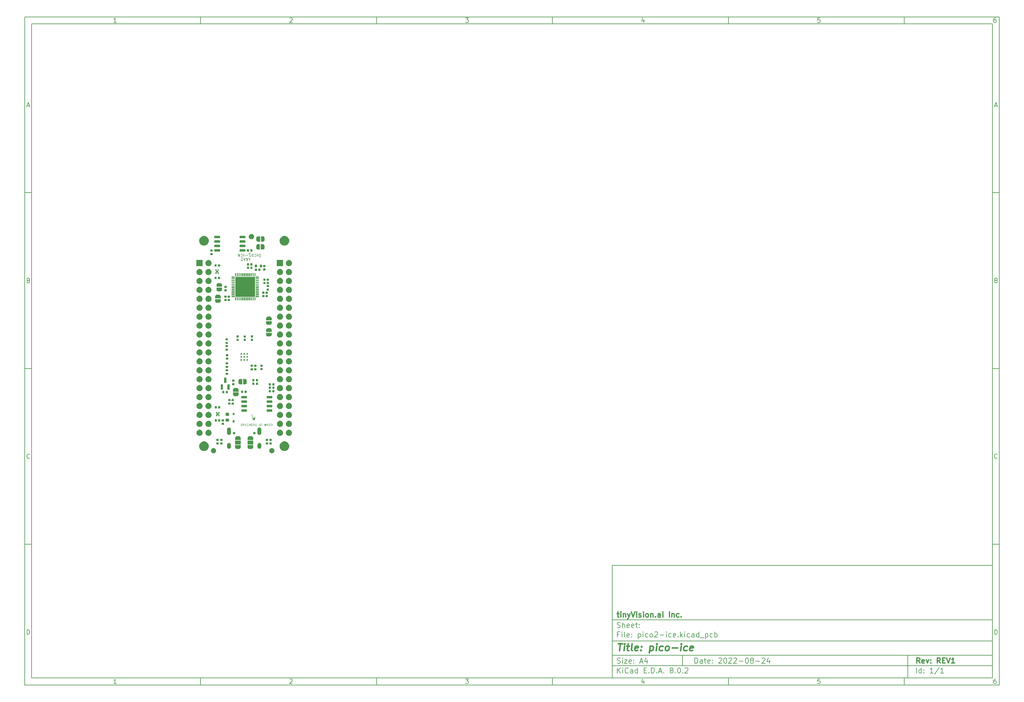
<source format=gbr>
%TF.GenerationSoftware,KiCad,Pcbnew,8.0.2*%
%TF.CreationDate,2024-10-27T15:33:14-07:00*%
%TF.ProjectId,pico2-ice,7069636f-322d-4696-9365-2e6b69636164,REV1*%
%TF.SameCoordinates,Original*%
%TF.FileFunction,Soldermask,Bot*%
%TF.FilePolarity,Negative*%
%FSLAX46Y46*%
G04 Gerber Fmt 4.6, Leading zero omitted, Abs format (unit mm)*
G04 Created by KiCad (PCBNEW 8.0.2) date 2024-10-27 15:33:14*
%MOMM*%
%LPD*%
G01*
G04 APERTURE LIST*
%ADD10C,0.100000*%
%ADD11C,0.150000*%
%ADD12C,0.300000*%
%ADD13C,0.400000*%
G04 APERTURE END LIST*
D10*
D11*
X177002200Y-166007200D02*
X285002200Y-166007200D01*
X285002200Y-198007200D01*
X177002200Y-198007200D01*
X177002200Y-166007200D01*
D10*
D11*
X10000000Y-10000000D02*
X287002200Y-10000000D01*
X287002200Y-200007200D01*
X10000000Y-200007200D01*
X10000000Y-10000000D01*
D10*
D11*
X12000000Y-12000000D02*
X285002200Y-12000000D01*
X285002200Y-198007200D01*
X12000000Y-198007200D01*
X12000000Y-12000000D01*
D10*
D11*
X60000000Y-12000000D02*
X60000000Y-10000000D01*
D10*
D11*
X110000000Y-12000000D02*
X110000000Y-10000000D01*
D10*
D11*
X160000000Y-12000000D02*
X160000000Y-10000000D01*
D10*
D11*
X210000000Y-12000000D02*
X210000000Y-10000000D01*
D10*
D11*
X260000000Y-12000000D02*
X260000000Y-10000000D01*
D10*
D11*
X36089160Y-11593604D02*
X35346303Y-11593604D01*
X35717731Y-11593604D02*
X35717731Y-10293604D01*
X35717731Y-10293604D02*
X35593922Y-10479319D01*
X35593922Y-10479319D02*
X35470112Y-10603128D01*
X35470112Y-10603128D02*
X35346303Y-10665033D01*
D10*
D11*
X85346303Y-10417414D02*
X85408207Y-10355509D01*
X85408207Y-10355509D02*
X85532017Y-10293604D01*
X85532017Y-10293604D02*
X85841541Y-10293604D01*
X85841541Y-10293604D02*
X85965350Y-10355509D01*
X85965350Y-10355509D02*
X86027255Y-10417414D01*
X86027255Y-10417414D02*
X86089160Y-10541223D01*
X86089160Y-10541223D02*
X86089160Y-10665033D01*
X86089160Y-10665033D02*
X86027255Y-10850747D01*
X86027255Y-10850747D02*
X85284398Y-11593604D01*
X85284398Y-11593604D02*
X86089160Y-11593604D01*
D10*
D11*
X135284398Y-10293604D02*
X136089160Y-10293604D01*
X136089160Y-10293604D02*
X135655826Y-10788842D01*
X135655826Y-10788842D02*
X135841541Y-10788842D01*
X135841541Y-10788842D02*
X135965350Y-10850747D01*
X135965350Y-10850747D02*
X136027255Y-10912652D01*
X136027255Y-10912652D02*
X136089160Y-11036461D01*
X136089160Y-11036461D02*
X136089160Y-11345985D01*
X136089160Y-11345985D02*
X136027255Y-11469795D01*
X136027255Y-11469795D02*
X135965350Y-11531700D01*
X135965350Y-11531700D02*
X135841541Y-11593604D01*
X135841541Y-11593604D02*
X135470112Y-11593604D01*
X135470112Y-11593604D02*
X135346303Y-11531700D01*
X135346303Y-11531700D02*
X135284398Y-11469795D01*
D10*
D11*
X185965350Y-10726938D02*
X185965350Y-11593604D01*
X185655826Y-10231700D02*
X185346303Y-11160271D01*
X185346303Y-11160271D02*
X186151064Y-11160271D01*
D10*
D11*
X236027255Y-10293604D02*
X235408207Y-10293604D01*
X235408207Y-10293604D02*
X235346303Y-10912652D01*
X235346303Y-10912652D02*
X235408207Y-10850747D01*
X235408207Y-10850747D02*
X235532017Y-10788842D01*
X235532017Y-10788842D02*
X235841541Y-10788842D01*
X235841541Y-10788842D02*
X235965350Y-10850747D01*
X235965350Y-10850747D02*
X236027255Y-10912652D01*
X236027255Y-10912652D02*
X236089160Y-11036461D01*
X236089160Y-11036461D02*
X236089160Y-11345985D01*
X236089160Y-11345985D02*
X236027255Y-11469795D01*
X236027255Y-11469795D02*
X235965350Y-11531700D01*
X235965350Y-11531700D02*
X235841541Y-11593604D01*
X235841541Y-11593604D02*
X235532017Y-11593604D01*
X235532017Y-11593604D02*
X235408207Y-11531700D01*
X235408207Y-11531700D02*
X235346303Y-11469795D01*
D10*
D11*
X285965350Y-10293604D02*
X285717731Y-10293604D01*
X285717731Y-10293604D02*
X285593922Y-10355509D01*
X285593922Y-10355509D02*
X285532017Y-10417414D01*
X285532017Y-10417414D02*
X285408207Y-10603128D01*
X285408207Y-10603128D02*
X285346303Y-10850747D01*
X285346303Y-10850747D02*
X285346303Y-11345985D01*
X285346303Y-11345985D02*
X285408207Y-11469795D01*
X285408207Y-11469795D02*
X285470112Y-11531700D01*
X285470112Y-11531700D02*
X285593922Y-11593604D01*
X285593922Y-11593604D02*
X285841541Y-11593604D01*
X285841541Y-11593604D02*
X285965350Y-11531700D01*
X285965350Y-11531700D02*
X286027255Y-11469795D01*
X286027255Y-11469795D02*
X286089160Y-11345985D01*
X286089160Y-11345985D02*
X286089160Y-11036461D01*
X286089160Y-11036461D02*
X286027255Y-10912652D01*
X286027255Y-10912652D02*
X285965350Y-10850747D01*
X285965350Y-10850747D02*
X285841541Y-10788842D01*
X285841541Y-10788842D02*
X285593922Y-10788842D01*
X285593922Y-10788842D02*
X285470112Y-10850747D01*
X285470112Y-10850747D02*
X285408207Y-10912652D01*
X285408207Y-10912652D02*
X285346303Y-11036461D01*
D10*
D11*
X60000000Y-198007200D02*
X60000000Y-200007200D01*
D10*
D11*
X110000000Y-198007200D02*
X110000000Y-200007200D01*
D10*
D11*
X160000000Y-198007200D02*
X160000000Y-200007200D01*
D10*
D11*
X210000000Y-198007200D02*
X210000000Y-200007200D01*
D10*
D11*
X260000000Y-198007200D02*
X260000000Y-200007200D01*
D10*
D11*
X36089160Y-199600804D02*
X35346303Y-199600804D01*
X35717731Y-199600804D02*
X35717731Y-198300804D01*
X35717731Y-198300804D02*
X35593922Y-198486519D01*
X35593922Y-198486519D02*
X35470112Y-198610328D01*
X35470112Y-198610328D02*
X35346303Y-198672233D01*
D10*
D11*
X85346303Y-198424614D02*
X85408207Y-198362709D01*
X85408207Y-198362709D02*
X85532017Y-198300804D01*
X85532017Y-198300804D02*
X85841541Y-198300804D01*
X85841541Y-198300804D02*
X85965350Y-198362709D01*
X85965350Y-198362709D02*
X86027255Y-198424614D01*
X86027255Y-198424614D02*
X86089160Y-198548423D01*
X86089160Y-198548423D02*
X86089160Y-198672233D01*
X86089160Y-198672233D02*
X86027255Y-198857947D01*
X86027255Y-198857947D02*
X85284398Y-199600804D01*
X85284398Y-199600804D02*
X86089160Y-199600804D01*
D10*
D11*
X135284398Y-198300804D02*
X136089160Y-198300804D01*
X136089160Y-198300804D02*
X135655826Y-198796042D01*
X135655826Y-198796042D02*
X135841541Y-198796042D01*
X135841541Y-198796042D02*
X135965350Y-198857947D01*
X135965350Y-198857947D02*
X136027255Y-198919852D01*
X136027255Y-198919852D02*
X136089160Y-199043661D01*
X136089160Y-199043661D02*
X136089160Y-199353185D01*
X136089160Y-199353185D02*
X136027255Y-199476995D01*
X136027255Y-199476995D02*
X135965350Y-199538900D01*
X135965350Y-199538900D02*
X135841541Y-199600804D01*
X135841541Y-199600804D02*
X135470112Y-199600804D01*
X135470112Y-199600804D02*
X135346303Y-199538900D01*
X135346303Y-199538900D02*
X135284398Y-199476995D01*
D10*
D11*
X185965350Y-198734138D02*
X185965350Y-199600804D01*
X185655826Y-198238900D02*
X185346303Y-199167471D01*
X185346303Y-199167471D02*
X186151064Y-199167471D01*
D10*
D11*
X236027255Y-198300804D02*
X235408207Y-198300804D01*
X235408207Y-198300804D02*
X235346303Y-198919852D01*
X235346303Y-198919852D02*
X235408207Y-198857947D01*
X235408207Y-198857947D02*
X235532017Y-198796042D01*
X235532017Y-198796042D02*
X235841541Y-198796042D01*
X235841541Y-198796042D02*
X235965350Y-198857947D01*
X235965350Y-198857947D02*
X236027255Y-198919852D01*
X236027255Y-198919852D02*
X236089160Y-199043661D01*
X236089160Y-199043661D02*
X236089160Y-199353185D01*
X236089160Y-199353185D02*
X236027255Y-199476995D01*
X236027255Y-199476995D02*
X235965350Y-199538900D01*
X235965350Y-199538900D02*
X235841541Y-199600804D01*
X235841541Y-199600804D02*
X235532017Y-199600804D01*
X235532017Y-199600804D02*
X235408207Y-199538900D01*
X235408207Y-199538900D02*
X235346303Y-199476995D01*
D10*
D11*
X285965350Y-198300804D02*
X285717731Y-198300804D01*
X285717731Y-198300804D02*
X285593922Y-198362709D01*
X285593922Y-198362709D02*
X285532017Y-198424614D01*
X285532017Y-198424614D02*
X285408207Y-198610328D01*
X285408207Y-198610328D02*
X285346303Y-198857947D01*
X285346303Y-198857947D02*
X285346303Y-199353185D01*
X285346303Y-199353185D02*
X285408207Y-199476995D01*
X285408207Y-199476995D02*
X285470112Y-199538900D01*
X285470112Y-199538900D02*
X285593922Y-199600804D01*
X285593922Y-199600804D02*
X285841541Y-199600804D01*
X285841541Y-199600804D02*
X285965350Y-199538900D01*
X285965350Y-199538900D02*
X286027255Y-199476995D01*
X286027255Y-199476995D02*
X286089160Y-199353185D01*
X286089160Y-199353185D02*
X286089160Y-199043661D01*
X286089160Y-199043661D02*
X286027255Y-198919852D01*
X286027255Y-198919852D02*
X285965350Y-198857947D01*
X285965350Y-198857947D02*
X285841541Y-198796042D01*
X285841541Y-198796042D02*
X285593922Y-198796042D01*
X285593922Y-198796042D02*
X285470112Y-198857947D01*
X285470112Y-198857947D02*
X285408207Y-198919852D01*
X285408207Y-198919852D02*
X285346303Y-199043661D01*
D10*
D11*
X10000000Y-60000000D02*
X12000000Y-60000000D01*
D10*
D11*
X10000000Y-110000000D02*
X12000000Y-110000000D01*
D10*
D11*
X10000000Y-160000000D02*
X12000000Y-160000000D01*
D10*
D11*
X10690476Y-35222176D02*
X11309523Y-35222176D01*
X10566666Y-35593604D02*
X10999999Y-34293604D01*
X10999999Y-34293604D02*
X11433333Y-35593604D01*
D10*
D11*
X11092857Y-84912652D02*
X11278571Y-84974557D01*
X11278571Y-84974557D02*
X11340476Y-85036461D01*
X11340476Y-85036461D02*
X11402380Y-85160271D01*
X11402380Y-85160271D02*
X11402380Y-85345985D01*
X11402380Y-85345985D02*
X11340476Y-85469795D01*
X11340476Y-85469795D02*
X11278571Y-85531700D01*
X11278571Y-85531700D02*
X11154761Y-85593604D01*
X11154761Y-85593604D02*
X10659523Y-85593604D01*
X10659523Y-85593604D02*
X10659523Y-84293604D01*
X10659523Y-84293604D02*
X11092857Y-84293604D01*
X11092857Y-84293604D02*
X11216666Y-84355509D01*
X11216666Y-84355509D02*
X11278571Y-84417414D01*
X11278571Y-84417414D02*
X11340476Y-84541223D01*
X11340476Y-84541223D02*
X11340476Y-84665033D01*
X11340476Y-84665033D02*
X11278571Y-84788842D01*
X11278571Y-84788842D02*
X11216666Y-84850747D01*
X11216666Y-84850747D02*
X11092857Y-84912652D01*
X11092857Y-84912652D02*
X10659523Y-84912652D01*
D10*
D11*
X11402380Y-135469795D02*
X11340476Y-135531700D01*
X11340476Y-135531700D02*
X11154761Y-135593604D01*
X11154761Y-135593604D02*
X11030952Y-135593604D01*
X11030952Y-135593604D02*
X10845238Y-135531700D01*
X10845238Y-135531700D02*
X10721428Y-135407890D01*
X10721428Y-135407890D02*
X10659523Y-135284080D01*
X10659523Y-135284080D02*
X10597619Y-135036461D01*
X10597619Y-135036461D02*
X10597619Y-134850747D01*
X10597619Y-134850747D02*
X10659523Y-134603128D01*
X10659523Y-134603128D02*
X10721428Y-134479319D01*
X10721428Y-134479319D02*
X10845238Y-134355509D01*
X10845238Y-134355509D02*
X11030952Y-134293604D01*
X11030952Y-134293604D02*
X11154761Y-134293604D01*
X11154761Y-134293604D02*
X11340476Y-134355509D01*
X11340476Y-134355509D02*
X11402380Y-134417414D01*
D10*
D11*
X10659523Y-185593604D02*
X10659523Y-184293604D01*
X10659523Y-184293604D02*
X10969047Y-184293604D01*
X10969047Y-184293604D02*
X11154761Y-184355509D01*
X11154761Y-184355509D02*
X11278571Y-184479319D01*
X11278571Y-184479319D02*
X11340476Y-184603128D01*
X11340476Y-184603128D02*
X11402380Y-184850747D01*
X11402380Y-184850747D02*
X11402380Y-185036461D01*
X11402380Y-185036461D02*
X11340476Y-185284080D01*
X11340476Y-185284080D02*
X11278571Y-185407890D01*
X11278571Y-185407890D02*
X11154761Y-185531700D01*
X11154761Y-185531700D02*
X10969047Y-185593604D01*
X10969047Y-185593604D02*
X10659523Y-185593604D01*
D10*
D11*
X287002200Y-60000000D02*
X285002200Y-60000000D01*
D10*
D11*
X287002200Y-110000000D02*
X285002200Y-110000000D01*
D10*
D11*
X287002200Y-160000000D02*
X285002200Y-160000000D01*
D10*
D11*
X285692676Y-35222176D02*
X286311723Y-35222176D01*
X285568866Y-35593604D02*
X286002199Y-34293604D01*
X286002199Y-34293604D02*
X286435533Y-35593604D01*
D10*
D11*
X286095057Y-84912652D02*
X286280771Y-84974557D01*
X286280771Y-84974557D02*
X286342676Y-85036461D01*
X286342676Y-85036461D02*
X286404580Y-85160271D01*
X286404580Y-85160271D02*
X286404580Y-85345985D01*
X286404580Y-85345985D02*
X286342676Y-85469795D01*
X286342676Y-85469795D02*
X286280771Y-85531700D01*
X286280771Y-85531700D02*
X286156961Y-85593604D01*
X286156961Y-85593604D02*
X285661723Y-85593604D01*
X285661723Y-85593604D02*
X285661723Y-84293604D01*
X285661723Y-84293604D02*
X286095057Y-84293604D01*
X286095057Y-84293604D02*
X286218866Y-84355509D01*
X286218866Y-84355509D02*
X286280771Y-84417414D01*
X286280771Y-84417414D02*
X286342676Y-84541223D01*
X286342676Y-84541223D02*
X286342676Y-84665033D01*
X286342676Y-84665033D02*
X286280771Y-84788842D01*
X286280771Y-84788842D02*
X286218866Y-84850747D01*
X286218866Y-84850747D02*
X286095057Y-84912652D01*
X286095057Y-84912652D02*
X285661723Y-84912652D01*
D10*
D11*
X286404580Y-135469795D02*
X286342676Y-135531700D01*
X286342676Y-135531700D02*
X286156961Y-135593604D01*
X286156961Y-135593604D02*
X286033152Y-135593604D01*
X286033152Y-135593604D02*
X285847438Y-135531700D01*
X285847438Y-135531700D02*
X285723628Y-135407890D01*
X285723628Y-135407890D02*
X285661723Y-135284080D01*
X285661723Y-135284080D02*
X285599819Y-135036461D01*
X285599819Y-135036461D02*
X285599819Y-134850747D01*
X285599819Y-134850747D02*
X285661723Y-134603128D01*
X285661723Y-134603128D02*
X285723628Y-134479319D01*
X285723628Y-134479319D02*
X285847438Y-134355509D01*
X285847438Y-134355509D02*
X286033152Y-134293604D01*
X286033152Y-134293604D02*
X286156961Y-134293604D01*
X286156961Y-134293604D02*
X286342676Y-134355509D01*
X286342676Y-134355509D02*
X286404580Y-134417414D01*
D10*
D11*
X285661723Y-185593604D02*
X285661723Y-184293604D01*
X285661723Y-184293604D02*
X285971247Y-184293604D01*
X285971247Y-184293604D02*
X286156961Y-184355509D01*
X286156961Y-184355509D02*
X286280771Y-184479319D01*
X286280771Y-184479319D02*
X286342676Y-184603128D01*
X286342676Y-184603128D02*
X286404580Y-184850747D01*
X286404580Y-184850747D02*
X286404580Y-185036461D01*
X286404580Y-185036461D02*
X286342676Y-185284080D01*
X286342676Y-185284080D02*
X286280771Y-185407890D01*
X286280771Y-185407890D02*
X286156961Y-185531700D01*
X286156961Y-185531700D02*
X285971247Y-185593604D01*
X285971247Y-185593604D02*
X285661723Y-185593604D01*
D10*
D11*
X200458026Y-193793328D02*
X200458026Y-192293328D01*
X200458026Y-192293328D02*
X200815169Y-192293328D01*
X200815169Y-192293328D02*
X201029455Y-192364757D01*
X201029455Y-192364757D02*
X201172312Y-192507614D01*
X201172312Y-192507614D02*
X201243741Y-192650471D01*
X201243741Y-192650471D02*
X201315169Y-192936185D01*
X201315169Y-192936185D02*
X201315169Y-193150471D01*
X201315169Y-193150471D02*
X201243741Y-193436185D01*
X201243741Y-193436185D02*
X201172312Y-193579042D01*
X201172312Y-193579042D02*
X201029455Y-193721900D01*
X201029455Y-193721900D02*
X200815169Y-193793328D01*
X200815169Y-193793328D02*
X200458026Y-193793328D01*
X202600884Y-193793328D02*
X202600884Y-193007614D01*
X202600884Y-193007614D02*
X202529455Y-192864757D01*
X202529455Y-192864757D02*
X202386598Y-192793328D01*
X202386598Y-192793328D02*
X202100884Y-192793328D01*
X202100884Y-192793328D02*
X201958026Y-192864757D01*
X202600884Y-193721900D02*
X202458026Y-193793328D01*
X202458026Y-193793328D02*
X202100884Y-193793328D01*
X202100884Y-193793328D02*
X201958026Y-193721900D01*
X201958026Y-193721900D02*
X201886598Y-193579042D01*
X201886598Y-193579042D02*
X201886598Y-193436185D01*
X201886598Y-193436185D02*
X201958026Y-193293328D01*
X201958026Y-193293328D02*
X202100884Y-193221900D01*
X202100884Y-193221900D02*
X202458026Y-193221900D01*
X202458026Y-193221900D02*
X202600884Y-193150471D01*
X203100884Y-192793328D02*
X203672312Y-192793328D01*
X203315169Y-192293328D02*
X203315169Y-193579042D01*
X203315169Y-193579042D02*
X203386598Y-193721900D01*
X203386598Y-193721900D02*
X203529455Y-193793328D01*
X203529455Y-193793328D02*
X203672312Y-193793328D01*
X204743741Y-193721900D02*
X204600884Y-193793328D01*
X204600884Y-193793328D02*
X204315170Y-193793328D01*
X204315170Y-193793328D02*
X204172312Y-193721900D01*
X204172312Y-193721900D02*
X204100884Y-193579042D01*
X204100884Y-193579042D02*
X204100884Y-193007614D01*
X204100884Y-193007614D02*
X204172312Y-192864757D01*
X204172312Y-192864757D02*
X204315170Y-192793328D01*
X204315170Y-192793328D02*
X204600884Y-192793328D01*
X204600884Y-192793328D02*
X204743741Y-192864757D01*
X204743741Y-192864757D02*
X204815170Y-193007614D01*
X204815170Y-193007614D02*
X204815170Y-193150471D01*
X204815170Y-193150471D02*
X204100884Y-193293328D01*
X205458026Y-193650471D02*
X205529455Y-193721900D01*
X205529455Y-193721900D02*
X205458026Y-193793328D01*
X205458026Y-193793328D02*
X205386598Y-193721900D01*
X205386598Y-193721900D02*
X205458026Y-193650471D01*
X205458026Y-193650471D02*
X205458026Y-193793328D01*
X205458026Y-192864757D02*
X205529455Y-192936185D01*
X205529455Y-192936185D02*
X205458026Y-193007614D01*
X205458026Y-193007614D02*
X205386598Y-192936185D01*
X205386598Y-192936185D02*
X205458026Y-192864757D01*
X205458026Y-192864757D02*
X205458026Y-193007614D01*
X207243741Y-192436185D02*
X207315169Y-192364757D01*
X207315169Y-192364757D02*
X207458027Y-192293328D01*
X207458027Y-192293328D02*
X207815169Y-192293328D01*
X207815169Y-192293328D02*
X207958027Y-192364757D01*
X207958027Y-192364757D02*
X208029455Y-192436185D01*
X208029455Y-192436185D02*
X208100884Y-192579042D01*
X208100884Y-192579042D02*
X208100884Y-192721900D01*
X208100884Y-192721900D02*
X208029455Y-192936185D01*
X208029455Y-192936185D02*
X207172312Y-193793328D01*
X207172312Y-193793328D02*
X208100884Y-193793328D01*
X209029455Y-192293328D02*
X209172312Y-192293328D01*
X209172312Y-192293328D02*
X209315169Y-192364757D01*
X209315169Y-192364757D02*
X209386598Y-192436185D01*
X209386598Y-192436185D02*
X209458026Y-192579042D01*
X209458026Y-192579042D02*
X209529455Y-192864757D01*
X209529455Y-192864757D02*
X209529455Y-193221900D01*
X209529455Y-193221900D02*
X209458026Y-193507614D01*
X209458026Y-193507614D02*
X209386598Y-193650471D01*
X209386598Y-193650471D02*
X209315169Y-193721900D01*
X209315169Y-193721900D02*
X209172312Y-193793328D01*
X209172312Y-193793328D02*
X209029455Y-193793328D01*
X209029455Y-193793328D02*
X208886598Y-193721900D01*
X208886598Y-193721900D02*
X208815169Y-193650471D01*
X208815169Y-193650471D02*
X208743740Y-193507614D01*
X208743740Y-193507614D02*
X208672312Y-193221900D01*
X208672312Y-193221900D02*
X208672312Y-192864757D01*
X208672312Y-192864757D02*
X208743740Y-192579042D01*
X208743740Y-192579042D02*
X208815169Y-192436185D01*
X208815169Y-192436185D02*
X208886598Y-192364757D01*
X208886598Y-192364757D02*
X209029455Y-192293328D01*
X210100883Y-192436185D02*
X210172311Y-192364757D01*
X210172311Y-192364757D02*
X210315169Y-192293328D01*
X210315169Y-192293328D02*
X210672311Y-192293328D01*
X210672311Y-192293328D02*
X210815169Y-192364757D01*
X210815169Y-192364757D02*
X210886597Y-192436185D01*
X210886597Y-192436185D02*
X210958026Y-192579042D01*
X210958026Y-192579042D02*
X210958026Y-192721900D01*
X210958026Y-192721900D02*
X210886597Y-192936185D01*
X210886597Y-192936185D02*
X210029454Y-193793328D01*
X210029454Y-193793328D02*
X210958026Y-193793328D01*
X211529454Y-192436185D02*
X211600882Y-192364757D01*
X211600882Y-192364757D02*
X211743740Y-192293328D01*
X211743740Y-192293328D02*
X212100882Y-192293328D01*
X212100882Y-192293328D02*
X212243740Y-192364757D01*
X212243740Y-192364757D02*
X212315168Y-192436185D01*
X212315168Y-192436185D02*
X212386597Y-192579042D01*
X212386597Y-192579042D02*
X212386597Y-192721900D01*
X212386597Y-192721900D02*
X212315168Y-192936185D01*
X212315168Y-192936185D02*
X211458025Y-193793328D01*
X211458025Y-193793328D02*
X212386597Y-193793328D01*
X213029453Y-193221900D02*
X214172311Y-193221900D01*
X215172311Y-192293328D02*
X215315168Y-192293328D01*
X215315168Y-192293328D02*
X215458025Y-192364757D01*
X215458025Y-192364757D02*
X215529454Y-192436185D01*
X215529454Y-192436185D02*
X215600882Y-192579042D01*
X215600882Y-192579042D02*
X215672311Y-192864757D01*
X215672311Y-192864757D02*
X215672311Y-193221900D01*
X215672311Y-193221900D02*
X215600882Y-193507614D01*
X215600882Y-193507614D02*
X215529454Y-193650471D01*
X215529454Y-193650471D02*
X215458025Y-193721900D01*
X215458025Y-193721900D02*
X215315168Y-193793328D01*
X215315168Y-193793328D02*
X215172311Y-193793328D01*
X215172311Y-193793328D02*
X215029454Y-193721900D01*
X215029454Y-193721900D02*
X214958025Y-193650471D01*
X214958025Y-193650471D02*
X214886596Y-193507614D01*
X214886596Y-193507614D02*
X214815168Y-193221900D01*
X214815168Y-193221900D02*
X214815168Y-192864757D01*
X214815168Y-192864757D02*
X214886596Y-192579042D01*
X214886596Y-192579042D02*
X214958025Y-192436185D01*
X214958025Y-192436185D02*
X215029454Y-192364757D01*
X215029454Y-192364757D02*
X215172311Y-192293328D01*
X216529453Y-192936185D02*
X216386596Y-192864757D01*
X216386596Y-192864757D02*
X216315167Y-192793328D01*
X216315167Y-192793328D02*
X216243739Y-192650471D01*
X216243739Y-192650471D02*
X216243739Y-192579042D01*
X216243739Y-192579042D02*
X216315167Y-192436185D01*
X216315167Y-192436185D02*
X216386596Y-192364757D01*
X216386596Y-192364757D02*
X216529453Y-192293328D01*
X216529453Y-192293328D02*
X216815167Y-192293328D01*
X216815167Y-192293328D02*
X216958025Y-192364757D01*
X216958025Y-192364757D02*
X217029453Y-192436185D01*
X217029453Y-192436185D02*
X217100882Y-192579042D01*
X217100882Y-192579042D02*
X217100882Y-192650471D01*
X217100882Y-192650471D02*
X217029453Y-192793328D01*
X217029453Y-192793328D02*
X216958025Y-192864757D01*
X216958025Y-192864757D02*
X216815167Y-192936185D01*
X216815167Y-192936185D02*
X216529453Y-192936185D01*
X216529453Y-192936185D02*
X216386596Y-193007614D01*
X216386596Y-193007614D02*
X216315167Y-193079042D01*
X216315167Y-193079042D02*
X216243739Y-193221900D01*
X216243739Y-193221900D02*
X216243739Y-193507614D01*
X216243739Y-193507614D02*
X216315167Y-193650471D01*
X216315167Y-193650471D02*
X216386596Y-193721900D01*
X216386596Y-193721900D02*
X216529453Y-193793328D01*
X216529453Y-193793328D02*
X216815167Y-193793328D01*
X216815167Y-193793328D02*
X216958025Y-193721900D01*
X216958025Y-193721900D02*
X217029453Y-193650471D01*
X217029453Y-193650471D02*
X217100882Y-193507614D01*
X217100882Y-193507614D02*
X217100882Y-193221900D01*
X217100882Y-193221900D02*
X217029453Y-193079042D01*
X217029453Y-193079042D02*
X216958025Y-193007614D01*
X216958025Y-193007614D02*
X216815167Y-192936185D01*
X217743738Y-193221900D02*
X218886596Y-193221900D01*
X219529453Y-192436185D02*
X219600881Y-192364757D01*
X219600881Y-192364757D02*
X219743739Y-192293328D01*
X219743739Y-192293328D02*
X220100881Y-192293328D01*
X220100881Y-192293328D02*
X220243739Y-192364757D01*
X220243739Y-192364757D02*
X220315167Y-192436185D01*
X220315167Y-192436185D02*
X220386596Y-192579042D01*
X220386596Y-192579042D02*
X220386596Y-192721900D01*
X220386596Y-192721900D02*
X220315167Y-192936185D01*
X220315167Y-192936185D02*
X219458024Y-193793328D01*
X219458024Y-193793328D02*
X220386596Y-193793328D01*
X221672310Y-192793328D02*
X221672310Y-193793328D01*
X221315167Y-192221900D02*
X220958024Y-193293328D01*
X220958024Y-193293328D02*
X221886595Y-193293328D01*
D10*
D11*
X177002200Y-194507200D02*
X285002200Y-194507200D01*
D10*
D11*
X178458026Y-196593328D02*
X178458026Y-195093328D01*
X179315169Y-196593328D02*
X178672312Y-195736185D01*
X179315169Y-195093328D02*
X178458026Y-195950471D01*
X179958026Y-196593328D02*
X179958026Y-195593328D01*
X179958026Y-195093328D02*
X179886598Y-195164757D01*
X179886598Y-195164757D02*
X179958026Y-195236185D01*
X179958026Y-195236185D02*
X180029455Y-195164757D01*
X180029455Y-195164757D02*
X179958026Y-195093328D01*
X179958026Y-195093328D02*
X179958026Y-195236185D01*
X181529455Y-196450471D02*
X181458027Y-196521900D01*
X181458027Y-196521900D02*
X181243741Y-196593328D01*
X181243741Y-196593328D02*
X181100884Y-196593328D01*
X181100884Y-196593328D02*
X180886598Y-196521900D01*
X180886598Y-196521900D02*
X180743741Y-196379042D01*
X180743741Y-196379042D02*
X180672312Y-196236185D01*
X180672312Y-196236185D02*
X180600884Y-195950471D01*
X180600884Y-195950471D02*
X180600884Y-195736185D01*
X180600884Y-195736185D02*
X180672312Y-195450471D01*
X180672312Y-195450471D02*
X180743741Y-195307614D01*
X180743741Y-195307614D02*
X180886598Y-195164757D01*
X180886598Y-195164757D02*
X181100884Y-195093328D01*
X181100884Y-195093328D02*
X181243741Y-195093328D01*
X181243741Y-195093328D02*
X181458027Y-195164757D01*
X181458027Y-195164757D02*
X181529455Y-195236185D01*
X182815170Y-196593328D02*
X182815170Y-195807614D01*
X182815170Y-195807614D02*
X182743741Y-195664757D01*
X182743741Y-195664757D02*
X182600884Y-195593328D01*
X182600884Y-195593328D02*
X182315170Y-195593328D01*
X182315170Y-195593328D02*
X182172312Y-195664757D01*
X182815170Y-196521900D02*
X182672312Y-196593328D01*
X182672312Y-196593328D02*
X182315170Y-196593328D01*
X182315170Y-196593328D02*
X182172312Y-196521900D01*
X182172312Y-196521900D02*
X182100884Y-196379042D01*
X182100884Y-196379042D02*
X182100884Y-196236185D01*
X182100884Y-196236185D02*
X182172312Y-196093328D01*
X182172312Y-196093328D02*
X182315170Y-196021900D01*
X182315170Y-196021900D02*
X182672312Y-196021900D01*
X182672312Y-196021900D02*
X182815170Y-195950471D01*
X184172313Y-196593328D02*
X184172313Y-195093328D01*
X184172313Y-196521900D02*
X184029455Y-196593328D01*
X184029455Y-196593328D02*
X183743741Y-196593328D01*
X183743741Y-196593328D02*
X183600884Y-196521900D01*
X183600884Y-196521900D02*
X183529455Y-196450471D01*
X183529455Y-196450471D02*
X183458027Y-196307614D01*
X183458027Y-196307614D02*
X183458027Y-195879042D01*
X183458027Y-195879042D02*
X183529455Y-195736185D01*
X183529455Y-195736185D02*
X183600884Y-195664757D01*
X183600884Y-195664757D02*
X183743741Y-195593328D01*
X183743741Y-195593328D02*
X184029455Y-195593328D01*
X184029455Y-195593328D02*
X184172313Y-195664757D01*
X186029455Y-195807614D02*
X186529455Y-195807614D01*
X186743741Y-196593328D02*
X186029455Y-196593328D01*
X186029455Y-196593328D02*
X186029455Y-195093328D01*
X186029455Y-195093328D02*
X186743741Y-195093328D01*
X187386598Y-196450471D02*
X187458027Y-196521900D01*
X187458027Y-196521900D02*
X187386598Y-196593328D01*
X187386598Y-196593328D02*
X187315170Y-196521900D01*
X187315170Y-196521900D02*
X187386598Y-196450471D01*
X187386598Y-196450471D02*
X187386598Y-196593328D01*
X188100884Y-196593328D02*
X188100884Y-195093328D01*
X188100884Y-195093328D02*
X188458027Y-195093328D01*
X188458027Y-195093328D02*
X188672313Y-195164757D01*
X188672313Y-195164757D02*
X188815170Y-195307614D01*
X188815170Y-195307614D02*
X188886599Y-195450471D01*
X188886599Y-195450471D02*
X188958027Y-195736185D01*
X188958027Y-195736185D02*
X188958027Y-195950471D01*
X188958027Y-195950471D02*
X188886599Y-196236185D01*
X188886599Y-196236185D02*
X188815170Y-196379042D01*
X188815170Y-196379042D02*
X188672313Y-196521900D01*
X188672313Y-196521900D02*
X188458027Y-196593328D01*
X188458027Y-196593328D02*
X188100884Y-196593328D01*
X189600884Y-196450471D02*
X189672313Y-196521900D01*
X189672313Y-196521900D02*
X189600884Y-196593328D01*
X189600884Y-196593328D02*
X189529456Y-196521900D01*
X189529456Y-196521900D02*
X189600884Y-196450471D01*
X189600884Y-196450471D02*
X189600884Y-196593328D01*
X190243742Y-196164757D02*
X190958028Y-196164757D01*
X190100885Y-196593328D02*
X190600885Y-195093328D01*
X190600885Y-195093328D02*
X191100885Y-196593328D01*
X191600884Y-196450471D02*
X191672313Y-196521900D01*
X191672313Y-196521900D02*
X191600884Y-196593328D01*
X191600884Y-196593328D02*
X191529456Y-196521900D01*
X191529456Y-196521900D02*
X191600884Y-196450471D01*
X191600884Y-196450471D02*
X191600884Y-196593328D01*
X193672313Y-195736185D02*
X193529456Y-195664757D01*
X193529456Y-195664757D02*
X193458027Y-195593328D01*
X193458027Y-195593328D02*
X193386599Y-195450471D01*
X193386599Y-195450471D02*
X193386599Y-195379042D01*
X193386599Y-195379042D02*
X193458027Y-195236185D01*
X193458027Y-195236185D02*
X193529456Y-195164757D01*
X193529456Y-195164757D02*
X193672313Y-195093328D01*
X193672313Y-195093328D02*
X193958027Y-195093328D01*
X193958027Y-195093328D02*
X194100885Y-195164757D01*
X194100885Y-195164757D02*
X194172313Y-195236185D01*
X194172313Y-195236185D02*
X194243742Y-195379042D01*
X194243742Y-195379042D02*
X194243742Y-195450471D01*
X194243742Y-195450471D02*
X194172313Y-195593328D01*
X194172313Y-195593328D02*
X194100885Y-195664757D01*
X194100885Y-195664757D02*
X193958027Y-195736185D01*
X193958027Y-195736185D02*
X193672313Y-195736185D01*
X193672313Y-195736185D02*
X193529456Y-195807614D01*
X193529456Y-195807614D02*
X193458027Y-195879042D01*
X193458027Y-195879042D02*
X193386599Y-196021900D01*
X193386599Y-196021900D02*
X193386599Y-196307614D01*
X193386599Y-196307614D02*
X193458027Y-196450471D01*
X193458027Y-196450471D02*
X193529456Y-196521900D01*
X193529456Y-196521900D02*
X193672313Y-196593328D01*
X193672313Y-196593328D02*
X193958027Y-196593328D01*
X193958027Y-196593328D02*
X194100885Y-196521900D01*
X194100885Y-196521900D02*
X194172313Y-196450471D01*
X194172313Y-196450471D02*
X194243742Y-196307614D01*
X194243742Y-196307614D02*
X194243742Y-196021900D01*
X194243742Y-196021900D02*
X194172313Y-195879042D01*
X194172313Y-195879042D02*
X194100885Y-195807614D01*
X194100885Y-195807614D02*
X193958027Y-195736185D01*
X194886598Y-196450471D02*
X194958027Y-196521900D01*
X194958027Y-196521900D02*
X194886598Y-196593328D01*
X194886598Y-196593328D02*
X194815170Y-196521900D01*
X194815170Y-196521900D02*
X194886598Y-196450471D01*
X194886598Y-196450471D02*
X194886598Y-196593328D01*
X195886599Y-195093328D02*
X196029456Y-195093328D01*
X196029456Y-195093328D02*
X196172313Y-195164757D01*
X196172313Y-195164757D02*
X196243742Y-195236185D01*
X196243742Y-195236185D02*
X196315170Y-195379042D01*
X196315170Y-195379042D02*
X196386599Y-195664757D01*
X196386599Y-195664757D02*
X196386599Y-196021900D01*
X196386599Y-196021900D02*
X196315170Y-196307614D01*
X196315170Y-196307614D02*
X196243742Y-196450471D01*
X196243742Y-196450471D02*
X196172313Y-196521900D01*
X196172313Y-196521900D02*
X196029456Y-196593328D01*
X196029456Y-196593328D02*
X195886599Y-196593328D01*
X195886599Y-196593328D02*
X195743742Y-196521900D01*
X195743742Y-196521900D02*
X195672313Y-196450471D01*
X195672313Y-196450471D02*
X195600884Y-196307614D01*
X195600884Y-196307614D02*
X195529456Y-196021900D01*
X195529456Y-196021900D02*
X195529456Y-195664757D01*
X195529456Y-195664757D02*
X195600884Y-195379042D01*
X195600884Y-195379042D02*
X195672313Y-195236185D01*
X195672313Y-195236185D02*
X195743742Y-195164757D01*
X195743742Y-195164757D02*
X195886599Y-195093328D01*
X197029455Y-196450471D02*
X197100884Y-196521900D01*
X197100884Y-196521900D02*
X197029455Y-196593328D01*
X197029455Y-196593328D02*
X196958027Y-196521900D01*
X196958027Y-196521900D02*
X197029455Y-196450471D01*
X197029455Y-196450471D02*
X197029455Y-196593328D01*
X197672313Y-195236185D02*
X197743741Y-195164757D01*
X197743741Y-195164757D02*
X197886599Y-195093328D01*
X197886599Y-195093328D02*
X198243741Y-195093328D01*
X198243741Y-195093328D02*
X198386599Y-195164757D01*
X198386599Y-195164757D02*
X198458027Y-195236185D01*
X198458027Y-195236185D02*
X198529456Y-195379042D01*
X198529456Y-195379042D02*
X198529456Y-195521900D01*
X198529456Y-195521900D02*
X198458027Y-195736185D01*
X198458027Y-195736185D02*
X197600884Y-196593328D01*
X197600884Y-196593328D02*
X198529456Y-196593328D01*
D10*
D11*
X177002200Y-191507200D02*
X285002200Y-191507200D01*
D10*
D12*
X264413853Y-193785528D02*
X263913853Y-193071242D01*
X263556710Y-193785528D02*
X263556710Y-192285528D01*
X263556710Y-192285528D02*
X264128139Y-192285528D01*
X264128139Y-192285528D02*
X264270996Y-192356957D01*
X264270996Y-192356957D02*
X264342425Y-192428385D01*
X264342425Y-192428385D02*
X264413853Y-192571242D01*
X264413853Y-192571242D02*
X264413853Y-192785528D01*
X264413853Y-192785528D02*
X264342425Y-192928385D01*
X264342425Y-192928385D02*
X264270996Y-192999814D01*
X264270996Y-192999814D02*
X264128139Y-193071242D01*
X264128139Y-193071242D02*
X263556710Y-193071242D01*
X265628139Y-193714100D02*
X265485282Y-193785528D01*
X265485282Y-193785528D02*
X265199568Y-193785528D01*
X265199568Y-193785528D02*
X265056710Y-193714100D01*
X265056710Y-193714100D02*
X264985282Y-193571242D01*
X264985282Y-193571242D02*
X264985282Y-192999814D01*
X264985282Y-192999814D02*
X265056710Y-192856957D01*
X265056710Y-192856957D02*
X265199568Y-192785528D01*
X265199568Y-192785528D02*
X265485282Y-192785528D01*
X265485282Y-192785528D02*
X265628139Y-192856957D01*
X265628139Y-192856957D02*
X265699568Y-192999814D01*
X265699568Y-192999814D02*
X265699568Y-193142671D01*
X265699568Y-193142671D02*
X264985282Y-193285528D01*
X266199567Y-192785528D02*
X266556710Y-193785528D01*
X266556710Y-193785528D02*
X266913853Y-192785528D01*
X267485281Y-193642671D02*
X267556710Y-193714100D01*
X267556710Y-193714100D02*
X267485281Y-193785528D01*
X267485281Y-193785528D02*
X267413853Y-193714100D01*
X267413853Y-193714100D02*
X267485281Y-193642671D01*
X267485281Y-193642671D02*
X267485281Y-193785528D01*
X267485281Y-192856957D02*
X267556710Y-192928385D01*
X267556710Y-192928385D02*
X267485281Y-192999814D01*
X267485281Y-192999814D02*
X267413853Y-192928385D01*
X267413853Y-192928385D02*
X267485281Y-192856957D01*
X267485281Y-192856957D02*
X267485281Y-192999814D01*
X270199567Y-193785528D02*
X269699567Y-193071242D01*
X269342424Y-193785528D02*
X269342424Y-192285528D01*
X269342424Y-192285528D02*
X269913853Y-192285528D01*
X269913853Y-192285528D02*
X270056710Y-192356957D01*
X270056710Y-192356957D02*
X270128139Y-192428385D01*
X270128139Y-192428385D02*
X270199567Y-192571242D01*
X270199567Y-192571242D02*
X270199567Y-192785528D01*
X270199567Y-192785528D02*
X270128139Y-192928385D01*
X270128139Y-192928385D02*
X270056710Y-192999814D01*
X270056710Y-192999814D02*
X269913853Y-193071242D01*
X269913853Y-193071242D02*
X269342424Y-193071242D01*
X270842424Y-192999814D02*
X271342424Y-192999814D01*
X271556710Y-193785528D02*
X270842424Y-193785528D01*
X270842424Y-193785528D02*
X270842424Y-192285528D01*
X270842424Y-192285528D02*
X271556710Y-192285528D01*
X271985282Y-192285528D02*
X272485282Y-193785528D01*
X272485282Y-193785528D02*
X272985282Y-192285528D01*
X274270996Y-193785528D02*
X273413853Y-193785528D01*
X273842424Y-193785528D02*
X273842424Y-192285528D01*
X273842424Y-192285528D02*
X273699567Y-192499814D01*
X273699567Y-192499814D02*
X273556710Y-192642671D01*
X273556710Y-192642671D02*
X273413853Y-192714100D01*
D10*
D11*
X178386598Y-193721900D02*
X178600884Y-193793328D01*
X178600884Y-193793328D02*
X178958026Y-193793328D01*
X178958026Y-193793328D02*
X179100884Y-193721900D01*
X179100884Y-193721900D02*
X179172312Y-193650471D01*
X179172312Y-193650471D02*
X179243741Y-193507614D01*
X179243741Y-193507614D02*
X179243741Y-193364757D01*
X179243741Y-193364757D02*
X179172312Y-193221900D01*
X179172312Y-193221900D02*
X179100884Y-193150471D01*
X179100884Y-193150471D02*
X178958026Y-193079042D01*
X178958026Y-193079042D02*
X178672312Y-193007614D01*
X178672312Y-193007614D02*
X178529455Y-192936185D01*
X178529455Y-192936185D02*
X178458026Y-192864757D01*
X178458026Y-192864757D02*
X178386598Y-192721900D01*
X178386598Y-192721900D02*
X178386598Y-192579042D01*
X178386598Y-192579042D02*
X178458026Y-192436185D01*
X178458026Y-192436185D02*
X178529455Y-192364757D01*
X178529455Y-192364757D02*
X178672312Y-192293328D01*
X178672312Y-192293328D02*
X179029455Y-192293328D01*
X179029455Y-192293328D02*
X179243741Y-192364757D01*
X179886597Y-193793328D02*
X179886597Y-192793328D01*
X179886597Y-192293328D02*
X179815169Y-192364757D01*
X179815169Y-192364757D02*
X179886597Y-192436185D01*
X179886597Y-192436185D02*
X179958026Y-192364757D01*
X179958026Y-192364757D02*
X179886597Y-192293328D01*
X179886597Y-192293328D02*
X179886597Y-192436185D01*
X180458026Y-192793328D02*
X181243741Y-192793328D01*
X181243741Y-192793328D02*
X180458026Y-193793328D01*
X180458026Y-193793328D02*
X181243741Y-193793328D01*
X182386598Y-193721900D02*
X182243741Y-193793328D01*
X182243741Y-193793328D02*
X181958027Y-193793328D01*
X181958027Y-193793328D02*
X181815169Y-193721900D01*
X181815169Y-193721900D02*
X181743741Y-193579042D01*
X181743741Y-193579042D02*
X181743741Y-193007614D01*
X181743741Y-193007614D02*
X181815169Y-192864757D01*
X181815169Y-192864757D02*
X181958027Y-192793328D01*
X181958027Y-192793328D02*
X182243741Y-192793328D01*
X182243741Y-192793328D02*
X182386598Y-192864757D01*
X182386598Y-192864757D02*
X182458027Y-193007614D01*
X182458027Y-193007614D02*
X182458027Y-193150471D01*
X182458027Y-193150471D02*
X181743741Y-193293328D01*
X183100883Y-193650471D02*
X183172312Y-193721900D01*
X183172312Y-193721900D02*
X183100883Y-193793328D01*
X183100883Y-193793328D02*
X183029455Y-193721900D01*
X183029455Y-193721900D02*
X183100883Y-193650471D01*
X183100883Y-193650471D02*
X183100883Y-193793328D01*
X183100883Y-192864757D02*
X183172312Y-192936185D01*
X183172312Y-192936185D02*
X183100883Y-193007614D01*
X183100883Y-193007614D02*
X183029455Y-192936185D01*
X183029455Y-192936185D02*
X183100883Y-192864757D01*
X183100883Y-192864757D02*
X183100883Y-193007614D01*
X184886598Y-193364757D02*
X185600884Y-193364757D01*
X184743741Y-193793328D02*
X185243741Y-192293328D01*
X185243741Y-192293328D02*
X185743741Y-193793328D01*
X186886598Y-192793328D02*
X186886598Y-193793328D01*
X186529455Y-192221900D02*
X186172312Y-193293328D01*
X186172312Y-193293328D02*
X187100883Y-193293328D01*
D10*
D11*
X263458026Y-196593328D02*
X263458026Y-195093328D01*
X264815170Y-196593328D02*
X264815170Y-195093328D01*
X264815170Y-196521900D02*
X264672312Y-196593328D01*
X264672312Y-196593328D02*
X264386598Y-196593328D01*
X264386598Y-196593328D02*
X264243741Y-196521900D01*
X264243741Y-196521900D02*
X264172312Y-196450471D01*
X264172312Y-196450471D02*
X264100884Y-196307614D01*
X264100884Y-196307614D02*
X264100884Y-195879042D01*
X264100884Y-195879042D02*
X264172312Y-195736185D01*
X264172312Y-195736185D02*
X264243741Y-195664757D01*
X264243741Y-195664757D02*
X264386598Y-195593328D01*
X264386598Y-195593328D02*
X264672312Y-195593328D01*
X264672312Y-195593328D02*
X264815170Y-195664757D01*
X265529455Y-196450471D02*
X265600884Y-196521900D01*
X265600884Y-196521900D02*
X265529455Y-196593328D01*
X265529455Y-196593328D02*
X265458027Y-196521900D01*
X265458027Y-196521900D02*
X265529455Y-196450471D01*
X265529455Y-196450471D02*
X265529455Y-196593328D01*
X265529455Y-195664757D02*
X265600884Y-195736185D01*
X265600884Y-195736185D02*
X265529455Y-195807614D01*
X265529455Y-195807614D02*
X265458027Y-195736185D01*
X265458027Y-195736185D02*
X265529455Y-195664757D01*
X265529455Y-195664757D02*
X265529455Y-195807614D01*
X268172313Y-196593328D02*
X267315170Y-196593328D01*
X267743741Y-196593328D02*
X267743741Y-195093328D01*
X267743741Y-195093328D02*
X267600884Y-195307614D01*
X267600884Y-195307614D02*
X267458027Y-195450471D01*
X267458027Y-195450471D02*
X267315170Y-195521900D01*
X269886598Y-195021900D02*
X268600884Y-196950471D01*
X271172313Y-196593328D02*
X270315170Y-196593328D01*
X270743741Y-196593328D02*
X270743741Y-195093328D01*
X270743741Y-195093328D02*
X270600884Y-195307614D01*
X270600884Y-195307614D02*
X270458027Y-195450471D01*
X270458027Y-195450471D02*
X270315170Y-195521900D01*
D10*
D11*
X177002200Y-187507200D02*
X285002200Y-187507200D01*
D10*
D13*
X178693928Y-188211638D02*
X179836785Y-188211638D01*
X179015357Y-190211638D02*
X179265357Y-188211638D01*
X180253452Y-190211638D02*
X180420119Y-188878304D01*
X180503452Y-188211638D02*
X180396309Y-188306876D01*
X180396309Y-188306876D02*
X180479643Y-188402114D01*
X180479643Y-188402114D02*
X180586786Y-188306876D01*
X180586786Y-188306876D02*
X180503452Y-188211638D01*
X180503452Y-188211638D02*
X180479643Y-188402114D01*
X181086786Y-188878304D02*
X181848690Y-188878304D01*
X181455833Y-188211638D02*
X181241548Y-189925923D01*
X181241548Y-189925923D02*
X181312976Y-190116400D01*
X181312976Y-190116400D02*
X181491548Y-190211638D01*
X181491548Y-190211638D02*
X181682024Y-190211638D01*
X182634405Y-190211638D02*
X182455833Y-190116400D01*
X182455833Y-190116400D02*
X182384405Y-189925923D01*
X182384405Y-189925923D02*
X182598690Y-188211638D01*
X184170119Y-190116400D02*
X183967738Y-190211638D01*
X183967738Y-190211638D02*
X183586785Y-190211638D01*
X183586785Y-190211638D02*
X183408214Y-190116400D01*
X183408214Y-190116400D02*
X183336785Y-189925923D01*
X183336785Y-189925923D02*
X183432024Y-189164019D01*
X183432024Y-189164019D02*
X183551071Y-188973542D01*
X183551071Y-188973542D02*
X183753452Y-188878304D01*
X183753452Y-188878304D02*
X184134404Y-188878304D01*
X184134404Y-188878304D02*
X184312976Y-188973542D01*
X184312976Y-188973542D02*
X184384404Y-189164019D01*
X184384404Y-189164019D02*
X184360595Y-189354495D01*
X184360595Y-189354495D02*
X183384404Y-189544971D01*
X185134405Y-190021161D02*
X185217738Y-190116400D01*
X185217738Y-190116400D02*
X185110595Y-190211638D01*
X185110595Y-190211638D02*
X185027262Y-190116400D01*
X185027262Y-190116400D02*
X185134405Y-190021161D01*
X185134405Y-190021161D02*
X185110595Y-190211638D01*
X185265357Y-188973542D02*
X185348690Y-189068780D01*
X185348690Y-189068780D02*
X185241548Y-189164019D01*
X185241548Y-189164019D02*
X185158214Y-189068780D01*
X185158214Y-189068780D02*
X185265357Y-188973542D01*
X185265357Y-188973542D02*
X185241548Y-189164019D01*
X187753453Y-188878304D02*
X187503453Y-190878304D01*
X187741548Y-188973542D02*
X187943929Y-188878304D01*
X187943929Y-188878304D02*
X188324881Y-188878304D01*
X188324881Y-188878304D02*
X188503453Y-188973542D01*
X188503453Y-188973542D02*
X188586786Y-189068780D01*
X188586786Y-189068780D02*
X188658215Y-189259257D01*
X188658215Y-189259257D02*
X188586786Y-189830685D01*
X188586786Y-189830685D02*
X188467739Y-190021161D01*
X188467739Y-190021161D02*
X188360596Y-190116400D01*
X188360596Y-190116400D02*
X188158215Y-190211638D01*
X188158215Y-190211638D02*
X187777262Y-190211638D01*
X187777262Y-190211638D02*
X187598691Y-190116400D01*
X189396310Y-190211638D02*
X189562977Y-188878304D01*
X189646310Y-188211638D02*
X189539167Y-188306876D01*
X189539167Y-188306876D02*
X189622501Y-188402114D01*
X189622501Y-188402114D02*
X189729644Y-188306876D01*
X189729644Y-188306876D02*
X189646310Y-188211638D01*
X189646310Y-188211638D02*
X189622501Y-188402114D01*
X191217739Y-190116400D02*
X191015358Y-190211638D01*
X191015358Y-190211638D02*
X190634406Y-190211638D01*
X190634406Y-190211638D02*
X190455834Y-190116400D01*
X190455834Y-190116400D02*
X190372501Y-190021161D01*
X190372501Y-190021161D02*
X190301072Y-189830685D01*
X190301072Y-189830685D02*
X190372501Y-189259257D01*
X190372501Y-189259257D02*
X190491548Y-189068780D01*
X190491548Y-189068780D02*
X190598691Y-188973542D01*
X190598691Y-188973542D02*
X190801072Y-188878304D01*
X190801072Y-188878304D02*
X191182025Y-188878304D01*
X191182025Y-188878304D02*
X191360596Y-188973542D01*
X192348692Y-190211638D02*
X192170120Y-190116400D01*
X192170120Y-190116400D02*
X192086787Y-190021161D01*
X192086787Y-190021161D02*
X192015358Y-189830685D01*
X192015358Y-189830685D02*
X192086787Y-189259257D01*
X192086787Y-189259257D02*
X192205834Y-189068780D01*
X192205834Y-189068780D02*
X192312977Y-188973542D01*
X192312977Y-188973542D02*
X192515358Y-188878304D01*
X192515358Y-188878304D02*
X192801072Y-188878304D01*
X192801072Y-188878304D02*
X192979644Y-188973542D01*
X192979644Y-188973542D02*
X193062977Y-189068780D01*
X193062977Y-189068780D02*
X193134406Y-189259257D01*
X193134406Y-189259257D02*
X193062977Y-189830685D01*
X193062977Y-189830685D02*
X192943930Y-190021161D01*
X192943930Y-190021161D02*
X192836787Y-190116400D01*
X192836787Y-190116400D02*
X192634406Y-190211638D01*
X192634406Y-190211638D02*
X192348692Y-190211638D01*
X193967739Y-189449733D02*
X195491549Y-189449733D01*
X196348691Y-190211638D02*
X196515358Y-188878304D01*
X196598691Y-188211638D02*
X196491548Y-188306876D01*
X196491548Y-188306876D02*
X196574882Y-188402114D01*
X196574882Y-188402114D02*
X196682025Y-188306876D01*
X196682025Y-188306876D02*
X196598691Y-188211638D01*
X196598691Y-188211638D02*
X196574882Y-188402114D01*
X198170120Y-190116400D02*
X197967739Y-190211638D01*
X197967739Y-190211638D02*
X197586787Y-190211638D01*
X197586787Y-190211638D02*
X197408215Y-190116400D01*
X197408215Y-190116400D02*
X197324882Y-190021161D01*
X197324882Y-190021161D02*
X197253453Y-189830685D01*
X197253453Y-189830685D02*
X197324882Y-189259257D01*
X197324882Y-189259257D02*
X197443929Y-189068780D01*
X197443929Y-189068780D02*
X197551072Y-188973542D01*
X197551072Y-188973542D02*
X197753453Y-188878304D01*
X197753453Y-188878304D02*
X198134406Y-188878304D01*
X198134406Y-188878304D02*
X198312977Y-188973542D01*
X199789168Y-190116400D02*
X199586787Y-190211638D01*
X199586787Y-190211638D02*
X199205834Y-190211638D01*
X199205834Y-190211638D02*
X199027263Y-190116400D01*
X199027263Y-190116400D02*
X198955834Y-189925923D01*
X198955834Y-189925923D02*
X199051073Y-189164019D01*
X199051073Y-189164019D02*
X199170120Y-188973542D01*
X199170120Y-188973542D02*
X199372501Y-188878304D01*
X199372501Y-188878304D02*
X199753453Y-188878304D01*
X199753453Y-188878304D02*
X199932025Y-188973542D01*
X199932025Y-188973542D02*
X200003453Y-189164019D01*
X200003453Y-189164019D02*
X199979644Y-189354495D01*
X199979644Y-189354495D02*
X199003453Y-189544971D01*
D10*
D11*
X178958026Y-185607614D02*
X178458026Y-185607614D01*
X178458026Y-186393328D02*
X178458026Y-184893328D01*
X178458026Y-184893328D02*
X179172312Y-184893328D01*
X179743740Y-186393328D02*
X179743740Y-185393328D01*
X179743740Y-184893328D02*
X179672312Y-184964757D01*
X179672312Y-184964757D02*
X179743740Y-185036185D01*
X179743740Y-185036185D02*
X179815169Y-184964757D01*
X179815169Y-184964757D02*
X179743740Y-184893328D01*
X179743740Y-184893328D02*
X179743740Y-185036185D01*
X180672312Y-186393328D02*
X180529455Y-186321900D01*
X180529455Y-186321900D02*
X180458026Y-186179042D01*
X180458026Y-186179042D02*
X180458026Y-184893328D01*
X181815169Y-186321900D02*
X181672312Y-186393328D01*
X181672312Y-186393328D02*
X181386598Y-186393328D01*
X181386598Y-186393328D02*
X181243740Y-186321900D01*
X181243740Y-186321900D02*
X181172312Y-186179042D01*
X181172312Y-186179042D02*
X181172312Y-185607614D01*
X181172312Y-185607614D02*
X181243740Y-185464757D01*
X181243740Y-185464757D02*
X181386598Y-185393328D01*
X181386598Y-185393328D02*
X181672312Y-185393328D01*
X181672312Y-185393328D02*
X181815169Y-185464757D01*
X181815169Y-185464757D02*
X181886598Y-185607614D01*
X181886598Y-185607614D02*
X181886598Y-185750471D01*
X181886598Y-185750471D02*
X181172312Y-185893328D01*
X182529454Y-186250471D02*
X182600883Y-186321900D01*
X182600883Y-186321900D02*
X182529454Y-186393328D01*
X182529454Y-186393328D02*
X182458026Y-186321900D01*
X182458026Y-186321900D02*
X182529454Y-186250471D01*
X182529454Y-186250471D02*
X182529454Y-186393328D01*
X182529454Y-185464757D02*
X182600883Y-185536185D01*
X182600883Y-185536185D02*
X182529454Y-185607614D01*
X182529454Y-185607614D02*
X182458026Y-185536185D01*
X182458026Y-185536185D02*
X182529454Y-185464757D01*
X182529454Y-185464757D02*
X182529454Y-185607614D01*
X184386597Y-185393328D02*
X184386597Y-186893328D01*
X184386597Y-185464757D02*
X184529455Y-185393328D01*
X184529455Y-185393328D02*
X184815169Y-185393328D01*
X184815169Y-185393328D02*
X184958026Y-185464757D01*
X184958026Y-185464757D02*
X185029455Y-185536185D01*
X185029455Y-185536185D02*
X185100883Y-185679042D01*
X185100883Y-185679042D02*
X185100883Y-186107614D01*
X185100883Y-186107614D02*
X185029455Y-186250471D01*
X185029455Y-186250471D02*
X184958026Y-186321900D01*
X184958026Y-186321900D02*
X184815169Y-186393328D01*
X184815169Y-186393328D02*
X184529455Y-186393328D01*
X184529455Y-186393328D02*
X184386597Y-186321900D01*
X185743740Y-186393328D02*
X185743740Y-185393328D01*
X185743740Y-184893328D02*
X185672312Y-184964757D01*
X185672312Y-184964757D02*
X185743740Y-185036185D01*
X185743740Y-185036185D02*
X185815169Y-184964757D01*
X185815169Y-184964757D02*
X185743740Y-184893328D01*
X185743740Y-184893328D02*
X185743740Y-185036185D01*
X187100884Y-186321900D02*
X186958026Y-186393328D01*
X186958026Y-186393328D02*
X186672312Y-186393328D01*
X186672312Y-186393328D02*
X186529455Y-186321900D01*
X186529455Y-186321900D02*
X186458026Y-186250471D01*
X186458026Y-186250471D02*
X186386598Y-186107614D01*
X186386598Y-186107614D02*
X186386598Y-185679042D01*
X186386598Y-185679042D02*
X186458026Y-185536185D01*
X186458026Y-185536185D02*
X186529455Y-185464757D01*
X186529455Y-185464757D02*
X186672312Y-185393328D01*
X186672312Y-185393328D02*
X186958026Y-185393328D01*
X186958026Y-185393328D02*
X187100884Y-185464757D01*
X187958026Y-186393328D02*
X187815169Y-186321900D01*
X187815169Y-186321900D02*
X187743740Y-186250471D01*
X187743740Y-186250471D02*
X187672312Y-186107614D01*
X187672312Y-186107614D02*
X187672312Y-185679042D01*
X187672312Y-185679042D02*
X187743740Y-185536185D01*
X187743740Y-185536185D02*
X187815169Y-185464757D01*
X187815169Y-185464757D02*
X187958026Y-185393328D01*
X187958026Y-185393328D02*
X188172312Y-185393328D01*
X188172312Y-185393328D02*
X188315169Y-185464757D01*
X188315169Y-185464757D02*
X188386598Y-185536185D01*
X188386598Y-185536185D02*
X188458026Y-185679042D01*
X188458026Y-185679042D02*
X188458026Y-186107614D01*
X188458026Y-186107614D02*
X188386598Y-186250471D01*
X188386598Y-186250471D02*
X188315169Y-186321900D01*
X188315169Y-186321900D02*
X188172312Y-186393328D01*
X188172312Y-186393328D02*
X187958026Y-186393328D01*
X189029455Y-185036185D02*
X189100883Y-184964757D01*
X189100883Y-184964757D02*
X189243741Y-184893328D01*
X189243741Y-184893328D02*
X189600883Y-184893328D01*
X189600883Y-184893328D02*
X189743741Y-184964757D01*
X189743741Y-184964757D02*
X189815169Y-185036185D01*
X189815169Y-185036185D02*
X189886598Y-185179042D01*
X189886598Y-185179042D02*
X189886598Y-185321900D01*
X189886598Y-185321900D02*
X189815169Y-185536185D01*
X189815169Y-185536185D02*
X188958026Y-186393328D01*
X188958026Y-186393328D02*
X189886598Y-186393328D01*
X190529454Y-185821900D02*
X191672312Y-185821900D01*
X192386597Y-186393328D02*
X192386597Y-185393328D01*
X192386597Y-184893328D02*
X192315169Y-184964757D01*
X192315169Y-184964757D02*
X192386597Y-185036185D01*
X192386597Y-185036185D02*
X192458026Y-184964757D01*
X192458026Y-184964757D02*
X192386597Y-184893328D01*
X192386597Y-184893328D02*
X192386597Y-185036185D01*
X193743741Y-186321900D02*
X193600883Y-186393328D01*
X193600883Y-186393328D02*
X193315169Y-186393328D01*
X193315169Y-186393328D02*
X193172312Y-186321900D01*
X193172312Y-186321900D02*
X193100883Y-186250471D01*
X193100883Y-186250471D02*
X193029455Y-186107614D01*
X193029455Y-186107614D02*
X193029455Y-185679042D01*
X193029455Y-185679042D02*
X193100883Y-185536185D01*
X193100883Y-185536185D02*
X193172312Y-185464757D01*
X193172312Y-185464757D02*
X193315169Y-185393328D01*
X193315169Y-185393328D02*
X193600883Y-185393328D01*
X193600883Y-185393328D02*
X193743741Y-185464757D01*
X194958026Y-186321900D02*
X194815169Y-186393328D01*
X194815169Y-186393328D02*
X194529455Y-186393328D01*
X194529455Y-186393328D02*
X194386597Y-186321900D01*
X194386597Y-186321900D02*
X194315169Y-186179042D01*
X194315169Y-186179042D02*
X194315169Y-185607614D01*
X194315169Y-185607614D02*
X194386597Y-185464757D01*
X194386597Y-185464757D02*
X194529455Y-185393328D01*
X194529455Y-185393328D02*
X194815169Y-185393328D01*
X194815169Y-185393328D02*
X194958026Y-185464757D01*
X194958026Y-185464757D02*
X195029455Y-185607614D01*
X195029455Y-185607614D02*
X195029455Y-185750471D01*
X195029455Y-185750471D02*
X194315169Y-185893328D01*
X195672311Y-186250471D02*
X195743740Y-186321900D01*
X195743740Y-186321900D02*
X195672311Y-186393328D01*
X195672311Y-186393328D02*
X195600883Y-186321900D01*
X195600883Y-186321900D02*
X195672311Y-186250471D01*
X195672311Y-186250471D02*
X195672311Y-186393328D01*
X196386597Y-186393328D02*
X196386597Y-184893328D01*
X196529455Y-185821900D02*
X196958026Y-186393328D01*
X196958026Y-185393328D02*
X196386597Y-185964757D01*
X197600883Y-186393328D02*
X197600883Y-185393328D01*
X197600883Y-184893328D02*
X197529455Y-184964757D01*
X197529455Y-184964757D02*
X197600883Y-185036185D01*
X197600883Y-185036185D02*
X197672312Y-184964757D01*
X197672312Y-184964757D02*
X197600883Y-184893328D01*
X197600883Y-184893328D02*
X197600883Y-185036185D01*
X198958027Y-186321900D02*
X198815169Y-186393328D01*
X198815169Y-186393328D02*
X198529455Y-186393328D01*
X198529455Y-186393328D02*
X198386598Y-186321900D01*
X198386598Y-186321900D02*
X198315169Y-186250471D01*
X198315169Y-186250471D02*
X198243741Y-186107614D01*
X198243741Y-186107614D02*
X198243741Y-185679042D01*
X198243741Y-185679042D02*
X198315169Y-185536185D01*
X198315169Y-185536185D02*
X198386598Y-185464757D01*
X198386598Y-185464757D02*
X198529455Y-185393328D01*
X198529455Y-185393328D02*
X198815169Y-185393328D01*
X198815169Y-185393328D02*
X198958027Y-185464757D01*
X200243741Y-186393328D02*
X200243741Y-185607614D01*
X200243741Y-185607614D02*
X200172312Y-185464757D01*
X200172312Y-185464757D02*
X200029455Y-185393328D01*
X200029455Y-185393328D02*
X199743741Y-185393328D01*
X199743741Y-185393328D02*
X199600883Y-185464757D01*
X200243741Y-186321900D02*
X200100883Y-186393328D01*
X200100883Y-186393328D02*
X199743741Y-186393328D01*
X199743741Y-186393328D02*
X199600883Y-186321900D01*
X199600883Y-186321900D02*
X199529455Y-186179042D01*
X199529455Y-186179042D02*
X199529455Y-186036185D01*
X199529455Y-186036185D02*
X199600883Y-185893328D01*
X199600883Y-185893328D02*
X199743741Y-185821900D01*
X199743741Y-185821900D02*
X200100883Y-185821900D01*
X200100883Y-185821900D02*
X200243741Y-185750471D01*
X201600884Y-186393328D02*
X201600884Y-184893328D01*
X201600884Y-186321900D02*
X201458026Y-186393328D01*
X201458026Y-186393328D02*
X201172312Y-186393328D01*
X201172312Y-186393328D02*
X201029455Y-186321900D01*
X201029455Y-186321900D02*
X200958026Y-186250471D01*
X200958026Y-186250471D02*
X200886598Y-186107614D01*
X200886598Y-186107614D02*
X200886598Y-185679042D01*
X200886598Y-185679042D02*
X200958026Y-185536185D01*
X200958026Y-185536185D02*
X201029455Y-185464757D01*
X201029455Y-185464757D02*
X201172312Y-185393328D01*
X201172312Y-185393328D02*
X201458026Y-185393328D01*
X201458026Y-185393328D02*
X201600884Y-185464757D01*
X201958027Y-186536185D02*
X203100884Y-186536185D01*
X203458026Y-185393328D02*
X203458026Y-186893328D01*
X203458026Y-185464757D02*
X203600884Y-185393328D01*
X203600884Y-185393328D02*
X203886598Y-185393328D01*
X203886598Y-185393328D02*
X204029455Y-185464757D01*
X204029455Y-185464757D02*
X204100884Y-185536185D01*
X204100884Y-185536185D02*
X204172312Y-185679042D01*
X204172312Y-185679042D02*
X204172312Y-186107614D01*
X204172312Y-186107614D02*
X204100884Y-186250471D01*
X204100884Y-186250471D02*
X204029455Y-186321900D01*
X204029455Y-186321900D02*
X203886598Y-186393328D01*
X203886598Y-186393328D02*
X203600884Y-186393328D01*
X203600884Y-186393328D02*
X203458026Y-186321900D01*
X205458027Y-186321900D02*
X205315169Y-186393328D01*
X205315169Y-186393328D02*
X205029455Y-186393328D01*
X205029455Y-186393328D02*
X204886598Y-186321900D01*
X204886598Y-186321900D02*
X204815169Y-186250471D01*
X204815169Y-186250471D02*
X204743741Y-186107614D01*
X204743741Y-186107614D02*
X204743741Y-185679042D01*
X204743741Y-185679042D02*
X204815169Y-185536185D01*
X204815169Y-185536185D02*
X204886598Y-185464757D01*
X204886598Y-185464757D02*
X205029455Y-185393328D01*
X205029455Y-185393328D02*
X205315169Y-185393328D01*
X205315169Y-185393328D02*
X205458027Y-185464757D01*
X206100883Y-186393328D02*
X206100883Y-184893328D01*
X206100883Y-185464757D02*
X206243741Y-185393328D01*
X206243741Y-185393328D02*
X206529455Y-185393328D01*
X206529455Y-185393328D02*
X206672312Y-185464757D01*
X206672312Y-185464757D02*
X206743741Y-185536185D01*
X206743741Y-185536185D02*
X206815169Y-185679042D01*
X206815169Y-185679042D02*
X206815169Y-186107614D01*
X206815169Y-186107614D02*
X206743741Y-186250471D01*
X206743741Y-186250471D02*
X206672312Y-186321900D01*
X206672312Y-186321900D02*
X206529455Y-186393328D01*
X206529455Y-186393328D02*
X206243741Y-186393328D01*
X206243741Y-186393328D02*
X206100883Y-186321900D01*
D10*
D11*
X177002200Y-181507200D02*
X285002200Y-181507200D01*
D10*
D11*
X178386598Y-183621900D02*
X178600884Y-183693328D01*
X178600884Y-183693328D02*
X178958026Y-183693328D01*
X178958026Y-183693328D02*
X179100884Y-183621900D01*
X179100884Y-183621900D02*
X179172312Y-183550471D01*
X179172312Y-183550471D02*
X179243741Y-183407614D01*
X179243741Y-183407614D02*
X179243741Y-183264757D01*
X179243741Y-183264757D02*
X179172312Y-183121900D01*
X179172312Y-183121900D02*
X179100884Y-183050471D01*
X179100884Y-183050471D02*
X178958026Y-182979042D01*
X178958026Y-182979042D02*
X178672312Y-182907614D01*
X178672312Y-182907614D02*
X178529455Y-182836185D01*
X178529455Y-182836185D02*
X178458026Y-182764757D01*
X178458026Y-182764757D02*
X178386598Y-182621900D01*
X178386598Y-182621900D02*
X178386598Y-182479042D01*
X178386598Y-182479042D02*
X178458026Y-182336185D01*
X178458026Y-182336185D02*
X178529455Y-182264757D01*
X178529455Y-182264757D02*
X178672312Y-182193328D01*
X178672312Y-182193328D02*
X179029455Y-182193328D01*
X179029455Y-182193328D02*
X179243741Y-182264757D01*
X179886597Y-183693328D02*
X179886597Y-182193328D01*
X180529455Y-183693328D02*
X180529455Y-182907614D01*
X180529455Y-182907614D02*
X180458026Y-182764757D01*
X180458026Y-182764757D02*
X180315169Y-182693328D01*
X180315169Y-182693328D02*
X180100883Y-182693328D01*
X180100883Y-182693328D02*
X179958026Y-182764757D01*
X179958026Y-182764757D02*
X179886597Y-182836185D01*
X181815169Y-183621900D02*
X181672312Y-183693328D01*
X181672312Y-183693328D02*
X181386598Y-183693328D01*
X181386598Y-183693328D02*
X181243740Y-183621900D01*
X181243740Y-183621900D02*
X181172312Y-183479042D01*
X181172312Y-183479042D02*
X181172312Y-182907614D01*
X181172312Y-182907614D02*
X181243740Y-182764757D01*
X181243740Y-182764757D02*
X181386598Y-182693328D01*
X181386598Y-182693328D02*
X181672312Y-182693328D01*
X181672312Y-182693328D02*
X181815169Y-182764757D01*
X181815169Y-182764757D02*
X181886598Y-182907614D01*
X181886598Y-182907614D02*
X181886598Y-183050471D01*
X181886598Y-183050471D02*
X181172312Y-183193328D01*
X183100883Y-183621900D02*
X182958026Y-183693328D01*
X182958026Y-183693328D02*
X182672312Y-183693328D01*
X182672312Y-183693328D02*
X182529454Y-183621900D01*
X182529454Y-183621900D02*
X182458026Y-183479042D01*
X182458026Y-183479042D02*
X182458026Y-182907614D01*
X182458026Y-182907614D02*
X182529454Y-182764757D01*
X182529454Y-182764757D02*
X182672312Y-182693328D01*
X182672312Y-182693328D02*
X182958026Y-182693328D01*
X182958026Y-182693328D02*
X183100883Y-182764757D01*
X183100883Y-182764757D02*
X183172312Y-182907614D01*
X183172312Y-182907614D02*
X183172312Y-183050471D01*
X183172312Y-183050471D02*
X182458026Y-183193328D01*
X183600883Y-182693328D02*
X184172311Y-182693328D01*
X183815168Y-182193328D02*
X183815168Y-183479042D01*
X183815168Y-183479042D02*
X183886597Y-183621900D01*
X183886597Y-183621900D02*
X184029454Y-183693328D01*
X184029454Y-183693328D02*
X184172311Y-183693328D01*
X184672311Y-183550471D02*
X184743740Y-183621900D01*
X184743740Y-183621900D02*
X184672311Y-183693328D01*
X184672311Y-183693328D02*
X184600883Y-183621900D01*
X184600883Y-183621900D02*
X184672311Y-183550471D01*
X184672311Y-183550471D02*
X184672311Y-183693328D01*
X184672311Y-182764757D02*
X184743740Y-182836185D01*
X184743740Y-182836185D02*
X184672311Y-182907614D01*
X184672311Y-182907614D02*
X184600883Y-182836185D01*
X184600883Y-182836185D02*
X184672311Y-182764757D01*
X184672311Y-182764757D02*
X184672311Y-182907614D01*
D10*
D12*
X178342425Y-179685528D02*
X178913853Y-179685528D01*
X178556710Y-179185528D02*
X178556710Y-180471242D01*
X178556710Y-180471242D02*
X178628139Y-180614100D01*
X178628139Y-180614100D02*
X178770996Y-180685528D01*
X178770996Y-180685528D02*
X178913853Y-180685528D01*
X179413853Y-180685528D02*
X179413853Y-179685528D01*
X179413853Y-179185528D02*
X179342425Y-179256957D01*
X179342425Y-179256957D02*
X179413853Y-179328385D01*
X179413853Y-179328385D02*
X179485282Y-179256957D01*
X179485282Y-179256957D02*
X179413853Y-179185528D01*
X179413853Y-179185528D02*
X179413853Y-179328385D01*
X180128139Y-179685528D02*
X180128139Y-180685528D01*
X180128139Y-179828385D02*
X180199568Y-179756957D01*
X180199568Y-179756957D02*
X180342425Y-179685528D01*
X180342425Y-179685528D02*
X180556711Y-179685528D01*
X180556711Y-179685528D02*
X180699568Y-179756957D01*
X180699568Y-179756957D02*
X180770997Y-179899814D01*
X180770997Y-179899814D02*
X180770997Y-180685528D01*
X181342425Y-179685528D02*
X181699568Y-180685528D01*
X182056711Y-179685528D02*
X181699568Y-180685528D01*
X181699568Y-180685528D02*
X181556711Y-181042671D01*
X181556711Y-181042671D02*
X181485282Y-181114100D01*
X181485282Y-181114100D02*
X181342425Y-181185528D01*
X182413854Y-179185528D02*
X182913854Y-180685528D01*
X182913854Y-180685528D02*
X183413854Y-179185528D01*
X183913853Y-180685528D02*
X183913853Y-179685528D01*
X183913853Y-179185528D02*
X183842425Y-179256957D01*
X183842425Y-179256957D02*
X183913853Y-179328385D01*
X183913853Y-179328385D02*
X183985282Y-179256957D01*
X183985282Y-179256957D02*
X183913853Y-179185528D01*
X183913853Y-179185528D02*
X183913853Y-179328385D01*
X184556711Y-180614100D02*
X184699568Y-180685528D01*
X184699568Y-180685528D02*
X184985282Y-180685528D01*
X184985282Y-180685528D02*
X185128139Y-180614100D01*
X185128139Y-180614100D02*
X185199568Y-180471242D01*
X185199568Y-180471242D02*
X185199568Y-180399814D01*
X185199568Y-180399814D02*
X185128139Y-180256957D01*
X185128139Y-180256957D02*
X184985282Y-180185528D01*
X184985282Y-180185528D02*
X184770997Y-180185528D01*
X184770997Y-180185528D02*
X184628139Y-180114100D01*
X184628139Y-180114100D02*
X184556711Y-179971242D01*
X184556711Y-179971242D02*
X184556711Y-179899814D01*
X184556711Y-179899814D02*
X184628139Y-179756957D01*
X184628139Y-179756957D02*
X184770997Y-179685528D01*
X184770997Y-179685528D02*
X184985282Y-179685528D01*
X184985282Y-179685528D02*
X185128139Y-179756957D01*
X185842425Y-180685528D02*
X185842425Y-179685528D01*
X185842425Y-179185528D02*
X185770997Y-179256957D01*
X185770997Y-179256957D02*
X185842425Y-179328385D01*
X185842425Y-179328385D02*
X185913854Y-179256957D01*
X185913854Y-179256957D02*
X185842425Y-179185528D01*
X185842425Y-179185528D02*
X185842425Y-179328385D01*
X186770997Y-180685528D02*
X186628140Y-180614100D01*
X186628140Y-180614100D02*
X186556711Y-180542671D01*
X186556711Y-180542671D02*
X186485283Y-180399814D01*
X186485283Y-180399814D02*
X186485283Y-179971242D01*
X186485283Y-179971242D02*
X186556711Y-179828385D01*
X186556711Y-179828385D02*
X186628140Y-179756957D01*
X186628140Y-179756957D02*
X186770997Y-179685528D01*
X186770997Y-179685528D02*
X186985283Y-179685528D01*
X186985283Y-179685528D02*
X187128140Y-179756957D01*
X187128140Y-179756957D02*
X187199569Y-179828385D01*
X187199569Y-179828385D02*
X187270997Y-179971242D01*
X187270997Y-179971242D02*
X187270997Y-180399814D01*
X187270997Y-180399814D02*
X187199569Y-180542671D01*
X187199569Y-180542671D02*
X187128140Y-180614100D01*
X187128140Y-180614100D02*
X186985283Y-180685528D01*
X186985283Y-180685528D02*
X186770997Y-180685528D01*
X187913854Y-179685528D02*
X187913854Y-180685528D01*
X187913854Y-179828385D02*
X187985283Y-179756957D01*
X187985283Y-179756957D02*
X188128140Y-179685528D01*
X188128140Y-179685528D02*
X188342426Y-179685528D01*
X188342426Y-179685528D02*
X188485283Y-179756957D01*
X188485283Y-179756957D02*
X188556712Y-179899814D01*
X188556712Y-179899814D02*
X188556712Y-180685528D01*
X189270997Y-180542671D02*
X189342426Y-180614100D01*
X189342426Y-180614100D02*
X189270997Y-180685528D01*
X189270997Y-180685528D02*
X189199569Y-180614100D01*
X189199569Y-180614100D02*
X189270997Y-180542671D01*
X189270997Y-180542671D02*
X189270997Y-180685528D01*
X190628141Y-180685528D02*
X190628141Y-179899814D01*
X190628141Y-179899814D02*
X190556712Y-179756957D01*
X190556712Y-179756957D02*
X190413855Y-179685528D01*
X190413855Y-179685528D02*
X190128141Y-179685528D01*
X190128141Y-179685528D02*
X189985283Y-179756957D01*
X190628141Y-180614100D02*
X190485283Y-180685528D01*
X190485283Y-180685528D02*
X190128141Y-180685528D01*
X190128141Y-180685528D02*
X189985283Y-180614100D01*
X189985283Y-180614100D02*
X189913855Y-180471242D01*
X189913855Y-180471242D02*
X189913855Y-180328385D01*
X189913855Y-180328385D02*
X189985283Y-180185528D01*
X189985283Y-180185528D02*
X190128141Y-180114100D01*
X190128141Y-180114100D02*
X190485283Y-180114100D01*
X190485283Y-180114100D02*
X190628141Y-180042671D01*
X191342426Y-180685528D02*
X191342426Y-179685528D01*
X191342426Y-179185528D02*
X191270998Y-179256957D01*
X191270998Y-179256957D02*
X191342426Y-179328385D01*
X191342426Y-179328385D02*
X191413855Y-179256957D01*
X191413855Y-179256957D02*
X191342426Y-179185528D01*
X191342426Y-179185528D02*
X191342426Y-179328385D01*
X193199569Y-180685528D02*
X193199569Y-179185528D01*
X193913855Y-179685528D02*
X193913855Y-180685528D01*
X193913855Y-179828385D02*
X193985284Y-179756957D01*
X193985284Y-179756957D02*
X194128141Y-179685528D01*
X194128141Y-179685528D02*
X194342427Y-179685528D01*
X194342427Y-179685528D02*
X194485284Y-179756957D01*
X194485284Y-179756957D02*
X194556713Y-179899814D01*
X194556713Y-179899814D02*
X194556713Y-180685528D01*
X195913856Y-180614100D02*
X195770998Y-180685528D01*
X195770998Y-180685528D02*
X195485284Y-180685528D01*
X195485284Y-180685528D02*
X195342427Y-180614100D01*
X195342427Y-180614100D02*
X195270998Y-180542671D01*
X195270998Y-180542671D02*
X195199570Y-180399814D01*
X195199570Y-180399814D02*
X195199570Y-179971242D01*
X195199570Y-179971242D02*
X195270998Y-179828385D01*
X195270998Y-179828385D02*
X195342427Y-179756957D01*
X195342427Y-179756957D02*
X195485284Y-179685528D01*
X195485284Y-179685528D02*
X195770998Y-179685528D01*
X195770998Y-179685528D02*
X195913856Y-179756957D01*
X196556712Y-180542671D02*
X196628141Y-180614100D01*
X196628141Y-180614100D02*
X196556712Y-180685528D01*
X196556712Y-180685528D02*
X196485284Y-180614100D01*
X196485284Y-180614100D02*
X196556712Y-180542671D01*
X196556712Y-180542671D02*
X196556712Y-180685528D01*
D10*
D11*
X197002200Y-191507200D02*
X197002200Y-194507200D01*
D10*
D11*
X261002200Y-191507200D02*
X261002200Y-198007200D01*
G36*
X63829609Y-132618804D02*
G01*
X63988131Y-132674273D01*
X64130335Y-132763626D01*
X64249092Y-132882383D01*
X64338445Y-133024587D01*
X64393914Y-133183109D01*
X64412718Y-133350000D01*
X64393914Y-133516891D01*
X64338445Y-133675413D01*
X64249092Y-133817617D01*
X64130335Y-133936374D01*
X63988131Y-134025727D01*
X63829609Y-134081196D01*
X63662718Y-134100000D01*
X63495827Y-134081196D01*
X63337305Y-134025727D01*
X63195101Y-133936374D01*
X63076344Y-133817617D01*
X62986991Y-133675413D01*
X62931522Y-133516891D01*
X62912718Y-133350000D01*
X62931522Y-133183109D01*
X62986991Y-133024587D01*
X63076344Y-132882383D01*
X63195101Y-132763626D01*
X63337305Y-132674273D01*
X63495827Y-132618804D01*
X63662718Y-132600000D01*
X63829609Y-132618804D01*
G37*
G36*
X80415809Y-132618804D02*
G01*
X80574331Y-132674273D01*
X80716535Y-132763626D01*
X80835292Y-132882383D01*
X80924645Y-133024587D01*
X80980114Y-133183109D01*
X80998918Y-133350000D01*
X80980114Y-133516891D01*
X80924645Y-133675413D01*
X80835292Y-133817617D01*
X80716535Y-133936374D01*
X80574331Y-134025727D01*
X80415809Y-134081196D01*
X80248918Y-134100000D01*
X80082027Y-134081196D01*
X79923505Y-134025727D01*
X79781301Y-133936374D01*
X79662544Y-133817617D01*
X79573191Y-133675413D01*
X79517722Y-133516891D01*
X79498918Y-133350000D01*
X79517722Y-133183109D01*
X79573191Y-133024587D01*
X79662544Y-132882383D01*
X79781301Y-132763626D01*
X79923505Y-132674273D01*
X80082027Y-132618804D01*
X80248918Y-132600000D01*
X80415809Y-132618804D01*
G37*
G36*
X61297543Y-130747075D02*
G01*
X61512331Y-130820812D01*
X61712054Y-130928896D01*
X61891262Y-131068380D01*
X62045068Y-131235458D01*
X62169276Y-131425572D01*
X62260499Y-131633538D01*
X62316247Y-131853682D01*
X62335000Y-132080000D01*
X62316247Y-132306318D01*
X62260499Y-132526462D01*
X62169276Y-132734428D01*
X62045068Y-132924542D01*
X61891262Y-133091620D01*
X61712054Y-133231104D01*
X61512331Y-133339188D01*
X61297543Y-133412925D01*
X61073547Y-133450304D01*
X60846453Y-133450304D01*
X60622457Y-133412925D01*
X60407669Y-133339188D01*
X60207946Y-133231104D01*
X60028738Y-133091620D01*
X59874932Y-132924542D01*
X59750724Y-132734428D01*
X59659501Y-132526462D01*
X59603753Y-132306318D01*
X59585000Y-132080000D01*
X59603753Y-131853682D01*
X59659501Y-131633538D01*
X59750724Y-131425572D01*
X59874932Y-131235458D01*
X60028738Y-131068380D01*
X60207946Y-130928896D01*
X60407669Y-130820812D01*
X60622457Y-130747075D01*
X60846453Y-130709696D01*
X61073547Y-130709696D01*
X61297543Y-130747075D01*
G37*
G36*
X84157543Y-130747075D02*
G01*
X84372331Y-130820812D01*
X84572054Y-130928896D01*
X84751262Y-131068380D01*
X84905068Y-131235458D01*
X85029276Y-131425572D01*
X85120499Y-131633538D01*
X85176247Y-131853682D01*
X85195000Y-132080000D01*
X85176247Y-132306318D01*
X85120499Y-132526462D01*
X85029276Y-132734428D01*
X84905068Y-132924542D01*
X84751262Y-133091620D01*
X84572054Y-133231104D01*
X84372331Y-133339188D01*
X84157543Y-133412925D01*
X83933547Y-133450304D01*
X83706453Y-133450304D01*
X83482457Y-133412925D01*
X83267669Y-133339188D01*
X83067946Y-133231104D01*
X82888738Y-133091620D01*
X82734932Y-132924542D01*
X82610724Y-132734428D01*
X82519501Y-132526462D01*
X82463753Y-132306318D01*
X82445000Y-132080000D01*
X82463753Y-131853682D01*
X82519501Y-131633538D01*
X82610724Y-131425572D01*
X82734932Y-131235458D01*
X82888738Y-131068380D01*
X83067946Y-130928896D01*
X83267669Y-130820812D01*
X83482457Y-130747075D01*
X83706453Y-130709696D01*
X83933547Y-130709696D01*
X84157543Y-130747075D01*
G37*
G36*
X71383213Y-131792787D02*
G01*
X71392000Y-131814000D01*
X71392000Y-132364000D01*
X71386911Y-132376285D01*
X71386911Y-132435157D01*
X71385696Y-132443609D01*
X71345601Y-132580160D01*
X71342054Y-132587927D01*
X71265113Y-132707649D01*
X71259521Y-132714102D01*
X71151966Y-132807299D01*
X71144782Y-132811916D01*
X71015328Y-132871035D01*
X71007136Y-132873441D01*
X70866270Y-132893695D01*
X70862000Y-132894000D01*
X70861111Y-132894000D01*
X70362889Y-132894000D01*
X70362000Y-132894000D01*
X70357730Y-132893695D01*
X70216864Y-132873441D01*
X70208672Y-132871035D01*
X70143945Y-132841475D01*
X70080842Y-132812658D01*
X70080840Y-132812656D01*
X70079218Y-132811916D01*
X70072034Y-132807299D01*
X69964479Y-132714102D01*
X69958887Y-132707649D01*
X69881946Y-132587927D01*
X69878399Y-132580160D01*
X69862624Y-132526436D01*
X69838809Y-132445330D01*
X69838808Y-132445327D01*
X69838304Y-132443609D01*
X69837089Y-132435157D01*
X69837089Y-132376285D01*
X69832000Y-132364000D01*
X69832000Y-131814000D01*
X69840787Y-131792787D01*
X69862000Y-131784000D01*
X71362000Y-131784000D01*
X71383213Y-131792787D01*
G37*
G36*
X74939213Y-131792787D02*
G01*
X74948000Y-131814000D01*
X74948000Y-132364000D01*
X74942911Y-132376285D01*
X74942911Y-132435157D01*
X74941696Y-132443609D01*
X74901601Y-132580160D01*
X74898054Y-132587927D01*
X74821113Y-132707649D01*
X74815521Y-132714102D01*
X74707966Y-132807299D01*
X74700782Y-132811916D01*
X74571328Y-132871035D01*
X74563136Y-132873441D01*
X74422270Y-132893695D01*
X74418000Y-132894000D01*
X74417111Y-132894000D01*
X73918889Y-132894000D01*
X73918000Y-132894000D01*
X73913730Y-132893695D01*
X73772864Y-132873441D01*
X73764672Y-132871035D01*
X73699945Y-132841475D01*
X73636842Y-132812658D01*
X73636840Y-132812656D01*
X73635218Y-132811916D01*
X73628034Y-132807299D01*
X73520479Y-132714102D01*
X73514887Y-132707649D01*
X73437946Y-132587927D01*
X73434399Y-132580160D01*
X73418624Y-132526436D01*
X73394809Y-132445330D01*
X73394808Y-132445327D01*
X73394304Y-132443609D01*
X73393089Y-132435157D01*
X73393089Y-132376285D01*
X73388000Y-132364000D01*
X73388000Y-131814000D01*
X73396787Y-131792787D01*
X73418000Y-131784000D01*
X74918000Y-131784000D01*
X74939213Y-131792787D01*
G37*
G36*
X68270909Y-131201963D02*
G01*
X68389600Y-131270489D01*
X68486511Y-131367400D01*
X68555037Y-131486091D01*
X68590509Y-131618474D01*
X68595000Y-132287000D01*
X68590509Y-132355526D01*
X68555037Y-132487909D01*
X68486511Y-132606600D01*
X68389600Y-132703511D01*
X68270909Y-132772037D01*
X68138526Y-132807509D01*
X68001474Y-132807509D01*
X67869091Y-132772037D01*
X67750400Y-132703511D01*
X67653489Y-132606600D01*
X67584963Y-132487909D01*
X67549491Y-132355526D01*
X67545000Y-131687000D01*
X67549491Y-131618474D01*
X67584963Y-131486091D01*
X67653489Y-131367400D01*
X67750400Y-131270489D01*
X67869091Y-131201963D01*
X68001474Y-131166491D01*
X68138526Y-131166491D01*
X68270909Y-131201963D01*
G37*
G36*
X76910909Y-131201963D02*
G01*
X77029600Y-131270489D01*
X77126511Y-131367400D01*
X77195037Y-131486091D01*
X77230509Y-131618474D01*
X77235000Y-132287000D01*
X77230509Y-132355526D01*
X77195037Y-132487909D01*
X77126511Y-132606600D01*
X77029600Y-132703511D01*
X76910909Y-132772037D01*
X76778526Y-132807509D01*
X76641474Y-132807509D01*
X76509091Y-132772037D01*
X76390400Y-132703511D01*
X76293489Y-132606600D01*
X76224963Y-132487909D01*
X76189491Y-132355526D01*
X76185000Y-131687000D01*
X76189491Y-131618474D01*
X76224963Y-131486091D01*
X76293489Y-131367400D01*
X76390400Y-131270489D01*
X76509091Y-131201963D01*
X76641474Y-131166491D01*
X76778526Y-131166491D01*
X76910909Y-131201963D01*
G37*
G36*
X65051947Y-131019850D02*
G01*
X65103855Y-131054534D01*
X65138539Y-131106442D01*
X65150718Y-131167671D01*
X65150718Y-131437671D01*
X65138539Y-131498900D01*
X65103855Y-131550808D01*
X65051947Y-131585492D01*
X64990718Y-131597671D01*
X64620718Y-131597671D01*
X64559489Y-131585492D01*
X64507581Y-131550808D01*
X64472897Y-131498900D01*
X64460718Y-131437671D01*
X64460718Y-131167671D01*
X64472897Y-131106442D01*
X64507581Y-131054534D01*
X64559489Y-131019850D01*
X64620718Y-131007671D01*
X64990718Y-131007671D01*
X65051947Y-131019850D01*
G37*
G36*
X66169547Y-131019850D02*
G01*
X66221455Y-131054534D01*
X66256139Y-131106442D01*
X66268318Y-131167671D01*
X66268318Y-131437671D01*
X66256139Y-131498900D01*
X66221455Y-131550808D01*
X66169547Y-131585492D01*
X66108318Y-131597671D01*
X65738318Y-131597671D01*
X65677089Y-131585492D01*
X65625181Y-131550808D01*
X65590497Y-131498900D01*
X65578318Y-131437671D01*
X65578318Y-131167671D01*
X65590497Y-131106442D01*
X65625181Y-131054534D01*
X65677089Y-131019850D01*
X65738318Y-131007671D01*
X66108318Y-131007671D01*
X66169547Y-131019850D01*
G37*
G36*
X79072747Y-131019850D02*
G01*
X79124655Y-131054534D01*
X79159339Y-131106442D01*
X79171518Y-131167671D01*
X79171518Y-131437671D01*
X79159339Y-131498900D01*
X79124655Y-131550808D01*
X79072747Y-131585492D01*
X79011518Y-131597671D01*
X78641518Y-131597671D01*
X78580289Y-131585492D01*
X78528381Y-131550808D01*
X78493697Y-131498900D01*
X78481518Y-131437671D01*
X78481518Y-131167671D01*
X78493697Y-131106442D01*
X78528381Y-131054534D01*
X78580289Y-131019850D01*
X78641518Y-131007671D01*
X79011518Y-131007671D01*
X79072747Y-131019850D01*
G37*
G36*
X80139547Y-131019850D02*
G01*
X80191455Y-131054534D01*
X80226139Y-131106442D01*
X80238318Y-131167671D01*
X80238318Y-131437671D01*
X80226139Y-131498900D01*
X80191455Y-131550808D01*
X80139547Y-131585492D01*
X80078318Y-131597671D01*
X79708318Y-131597671D01*
X79647089Y-131585492D01*
X79595181Y-131550808D01*
X79560497Y-131498900D01*
X79548318Y-131437671D01*
X79548318Y-131167671D01*
X79560497Y-131106442D01*
X79595181Y-131054534D01*
X79647089Y-131019850D01*
X79708318Y-131007671D01*
X80078318Y-131007671D01*
X80139547Y-131019850D01*
G37*
G36*
X71371567Y-130540903D02*
G01*
X71379678Y-130546322D01*
X71385097Y-130554433D01*
X71387000Y-130564000D01*
X71387000Y-131564000D01*
X71385097Y-131573567D01*
X71379678Y-131581678D01*
X71371567Y-131587097D01*
X71362000Y-131589000D01*
X69862000Y-131589000D01*
X69852433Y-131587097D01*
X69844322Y-131581678D01*
X69838903Y-131573567D01*
X69837000Y-131564000D01*
X69837000Y-130564000D01*
X69838903Y-130554433D01*
X69844322Y-130546322D01*
X69852433Y-130540903D01*
X69862000Y-130539000D01*
X71362000Y-130539000D01*
X71371567Y-130540903D01*
G37*
G36*
X74927567Y-130540903D02*
G01*
X74935678Y-130546322D01*
X74941097Y-130554433D01*
X74943000Y-130564000D01*
X74943000Y-131564000D01*
X74941097Y-131573567D01*
X74935678Y-131581678D01*
X74927567Y-131587097D01*
X74918000Y-131589000D01*
X73418000Y-131589000D01*
X73408433Y-131587097D01*
X73400322Y-131581678D01*
X73394903Y-131573567D01*
X73393000Y-131564000D01*
X73393000Y-130564000D01*
X73394903Y-130554433D01*
X73400322Y-130546322D01*
X73408433Y-130540903D01*
X73418000Y-130539000D01*
X74918000Y-130539000D01*
X74927567Y-130540903D01*
G37*
G36*
X65051947Y-129999850D02*
G01*
X65103855Y-130034534D01*
X65138539Y-130086442D01*
X65150718Y-130147671D01*
X65150718Y-130417671D01*
X65138539Y-130478900D01*
X65103855Y-130530808D01*
X65051947Y-130565492D01*
X64990718Y-130577671D01*
X64620718Y-130577671D01*
X64559489Y-130565492D01*
X64507581Y-130530808D01*
X64472897Y-130478900D01*
X64460718Y-130417671D01*
X64460718Y-130147671D01*
X64472897Y-130086442D01*
X64507581Y-130034534D01*
X64559489Y-129999850D01*
X64620718Y-129987671D01*
X64990718Y-129987671D01*
X65051947Y-129999850D01*
G37*
G36*
X66169547Y-129999850D02*
G01*
X66221455Y-130034534D01*
X66256139Y-130086442D01*
X66268318Y-130147671D01*
X66268318Y-130417671D01*
X66256139Y-130478900D01*
X66221455Y-130530808D01*
X66169547Y-130565492D01*
X66108318Y-130577671D01*
X65738318Y-130577671D01*
X65677089Y-130565492D01*
X65625181Y-130530808D01*
X65590497Y-130478900D01*
X65578318Y-130417671D01*
X65578318Y-130147671D01*
X65590497Y-130086442D01*
X65625181Y-130034534D01*
X65677089Y-129999850D01*
X65738318Y-129987671D01*
X66108318Y-129987671D01*
X66169547Y-129999850D01*
G37*
G36*
X79072747Y-129999850D02*
G01*
X79124655Y-130034534D01*
X79159339Y-130086442D01*
X79171518Y-130147671D01*
X79171518Y-130417671D01*
X79159339Y-130478900D01*
X79124655Y-130530808D01*
X79072747Y-130565492D01*
X79011518Y-130577671D01*
X78641518Y-130577671D01*
X78580289Y-130565492D01*
X78528381Y-130530808D01*
X78493697Y-130478900D01*
X78481518Y-130417671D01*
X78481518Y-130147671D01*
X78493697Y-130086442D01*
X78528381Y-130034534D01*
X78580289Y-129999850D01*
X78641518Y-129987671D01*
X79011518Y-129987671D01*
X79072747Y-129999850D01*
G37*
G36*
X80139547Y-129999850D02*
G01*
X80191455Y-130034534D01*
X80226139Y-130086442D01*
X80238318Y-130147671D01*
X80238318Y-130417671D01*
X80226139Y-130478900D01*
X80191455Y-130530808D01*
X80139547Y-130565492D01*
X80078318Y-130577671D01*
X79708318Y-130577671D01*
X79647089Y-130565492D01*
X79595181Y-130530808D01*
X79560497Y-130478900D01*
X79548318Y-130417671D01*
X79548318Y-130147671D01*
X79560497Y-130086442D01*
X79595181Y-130034534D01*
X79647089Y-129999850D01*
X79708318Y-129987671D01*
X80078318Y-129987671D01*
X80139547Y-129999850D01*
G37*
G36*
X70866270Y-129234305D02*
G01*
X71007136Y-129254559D01*
X71015328Y-129256965D01*
X71016949Y-129257705D01*
X71016951Y-129257706D01*
X71143157Y-129315341D01*
X71143161Y-129315344D01*
X71144782Y-129316084D01*
X71151966Y-129320701D01*
X71259521Y-129413898D01*
X71265113Y-129420351D01*
X71342054Y-129540073D01*
X71345601Y-129547840D01*
X71385696Y-129684391D01*
X71386911Y-129692843D01*
X71386911Y-129751714D01*
X71392000Y-129764000D01*
X71392000Y-130314000D01*
X71383213Y-130335213D01*
X71362000Y-130344000D01*
X71357027Y-130344000D01*
X69866973Y-130344000D01*
X69862000Y-130344000D01*
X69840787Y-130335213D01*
X69832000Y-130314000D01*
X69832000Y-129764000D01*
X69837089Y-129751714D01*
X69837089Y-129692843D01*
X69838304Y-129684391D01*
X69838808Y-129682673D01*
X69838809Y-129682669D01*
X69877894Y-129549558D01*
X69877895Y-129549554D01*
X69878399Y-129547840D01*
X69881946Y-129540073D01*
X69882914Y-129538566D01*
X69957919Y-129421856D01*
X69957922Y-129421852D01*
X69958887Y-129420351D01*
X69964479Y-129413898D01*
X69965830Y-129412727D01*
X70070684Y-129321870D01*
X70070687Y-129321867D01*
X70072034Y-129320701D01*
X70079218Y-129316084D01*
X70080834Y-129315345D01*
X70080842Y-129315341D01*
X70207048Y-129257706D01*
X70207051Y-129257704D01*
X70208672Y-129256965D01*
X70216864Y-129254559D01*
X70357730Y-129234305D01*
X70362000Y-129234000D01*
X70862000Y-129234000D01*
X70866270Y-129234305D01*
G37*
G36*
X74422270Y-129234305D02*
G01*
X74563136Y-129254559D01*
X74571328Y-129256965D01*
X74572949Y-129257705D01*
X74572951Y-129257706D01*
X74699157Y-129315341D01*
X74699161Y-129315344D01*
X74700782Y-129316084D01*
X74707966Y-129320701D01*
X74815521Y-129413898D01*
X74821113Y-129420351D01*
X74898054Y-129540073D01*
X74901601Y-129547840D01*
X74941696Y-129684391D01*
X74942911Y-129692843D01*
X74942911Y-129751714D01*
X74948000Y-129764000D01*
X74948000Y-130314000D01*
X74939213Y-130335213D01*
X74918000Y-130344000D01*
X74913027Y-130344000D01*
X73422973Y-130344000D01*
X73418000Y-130344000D01*
X73396787Y-130335213D01*
X73388000Y-130314000D01*
X73388000Y-129764000D01*
X73393089Y-129751714D01*
X73393089Y-129692843D01*
X73394304Y-129684391D01*
X73394808Y-129682673D01*
X73394809Y-129682669D01*
X73433894Y-129549558D01*
X73433895Y-129549554D01*
X73434399Y-129547840D01*
X73437946Y-129540073D01*
X73438914Y-129538566D01*
X73513919Y-129421856D01*
X73513922Y-129421852D01*
X73514887Y-129420351D01*
X73520479Y-129413898D01*
X73521830Y-129412727D01*
X73626684Y-129321870D01*
X73626687Y-129321867D01*
X73628034Y-129320701D01*
X73635218Y-129316084D01*
X73636834Y-129315345D01*
X73636842Y-129315341D01*
X73763048Y-129257706D01*
X73763051Y-129257704D01*
X73764672Y-129256965D01*
X73772864Y-129254559D01*
X73913730Y-129234305D01*
X73918000Y-129234000D01*
X74418000Y-129234000D01*
X74422270Y-129234305D01*
G37*
G36*
X59960390Y-127437826D02*
G01*
X60127500Y-127512228D01*
X60275489Y-127619748D01*
X60397890Y-127755688D01*
X60489352Y-127914105D01*
X60545879Y-128088077D01*
X60565000Y-128270000D01*
X60545879Y-128451923D01*
X60489352Y-128625895D01*
X60397890Y-128784312D01*
X60275489Y-128920252D01*
X60127500Y-129027772D01*
X59960390Y-129102174D01*
X59781462Y-129140207D01*
X59598538Y-129140207D01*
X59419610Y-129102174D01*
X59252500Y-129027772D01*
X59104511Y-128920252D01*
X58982110Y-128784312D01*
X58890648Y-128625895D01*
X58834121Y-128451923D01*
X58815000Y-128270000D01*
X58834121Y-128088077D01*
X58890648Y-127914105D01*
X58982110Y-127755688D01*
X59104511Y-127619748D01*
X59252500Y-127512228D01*
X59419610Y-127437826D01*
X59598538Y-127399793D01*
X59781462Y-127399793D01*
X59960390Y-127437826D01*
G37*
G36*
X62500390Y-127437826D02*
G01*
X62667500Y-127512228D01*
X62815489Y-127619748D01*
X62937890Y-127755688D01*
X63029352Y-127914105D01*
X63085879Y-128088077D01*
X63105000Y-128270000D01*
X63085879Y-128451923D01*
X63029352Y-128625895D01*
X62937890Y-128784312D01*
X62815489Y-128920252D01*
X62667500Y-129027772D01*
X62500390Y-129102174D01*
X62321462Y-129140207D01*
X62138538Y-129140207D01*
X61959610Y-129102174D01*
X61792500Y-129027772D01*
X61644511Y-128920252D01*
X61522110Y-128784312D01*
X61430648Y-128625895D01*
X61374121Y-128451923D01*
X61355000Y-128270000D01*
X61374121Y-128088077D01*
X61430648Y-127914105D01*
X61522110Y-127755688D01*
X61644511Y-127619748D01*
X61792500Y-127512228D01*
X61959610Y-127437826D01*
X62138538Y-127399793D01*
X62321462Y-127399793D01*
X62500390Y-127437826D01*
G37*
G36*
X82820390Y-127437826D02*
G01*
X82987500Y-127512228D01*
X83135489Y-127619748D01*
X83257890Y-127755688D01*
X83349352Y-127914105D01*
X83405879Y-128088077D01*
X83425000Y-128270000D01*
X83405879Y-128451923D01*
X83349352Y-128625895D01*
X83257890Y-128784312D01*
X83135489Y-128920252D01*
X82987500Y-129027772D01*
X82820390Y-129102174D01*
X82641462Y-129140207D01*
X82458538Y-129140207D01*
X82279610Y-129102174D01*
X82112500Y-129027772D01*
X81964511Y-128920252D01*
X81842110Y-128784312D01*
X81750648Y-128625895D01*
X81694121Y-128451923D01*
X81675000Y-128270000D01*
X81694121Y-128088077D01*
X81750648Y-127914105D01*
X81842110Y-127755688D01*
X81964511Y-127619748D01*
X82112500Y-127512228D01*
X82279610Y-127437826D01*
X82458538Y-127399793D01*
X82641462Y-127399793D01*
X82820390Y-127437826D01*
G37*
G36*
X85360390Y-127437826D02*
G01*
X85527500Y-127512228D01*
X85675489Y-127619748D01*
X85797890Y-127755688D01*
X85889352Y-127914105D01*
X85945879Y-128088077D01*
X85965000Y-128270000D01*
X85945879Y-128451923D01*
X85889352Y-128625895D01*
X85797890Y-128784312D01*
X85675489Y-128920252D01*
X85527500Y-129027772D01*
X85360390Y-129102174D01*
X85181462Y-129140207D01*
X84998538Y-129140207D01*
X84819610Y-129102174D01*
X84652500Y-129027772D01*
X84504511Y-128920252D01*
X84382110Y-128784312D01*
X84290648Y-128625895D01*
X84234121Y-128451923D01*
X84215000Y-128270000D01*
X84234121Y-128088077D01*
X84290648Y-127914105D01*
X84382110Y-127755688D01*
X84504511Y-127619748D01*
X84652500Y-127512228D01*
X84819610Y-127437826D01*
X84998538Y-127399793D01*
X85181462Y-127399793D01*
X85360390Y-127437826D01*
G37*
G36*
X68270909Y-126771963D02*
G01*
X68389600Y-126840489D01*
X68486511Y-126937400D01*
X68555037Y-127056091D01*
X68590509Y-127188474D01*
X68595000Y-128357000D01*
X68590509Y-128425526D01*
X68555037Y-128557909D01*
X68486511Y-128676600D01*
X68389600Y-128773511D01*
X68270909Y-128842037D01*
X68138526Y-128877509D01*
X68001474Y-128877509D01*
X67869091Y-128842037D01*
X67750400Y-128773511D01*
X67653489Y-128676600D01*
X67584963Y-128557909D01*
X67549491Y-128425526D01*
X67545000Y-127257000D01*
X67549491Y-127188474D01*
X67584963Y-127056091D01*
X67653489Y-126937400D01*
X67750400Y-126840489D01*
X67869091Y-126771963D01*
X68001474Y-126736491D01*
X68138526Y-126736491D01*
X68270909Y-126771963D01*
G37*
G36*
X76910909Y-126771963D02*
G01*
X77029600Y-126840489D01*
X77126511Y-126937400D01*
X77195037Y-127056091D01*
X77230509Y-127188474D01*
X77235000Y-128357000D01*
X77230509Y-128425526D01*
X77195037Y-128557909D01*
X77126511Y-128676600D01*
X77029600Y-128773511D01*
X76910909Y-128842037D01*
X76778526Y-128877509D01*
X76641474Y-128877509D01*
X76509091Y-128842037D01*
X76390400Y-128773511D01*
X76293489Y-128676600D01*
X76224963Y-128557909D01*
X76189491Y-128425526D01*
X76185000Y-127257000D01*
X76189491Y-127188474D01*
X76224963Y-127056091D01*
X76293489Y-126937400D01*
X76390400Y-126840489D01*
X76509091Y-126771963D01*
X76641474Y-126736491D01*
X76778526Y-126736491D01*
X76910909Y-126771963D01*
G37*
G36*
X69608156Y-128004130D02*
G01*
X69705725Y-128053844D01*
X69783156Y-128131275D01*
X69832870Y-128228844D01*
X69850000Y-128337000D01*
X69832870Y-128445156D01*
X69783156Y-128542725D01*
X69705725Y-128620156D01*
X69608156Y-128669870D01*
X69500000Y-128687000D01*
X69391844Y-128669870D01*
X69294275Y-128620156D01*
X69216844Y-128542725D01*
X69167130Y-128445156D01*
X69150000Y-128337000D01*
X69167130Y-128228844D01*
X69216844Y-128131275D01*
X69294275Y-128053844D01*
X69391844Y-128004130D01*
X69500000Y-127987000D01*
X69608156Y-128004130D01*
G37*
G36*
X75388156Y-128004130D02*
G01*
X75485725Y-128053844D01*
X75563156Y-128131275D01*
X75612870Y-128228844D01*
X75630000Y-128337000D01*
X75612870Y-128445156D01*
X75563156Y-128542725D01*
X75485725Y-128620156D01*
X75388156Y-128669870D01*
X75280000Y-128687000D01*
X75171844Y-128669870D01*
X75074275Y-128620156D01*
X74996844Y-128542725D01*
X74947130Y-128445156D01*
X74930000Y-128337000D01*
X74947130Y-128228844D01*
X74996844Y-128131275D01*
X75074275Y-128053844D01*
X75171844Y-128004130D01*
X75280000Y-127987000D01*
X75388156Y-128004130D01*
G37*
G36*
X59960390Y-124897826D02*
G01*
X60127500Y-124972228D01*
X60275489Y-125079748D01*
X60397890Y-125215688D01*
X60489352Y-125374105D01*
X60545879Y-125548077D01*
X60565000Y-125730000D01*
X60545879Y-125911923D01*
X60489352Y-126085895D01*
X60397890Y-126244312D01*
X60275489Y-126380252D01*
X60127500Y-126487772D01*
X59960390Y-126562174D01*
X59781462Y-126600207D01*
X59598538Y-126600207D01*
X59419610Y-126562174D01*
X59252500Y-126487772D01*
X59104511Y-126380252D01*
X58982110Y-126244312D01*
X58890648Y-126085895D01*
X58834121Y-125911923D01*
X58815000Y-125730000D01*
X58834121Y-125548077D01*
X58890648Y-125374105D01*
X58982110Y-125215688D01*
X59104511Y-125079748D01*
X59252500Y-124972228D01*
X59419610Y-124897826D01*
X59598538Y-124859793D01*
X59781462Y-124859793D01*
X59960390Y-124897826D01*
G37*
G36*
X62500390Y-124897826D02*
G01*
X62667500Y-124972228D01*
X62815489Y-125079748D01*
X62937890Y-125215688D01*
X63029352Y-125374105D01*
X63085879Y-125548077D01*
X63105000Y-125730000D01*
X63085879Y-125911923D01*
X63029352Y-126085895D01*
X62937890Y-126244312D01*
X62815489Y-126380252D01*
X62667500Y-126487772D01*
X62500390Y-126562174D01*
X62321462Y-126600207D01*
X62138538Y-126600207D01*
X61959610Y-126562174D01*
X61792500Y-126487772D01*
X61644511Y-126380252D01*
X61522110Y-126244312D01*
X61430648Y-126085895D01*
X61374121Y-125911923D01*
X61355000Y-125730000D01*
X61374121Y-125548077D01*
X61430648Y-125374105D01*
X61522110Y-125215688D01*
X61644511Y-125079748D01*
X61792500Y-124972228D01*
X61959610Y-124897826D01*
X62138538Y-124859793D01*
X62321462Y-124859793D01*
X62500390Y-124897826D01*
G37*
G36*
X82820390Y-124897826D02*
G01*
X82987500Y-124972228D01*
X83135489Y-125079748D01*
X83257890Y-125215688D01*
X83349352Y-125374105D01*
X83405879Y-125548077D01*
X83425000Y-125730000D01*
X83405879Y-125911923D01*
X83349352Y-126085895D01*
X83257890Y-126244312D01*
X83135489Y-126380252D01*
X82987500Y-126487772D01*
X82820390Y-126562174D01*
X82641462Y-126600207D01*
X82458538Y-126600207D01*
X82279610Y-126562174D01*
X82112500Y-126487772D01*
X81964511Y-126380252D01*
X81842110Y-126244312D01*
X81750648Y-126085895D01*
X81694121Y-125911923D01*
X81675000Y-125730000D01*
X81694121Y-125548077D01*
X81750648Y-125374105D01*
X81842110Y-125215688D01*
X81964511Y-125079748D01*
X82112500Y-124972228D01*
X82279610Y-124897826D01*
X82458538Y-124859793D01*
X82641462Y-124859793D01*
X82820390Y-124897826D01*
G37*
G36*
X85360390Y-124897826D02*
G01*
X85527500Y-124972228D01*
X85675489Y-125079748D01*
X85797890Y-125215688D01*
X85889352Y-125374105D01*
X85945879Y-125548077D01*
X85965000Y-125730000D01*
X85945879Y-125911923D01*
X85889352Y-126085895D01*
X85797890Y-126244312D01*
X85675489Y-126380252D01*
X85527500Y-126487772D01*
X85360390Y-126562174D01*
X85181462Y-126600207D01*
X84998538Y-126600207D01*
X84819610Y-126562174D01*
X84652500Y-126487772D01*
X84504511Y-126380252D01*
X84382110Y-126244312D01*
X84290648Y-126085895D01*
X84234121Y-125911923D01*
X84215000Y-125730000D01*
X84234121Y-125548077D01*
X84290648Y-125374105D01*
X84382110Y-125215688D01*
X84504511Y-125079748D01*
X84652500Y-124972228D01*
X84819610Y-124897826D01*
X84998538Y-124859793D01*
X85181462Y-124859793D01*
X85360390Y-124897826D01*
G37*
G36*
X72826640Y-125654058D02*
G01*
X72829088Y-125654301D01*
X72834032Y-125654301D01*
X72839005Y-125654301D01*
X72842541Y-125655765D01*
X72844383Y-125657607D01*
X72846936Y-125658118D01*
X72850041Y-125660140D01*
X72852807Y-125664063D01*
X72852808Y-125664064D01*
X72856897Y-125669863D01*
X72858271Y-125671495D01*
X72864189Y-125677413D01*
X72865653Y-125680925D01*
X72865659Y-125682292D01*
X72870117Y-125688615D01*
X72870118Y-125688616D01*
X72913772Y-125750530D01*
X72917257Y-125755472D01*
X72917793Y-125756445D01*
X72918239Y-125757526D01*
X72920558Y-125760513D01*
X72965438Y-125802600D01*
X72968861Y-125804887D01*
X73010356Y-125823652D01*
X73012218Y-125824494D01*
X73013224Y-125825100D01*
X73014384Y-125826000D01*
X73014385Y-125826001D01*
X73014582Y-125826154D01*
X73025553Y-125834669D01*
X73027230Y-125837038D01*
X73036912Y-125866081D01*
X73036641Y-125869898D01*
X73022950Y-125897280D01*
X73020059Y-125899787D01*
X72991015Y-125909469D01*
X72987374Y-125909282D01*
X72918733Y-125878242D01*
X72918865Y-125877949D01*
X72918819Y-125877931D01*
X72918688Y-125878222D01*
X72916130Y-125877065D01*
X72915125Y-125876459D01*
X72902795Y-125866890D01*
X72902793Y-125866888D01*
X72894677Y-125860589D01*
X72866626Y-125874414D01*
X72868403Y-126227617D01*
X72883183Y-126242197D01*
X72979052Y-126241369D01*
X72990939Y-126241267D01*
X72990940Y-126241267D01*
X72992227Y-126241256D01*
X72993246Y-126241352D01*
X73008553Y-126244397D01*
X73011113Y-126245765D01*
X73032761Y-126267413D01*
X73034225Y-126270949D01*
X73034225Y-126301563D01*
X73032761Y-126305099D01*
X73011113Y-126326747D01*
X73007620Y-126328211D01*
X72655170Y-126331256D01*
X72654151Y-126331160D01*
X72638844Y-126328115D01*
X72636284Y-126326747D01*
X72614636Y-126305099D01*
X72613172Y-126301563D01*
X72613172Y-126270949D01*
X72614636Y-126267413D01*
X72636284Y-126245765D01*
X72639777Y-126244301D01*
X72644691Y-126244258D01*
X72644693Y-126244258D01*
X72766867Y-126243202D01*
X72781374Y-126228496D01*
X72781373Y-126228410D01*
X72779908Y-125936957D01*
X72778704Y-125697535D01*
X72778704Y-125697531D01*
X72778698Y-125696281D01*
X72778794Y-125695280D01*
X72781839Y-125679973D01*
X72783207Y-125677414D01*
X72785048Y-125675571D01*
X72785560Y-125673018D01*
X72787689Y-125669839D01*
X72791823Y-125667082D01*
X72791825Y-125667080D01*
X72795934Y-125664341D01*
X72797840Y-125662778D01*
X72801338Y-125659281D01*
X72801340Y-125659279D01*
X72804856Y-125655765D01*
X72808391Y-125654301D01*
X72810995Y-125654301D01*
X72813161Y-125652857D01*
X72816916Y-125652114D01*
X72826640Y-125654058D01*
G37*
G36*
X73470865Y-125651352D02*
G01*
X73472538Y-125651684D01*
X73474784Y-125651801D01*
X73476088Y-125652390D01*
X73486172Y-125654397D01*
X73488732Y-125655765D01*
X73491386Y-125658419D01*
X73495097Y-125660985D01*
X73543422Y-125682840D01*
X73543298Y-125683114D01*
X73543348Y-125683133D01*
X73543471Y-125682862D01*
X73546028Y-125684019D01*
X73547033Y-125684624D01*
X73559362Y-125694193D01*
X73561040Y-125696563D01*
X73561853Y-125699006D01*
X73585794Y-125720435D01*
X73586616Y-125721383D01*
X73595287Y-125734360D01*
X73596130Y-125737138D01*
X73596130Y-125767753D01*
X73594666Y-125771288D01*
X73573019Y-125792936D01*
X73569483Y-125794401D01*
X73564511Y-125794401D01*
X73543484Y-125794401D01*
X73538868Y-125794401D01*
X73535533Y-125793127D01*
X73496711Y-125758377D01*
X73493509Y-125756291D01*
X73491945Y-125755584D01*
X73457442Y-125739981D01*
X73451985Y-125738860D01*
X73342156Y-125741006D01*
X73339180Y-125741065D01*
X73333319Y-125742630D01*
X73297609Y-125762260D01*
X73294297Y-125764892D01*
X73279153Y-125781809D01*
X73277070Y-125785007D01*
X73261464Y-125819516D01*
X73260351Y-125825275D01*
X73261936Y-125862463D01*
X73262691Y-125866250D01*
X73285293Y-125927986D01*
X73288284Y-125932638D01*
X73607399Y-126247828D01*
X73614068Y-126254415D01*
X73614711Y-126255194D01*
X73615412Y-126256244D01*
X73615420Y-126256253D01*
X73621320Y-126265082D01*
X73621321Y-126265086D01*
X73623382Y-126268170D01*
X73624225Y-126270948D01*
X73624225Y-126301563D01*
X73622761Y-126305099D01*
X73601113Y-126326747D01*
X73597617Y-126328211D01*
X73217072Y-126331256D01*
X73216056Y-126331160D01*
X73200749Y-126328115D01*
X73198189Y-126326747D01*
X73176541Y-126305099D01*
X73175077Y-126301563D01*
X73175077Y-126270949D01*
X73176541Y-126267413D01*
X73198189Y-126245765D01*
X73201685Y-126244301D01*
X73206603Y-126244261D01*
X73206605Y-126244261D01*
X73316325Y-126243383D01*
X73434209Y-126242439D01*
X73446762Y-126211516D01*
X73217993Y-125985561D01*
X73217993Y-125985560D01*
X73213329Y-125980954D01*
X73212686Y-125980175D01*
X73211710Y-125978715D01*
X73210214Y-125977041D01*
X73209755Y-125975789D01*
X73204015Y-125967198D01*
X73203172Y-125964420D01*
X73203172Y-125960038D01*
X73202404Y-125955707D01*
X73174873Y-125880516D01*
X73174871Y-125880510D01*
X73174390Y-125879195D01*
X73174124Y-125878101D01*
X73172172Y-125862617D01*
X73172660Y-125859757D01*
X73174009Y-125857053D01*
X73174056Y-125856312D01*
X73173328Y-125839194D01*
X73172296Y-125814966D01*
X73172297Y-125814965D01*
X73172037Y-125808850D01*
X73172128Y-125807664D01*
X73172460Y-125805988D01*
X73172577Y-125803743D01*
X73173166Y-125802438D01*
X73175173Y-125792354D01*
X73176541Y-125789795D01*
X73179159Y-125787174D01*
X73179162Y-125787171D01*
X73179198Y-125787136D01*
X73181763Y-125783424D01*
X73190858Y-125763314D01*
X73198804Y-125745742D01*
X73198804Y-125745741D01*
X73203616Y-125735103D01*
X73203871Y-125735218D01*
X73203890Y-125735166D01*
X73203638Y-125735052D01*
X73204795Y-125732496D01*
X73205400Y-125731492D01*
X73209249Y-125726533D01*
X73212697Y-125722090D01*
X73212697Y-125722089D01*
X73214969Y-125719163D01*
X73217337Y-125717486D01*
X73219782Y-125716670D01*
X73239233Y-125694940D01*
X73239445Y-125695129D01*
X73239630Y-125694909D01*
X73239426Y-125694727D01*
X73241212Y-125692732D01*
X73242159Y-125691910D01*
X73247102Y-125688606D01*
X73247104Y-125688605D01*
X73252053Y-125685298D01*
X73252055Y-125685297D01*
X73255136Y-125683239D01*
X73257914Y-125682396D01*
X73261052Y-125682396D01*
X73261987Y-125682002D01*
X73303560Y-125659151D01*
X73309117Y-125656097D01*
X73310202Y-125655657D01*
X73311946Y-125655178D01*
X73314006Y-125654302D01*
X73315235Y-125654277D01*
X73325257Y-125651534D01*
X73328158Y-125651614D01*
X73331674Y-125652785D01*
X73331676Y-125652786D01*
X73332933Y-125653205D01*
X73337158Y-125653848D01*
X73383498Y-125652943D01*
X73463459Y-125651380D01*
X73469791Y-125651257D01*
X73470865Y-125651352D01*
G37*
G36*
X75128485Y-125651352D02*
G01*
X75130158Y-125651684D01*
X75132404Y-125651801D01*
X75133708Y-125652390D01*
X75143792Y-125654397D01*
X75146352Y-125655765D01*
X75149006Y-125658419D01*
X75152717Y-125660985D01*
X75201042Y-125682840D01*
X75200918Y-125683114D01*
X75200968Y-125683133D01*
X75201091Y-125682862D01*
X75203648Y-125684019D01*
X75204653Y-125684624D01*
X75216982Y-125694193D01*
X75218659Y-125696562D01*
X75219473Y-125699006D01*
X75241204Y-125718457D01*
X75241009Y-125718674D01*
X75241228Y-125718858D01*
X75241416Y-125718649D01*
X75243412Y-125720435D01*
X75244235Y-125721383D01*
X75252906Y-125734360D01*
X75253749Y-125737138D01*
X75253749Y-125740275D01*
X75254141Y-125741206D01*
X75254144Y-125741211D01*
X75280049Y-125788339D01*
X75280490Y-125789428D01*
X75280936Y-125791058D01*
X75281841Y-125793119D01*
X75281903Y-125794593D01*
X75284611Y-125804480D01*
X75284532Y-125807383D01*
X75283358Y-125810902D01*
X75283350Y-125811207D01*
X75282782Y-125815244D01*
X75284313Y-125851197D01*
X75284885Y-125864614D01*
X75284793Y-125865805D01*
X75284459Y-125867478D01*
X75284344Y-125869724D01*
X75283754Y-125871027D01*
X75281749Y-125881109D01*
X75280380Y-125883670D01*
X75277728Y-125886320D01*
X75275157Y-125890035D01*
X75253305Y-125938362D01*
X75253009Y-125938228D01*
X75252990Y-125938277D01*
X75253283Y-125938410D01*
X75252127Y-125940967D01*
X75251521Y-125941973D01*
X75241952Y-125954302D01*
X75239583Y-125955980D01*
X75237135Y-125956794D01*
X75230456Y-125964256D01*
X75217685Y-125978523D01*
X75217464Y-125978325D01*
X75217282Y-125978544D01*
X75217495Y-125978735D01*
X75215709Y-125980731D01*
X75214761Y-125981554D01*
X75201784Y-125990225D01*
X75199006Y-125991068D01*
X75195867Y-125991068D01*
X75194938Y-125991459D01*
X75147807Y-126017367D01*
X75146719Y-126017807D01*
X75145298Y-126018195D01*
X75145296Y-126018197D01*
X75135245Y-126020949D01*
X75131666Y-126021929D01*
X75128763Y-126021850D01*
X75126958Y-126021247D01*
X75126823Y-126021264D01*
X75053029Y-126041544D01*
X75026154Y-126048930D01*
X75025072Y-126049103D01*
X75024959Y-126049108D01*
X75021643Y-126050245D01*
X75016567Y-126053035D01*
X74983323Y-126071309D01*
X74980011Y-126073941D01*
X74964868Y-126090857D01*
X74962785Y-126094055D01*
X74947179Y-126128563D01*
X74946066Y-126134322D01*
X74947330Y-126163972D01*
X74948884Y-126169532D01*
X74966016Y-126200700D01*
X74968751Y-126205675D01*
X74971386Y-126208990D01*
X74988304Y-126224135D01*
X74991501Y-126226218D01*
X75027572Y-126242528D01*
X75033026Y-126243649D01*
X75153105Y-126241303D01*
X75157178Y-126240539D01*
X75183932Y-126230745D01*
X75224197Y-126216003D01*
X75224205Y-126216000D01*
X75225522Y-126215519D01*
X75226616Y-126215253D01*
X75242100Y-126213301D01*
X75244961Y-126213790D01*
X75248274Y-126215446D01*
X75248276Y-126215447D01*
X75258778Y-126220698D01*
X75272344Y-126227481D01*
X75274851Y-126230372D01*
X75276423Y-126235089D01*
X75276425Y-126235091D01*
X75282960Y-126254696D01*
X75282959Y-126254698D01*
X75284532Y-126259415D01*
X75284261Y-126263232D01*
X75270569Y-126290615D01*
X75267816Y-126293074D01*
X75169972Y-126328898D01*
X75168878Y-126329164D01*
X75153394Y-126331116D01*
X75150533Y-126330627D01*
X75147215Y-126328968D01*
X75146836Y-126328904D01*
X75144486Y-126328728D01*
X75015226Y-126331255D01*
X75014150Y-126331159D01*
X75012477Y-126330825D01*
X75010232Y-126330711D01*
X75008925Y-126330120D01*
X74998845Y-126328115D01*
X74996285Y-126326747D01*
X74993629Y-126324091D01*
X74989917Y-126321524D01*
X74952432Y-126304573D01*
X74952431Y-126304572D01*
X74941594Y-126299672D01*
X74941720Y-126299392D01*
X74941667Y-126299373D01*
X74941543Y-126299649D01*
X74938989Y-126298494D01*
X74937983Y-126297888D01*
X74925653Y-126288319D01*
X74923976Y-126285951D01*
X74923159Y-126283502D01*
X74901430Y-126264050D01*
X74901627Y-126263829D01*
X74901410Y-126263649D01*
X74901220Y-126263862D01*
X74899223Y-126262075D01*
X74898400Y-126261127D01*
X74889730Y-126248150D01*
X74888887Y-126245372D01*
X74888887Y-126242233D01*
X74888493Y-126241299D01*
X74865532Y-126199529D01*
X74865532Y-126199528D01*
X74862588Y-126194173D01*
X74862148Y-126193085D01*
X74861701Y-126191454D01*
X74860797Y-126189395D01*
X74860734Y-126187921D01*
X74858026Y-126178031D01*
X74858104Y-126175130D01*
X74859276Y-126171608D01*
X74859285Y-126171312D01*
X74859853Y-126167266D01*
X74858010Y-126123998D01*
X74858011Y-126123996D01*
X74857752Y-126117897D01*
X74857843Y-126116709D01*
X74858176Y-126115032D01*
X74858291Y-126112790D01*
X74858881Y-126111482D01*
X74860888Y-126101401D01*
X74862256Y-126098842D01*
X74864875Y-126096220D01*
X74864878Y-126096217D01*
X74864912Y-126096184D01*
X74867477Y-126092472D01*
X74881300Y-126061907D01*
X74884507Y-126054816D01*
X74884507Y-126054815D01*
X74889331Y-126044150D01*
X74889586Y-126044265D01*
X74889605Y-126044214D01*
X74889353Y-126044100D01*
X74890510Y-126041544D01*
X74891115Y-126040540D01*
X74893919Y-126036926D01*
X74893920Y-126036925D01*
X74898412Y-126031138D01*
X74898412Y-126031137D01*
X74900684Y-126028211D01*
X74903052Y-126026534D01*
X74905497Y-126025718D01*
X74924948Y-126003988D01*
X74925160Y-126004177D01*
X74925345Y-126003957D01*
X74925141Y-126003775D01*
X74926927Y-126001780D01*
X74927874Y-126000958D01*
X74932817Y-125997654D01*
X74932819Y-125997653D01*
X74937769Y-125994346D01*
X74937769Y-125994345D01*
X74940851Y-125992287D01*
X74943629Y-125991444D01*
X74946766Y-125991444D01*
X74947701Y-125991050D01*
X74975465Y-125975789D01*
X74994830Y-125965144D01*
X74995918Y-125964704D01*
X74997327Y-125964317D01*
X74997340Y-125964313D01*
X75007394Y-125961560D01*
X75007398Y-125961560D01*
X75010971Y-125960582D01*
X75013873Y-125960660D01*
X75015674Y-125961260D01*
X75015812Y-125961244D01*
X75115159Y-125933943D01*
X75115174Y-125933940D01*
X75116483Y-125933581D01*
X75117563Y-125933408D01*
X75117675Y-125933402D01*
X75120989Y-125932265D01*
X75144474Y-125919357D01*
X75159309Y-125911202D01*
X75162625Y-125908566D01*
X75165848Y-125904965D01*
X75177765Y-125891650D01*
X75179849Y-125888452D01*
X75195455Y-125853944D01*
X75196569Y-125848185D01*
X75195305Y-125818539D01*
X75193750Y-125812977D01*
X75173881Y-125776832D01*
X75171249Y-125773520D01*
X75154336Y-125758380D01*
X75151132Y-125756293D01*
X75115062Y-125739981D01*
X75109605Y-125738860D01*
X74989525Y-125741207D01*
X74985453Y-125741971D01*
X74917115Y-125766993D01*
X74916021Y-125767259D01*
X74900537Y-125769211D01*
X74897676Y-125768722D01*
X74870293Y-125755031D01*
X74867786Y-125752140D01*
X74866213Y-125747423D01*
X74866211Y-125747420D01*
X74859676Y-125727815D01*
X74859676Y-125727810D01*
X74858105Y-125723097D01*
X74858376Y-125719280D01*
X74860598Y-125714834D01*
X74860599Y-125714832D01*
X74869929Y-125696173D01*
X74869929Y-125696172D01*
X74872067Y-125691897D01*
X74874820Y-125689438D01*
X74879308Y-125687794D01*
X74879309Y-125687794D01*
X74971342Y-125654097D01*
X74971350Y-125654094D01*
X74972664Y-125653614D01*
X74973758Y-125653348D01*
X74989242Y-125651396D01*
X74992102Y-125651885D01*
X74995416Y-125653540D01*
X74995798Y-125653606D01*
X74998145Y-125653781D01*
X75035731Y-125653047D01*
X75121078Y-125651380D01*
X75127411Y-125651257D01*
X75128485Y-125651352D01*
G37*
G36*
X75511589Y-125655765D02*
G01*
X75533237Y-125677413D01*
X75534701Y-125680918D01*
X75537681Y-126163567D01*
X75537685Y-126164171D01*
X75539253Y-126170204D01*
X75556718Y-126201976D01*
X75558751Y-126205675D01*
X75561384Y-126208988D01*
X75578301Y-126224132D01*
X75581500Y-126226216D01*
X75606877Y-126237693D01*
X75617268Y-126242392D01*
X75622782Y-126243512D01*
X75707713Y-126241486D01*
X75713518Y-126239923D01*
X75749307Y-126220251D01*
X75752623Y-126217615D01*
X75763311Y-126205675D01*
X75767765Y-126200697D01*
X75769852Y-126197495D01*
X75770817Y-126195362D01*
X75786600Y-126160460D01*
X75787723Y-126155172D01*
X75787613Y-126137315D01*
X75784889Y-125696287D01*
X75784985Y-125695280D01*
X75788030Y-125679973D01*
X75789398Y-125677413D01*
X75811046Y-125655765D01*
X75814582Y-125654301D01*
X75845196Y-125654301D01*
X75848732Y-125655765D01*
X75870380Y-125677413D01*
X75871844Y-125680918D01*
X75874889Y-126173844D01*
X75874792Y-126174853D01*
X75874458Y-126176526D01*
X75874343Y-126178772D01*
X75873753Y-126180075D01*
X75871748Y-126190157D01*
X75870379Y-126192718D01*
X75867728Y-126195367D01*
X75865157Y-126199082D01*
X75843305Y-126247409D01*
X75843010Y-126247275D01*
X75842991Y-126247322D01*
X75843284Y-126247455D01*
X75842127Y-126250014D01*
X75841521Y-126251020D01*
X75831952Y-126263349D01*
X75829583Y-126265027D01*
X75827135Y-126265841D01*
X75822564Y-126270948D01*
X75807684Y-126287572D01*
X75807459Y-126287370D01*
X75807279Y-126287586D01*
X75807497Y-126287781D01*
X75805711Y-126289778D01*
X75804762Y-126290602D01*
X75791785Y-126299273D01*
X75789007Y-126300116D01*
X75785864Y-126300116D01*
X75784945Y-126300502D01*
X75737804Y-126326415D01*
X75736716Y-126326856D01*
X75734988Y-126327328D01*
X75732932Y-126328210D01*
X75731655Y-126328239D01*
X75721664Y-126330977D01*
X75718762Y-126330898D01*
X75714266Y-126329399D01*
X75709988Y-126328756D01*
X75605246Y-126331255D01*
X75604149Y-126331159D01*
X75602476Y-126330825D01*
X75600231Y-126330711D01*
X75598924Y-126330120D01*
X75588844Y-126328115D01*
X75586284Y-126326747D01*
X75583628Y-126324091D01*
X75579916Y-126321524D01*
X75570299Y-126317175D01*
X75531593Y-126299672D01*
X75531718Y-126299395D01*
X75531667Y-126299376D01*
X75531544Y-126299650D01*
X75528988Y-126298494D01*
X75527982Y-126297888D01*
X75515653Y-126288319D01*
X75513976Y-126285951D01*
X75513159Y-126283502D01*
X75507786Y-126278693D01*
X75500512Y-126272181D01*
X75500511Y-126272180D01*
X75491431Y-126264052D01*
X75491626Y-126263834D01*
X75491406Y-126263651D01*
X75491219Y-126263861D01*
X75489223Y-126262075D01*
X75488400Y-126261127D01*
X75479730Y-126248150D01*
X75478887Y-126245372D01*
X75478887Y-126242233D01*
X75478494Y-126241301D01*
X75470436Y-126226642D01*
X75452587Y-126194173D01*
X75452147Y-126193085D01*
X75451648Y-126191265D01*
X75450791Y-126189213D01*
X75450784Y-126188107D01*
X75448025Y-126178032D01*
X75448103Y-126175130D01*
X75449999Y-126169436D01*
X75450642Y-126165390D01*
X75447746Y-125696287D01*
X75447842Y-125695280D01*
X75450887Y-125679973D01*
X75452255Y-125677413D01*
X75473903Y-125655765D01*
X75477439Y-125654301D01*
X75508053Y-125654301D01*
X75511589Y-125655765D01*
G37*
G36*
X77151341Y-125651352D02*
G01*
X77166648Y-125654397D01*
X77169208Y-125655765D01*
X77190856Y-125677413D01*
X77192320Y-125680924D01*
X77195365Y-126286231D01*
X77195269Y-126287232D01*
X77192224Y-126302539D01*
X77190856Y-126305099D01*
X77169208Y-126326747D01*
X77165770Y-126328210D01*
X77009987Y-126331255D01*
X77008913Y-126331160D01*
X76993606Y-126328115D01*
X76991046Y-126326747D01*
X76988590Y-126324291D01*
X76986954Y-126323616D01*
X76911512Y-126300896D01*
X76910478Y-126300452D01*
X76908963Y-126299588D01*
X76906875Y-126298763D01*
X76905882Y-126297832D01*
X76896919Y-126292723D01*
X76894923Y-126290615D01*
X76893263Y-126287295D01*
X76893262Y-126287294D01*
X76893045Y-126286861D01*
X76890396Y-126283308D01*
X76889474Y-126282444D01*
X76837708Y-126233901D01*
X76836971Y-126233032D01*
X76828301Y-126220055D01*
X76827458Y-126217277D01*
X76827458Y-126214138D01*
X76827064Y-126213204D01*
X76801868Y-126167369D01*
X76801864Y-126167360D01*
X76801159Y-126166078D01*
X76800719Y-126164990D01*
X76800332Y-126163577D01*
X76800328Y-126163567D01*
X76797575Y-126153513D01*
X76797575Y-126153508D01*
X76796597Y-126149937D01*
X76796675Y-126147036D01*
X76797275Y-126145230D01*
X76797259Y-126145093D01*
X76769958Y-126045752D01*
X76769956Y-126045739D01*
X76769595Y-126044426D01*
X76769422Y-126043344D01*
X76769355Y-126041977D01*
X76769354Y-126041968D01*
X76768843Y-126031458D01*
X76768843Y-126031454D01*
X76768664Y-126027755D01*
X76769370Y-126024941D01*
X76770462Y-126023117D01*
X76770477Y-126022985D01*
X76770423Y-126021236D01*
X76769501Y-125991050D01*
X76768682Y-125964254D01*
X76856109Y-125964254D01*
X76858220Y-126033246D01*
X76858126Y-126034375D01*
X76858080Y-126034605D01*
X76858414Y-126038220D01*
X76884945Y-126134753D01*
X76885118Y-126135835D01*
X76885123Y-126135949D01*
X76886260Y-126139263D01*
X76908378Y-126179499D01*
X76910790Y-126182607D01*
X76923124Y-126194173D01*
X76950760Y-126220089D01*
X76955770Y-126222977D01*
X77022722Y-126243142D01*
X77026592Y-126243672D01*
X77071176Y-126242801D01*
X77093723Y-126242361D01*
X77108037Y-126227690D01*
X77105744Y-125771880D01*
X77105655Y-125754287D01*
X77090682Y-125739677D01*
X77012381Y-125741207D01*
X77008308Y-125741971D01*
X76948597Y-125763833D01*
X76943711Y-125767064D01*
X76903543Y-125809899D01*
X76901256Y-125813323D01*
X76898081Y-125820345D01*
X76881651Y-125856680D01*
X76881044Y-125857686D01*
X76880370Y-125858553D01*
X76878978Y-125862016D01*
X76856906Y-125959915D01*
X76856666Y-125960608D01*
X76856109Y-125964254D01*
X76768682Y-125964254D01*
X76768267Y-125950688D01*
X76768267Y-125950683D01*
X76768224Y-125949266D01*
X76768318Y-125948137D01*
X76771363Y-125932830D01*
X76772731Y-125930271D01*
X76774416Y-125928584D01*
X76774596Y-125928103D01*
X76776414Y-125920042D01*
X76797634Y-125825930D01*
X76797991Y-125824894D01*
X76798574Y-125823658D01*
X76798577Y-125823652D01*
X76803075Y-125814132D01*
X76803076Y-125814130D01*
X76804658Y-125810783D01*
X76806606Y-125808632D01*
X76807635Y-125808014D01*
X76807920Y-125807383D01*
X76823020Y-125773992D01*
X76823020Y-125773991D01*
X76827902Y-125763198D01*
X76828173Y-125763320D01*
X76828192Y-125763270D01*
X76827923Y-125763149D01*
X76829081Y-125760591D01*
X76829686Y-125759587D01*
X76833799Y-125754288D01*
X76836982Y-125750186D01*
X76836983Y-125750185D01*
X76839255Y-125747258D01*
X76841623Y-125745581D01*
X76844821Y-125744513D01*
X76845980Y-125743503D01*
X76846798Y-125742631D01*
X76854554Y-125734360D01*
X76889354Y-125697248D01*
X76889356Y-125697248D01*
X76893672Y-125692646D01*
X76894540Y-125691910D01*
X76896001Y-125690932D01*
X76897674Y-125689439D01*
X76898919Y-125688982D01*
X76907519Y-125683238D01*
X76910296Y-125682396D01*
X76914676Y-125682396D01*
X76919007Y-125681628D01*
X76994199Y-125654097D01*
X76994207Y-125654094D01*
X76995521Y-125653614D01*
X76996615Y-125653348D01*
X77012099Y-125651396D01*
X77014959Y-125651885D01*
X77018273Y-125653540D01*
X77018655Y-125653606D01*
X77021002Y-125653781D01*
X77079066Y-125652647D01*
X77148917Y-125651283D01*
X77148920Y-125651283D01*
X77150267Y-125651257D01*
X77151341Y-125651352D01*
G37*
G36*
X79651818Y-125651352D02*
G01*
X79653491Y-125651684D01*
X79655737Y-125651801D01*
X79657041Y-125652390D01*
X79667125Y-125654397D01*
X79669685Y-125655765D01*
X79672339Y-125658419D01*
X79676050Y-125660985D01*
X79724375Y-125682840D01*
X79724251Y-125683114D01*
X79724301Y-125683133D01*
X79724424Y-125682862D01*
X79726981Y-125684019D01*
X79727986Y-125684624D01*
X79740315Y-125694193D01*
X79741992Y-125696562D01*
X79742806Y-125699006D01*
X79764537Y-125718457D01*
X79764342Y-125718674D01*
X79764561Y-125718858D01*
X79764749Y-125718649D01*
X79766745Y-125720435D01*
X79767568Y-125721383D01*
X79776239Y-125734360D01*
X79777082Y-125737138D01*
X79777082Y-125740275D01*
X79777474Y-125741206D01*
X79777477Y-125741211D01*
X79803382Y-125788339D01*
X79803823Y-125789428D01*
X79804269Y-125791058D01*
X79805174Y-125793119D01*
X79805236Y-125794593D01*
X79807944Y-125804480D01*
X79807865Y-125807383D01*
X79806691Y-125810902D01*
X79806683Y-125811207D01*
X79806115Y-125815244D01*
X79807646Y-125851197D01*
X79808218Y-125864614D01*
X79808126Y-125865805D01*
X79807792Y-125867478D01*
X79807677Y-125869724D01*
X79807087Y-125871027D01*
X79805082Y-125881109D01*
X79803713Y-125883670D01*
X79801061Y-125886320D01*
X79798490Y-125890035D01*
X79776638Y-125938362D01*
X79776342Y-125938228D01*
X79776323Y-125938277D01*
X79776616Y-125938410D01*
X79775460Y-125940967D01*
X79774854Y-125941973D01*
X79765285Y-125954302D01*
X79762916Y-125955980D01*
X79760468Y-125956794D01*
X79753789Y-125964256D01*
X79741018Y-125978523D01*
X79740797Y-125978325D01*
X79740615Y-125978544D01*
X79740828Y-125978735D01*
X79739042Y-125980731D01*
X79738094Y-125981554D01*
X79725117Y-125990225D01*
X79722339Y-125991068D01*
X79719200Y-125991068D01*
X79718271Y-125991459D01*
X79671140Y-126017367D01*
X79670052Y-126017807D01*
X79668631Y-126018195D01*
X79668629Y-126018197D01*
X79658578Y-126020949D01*
X79654999Y-126021929D01*
X79652096Y-126021850D01*
X79650291Y-126021247D01*
X79650156Y-126021264D01*
X79576362Y-126041544D01*
X79549487Y-126048930D01*
X79548405Y-126049103D01*
X79548292Y-126049108D01*
X79544976Y-126050245D01*
X79539900Y-126053035D01*
X79506656Y-126071309D01*
X79503344Y-126073941D01*
X79488201Y-126090857D01*
X79486118Y-126094055D01*
X79470512Y-126128563D01*
X79469399Y-126134322D01*
X79470663Y-126163972D01*
X79472217Y-126169532D01*
X79489349Y-126200700D01*
X79492084Y-126205675D01*
X79494719Y-126208990D01*
X79511637Y-126224135D01*
X79514834Y-126226218D01*
X79550905Y-126242528D01*
X79556359Y-126243649D01*
X79676438Y-126241303D01*
X79680511Y-126240539D01*
X79707265Y-126230745D01*
X79747530Y-126216003D01*
X79747538Y-126216000D01*
X79748855Y-126215519D01*
X79749949Y-126215253D01*
X79765433Y-126213301D01*
X79768294Y-126213790D01*
X79771607Y-126215446D01*
X79771609Y-126215447D01*
X79782111Y-126220698D01*
X79795677Y-126227481D01*
X79798184Y-126230372D01*
X79799756Y-126235089D01*
X79799758Y-126235091D01*
X79806293Y-126254696D01*
X79806292Y-126254698D01*
X79807865Y-126259415D01*
X79807594Y-126263232D01*
X79793902Y-126290615D01*
X79791149Y-126293074D01*
X79693305Y-126328898D01*
X79692211Y-126329164D01*
X79676727Y-126331116D01*
X79673866Y-126330627D01*
X79670548Y-126328968D01*
X79670169Y-126328904D01*
X79667819Y-126328728D01*
X79538559Y-126331255D01*
X79537483Y-126331159D01*
X79535810Y-126330825D01*
X79533565Y-126330711D01*
X79532258Y-126330120D01*
X79522178Y-126328115D01*
X79519618Y-126326747D01*
X79516962Y-126324091D01*
X79513250Y-126321524D01*
X79475765Y-126304573D01*
X79475764Y-126304572D01*
X79464927Y-126299672D01*
X79465053Y-126299392D01*
X79465000Y-126299373D01*
X79464876Y-126299649D01*
X79462322Y-126298494D01*
X79461316Y-126297888D01*
X79448986Y-126288319D01*
X79447309Y-126285951D01*
X79446492Y-126283502D01*
X79424763Y-126264050D01*
X79424960Y-126263829D01*
X79424743Y-126263649D01*
X79424553Y-126263862D01*
X79422556Y-126262075D01*
X79421733Y-126261127D01*
X79413063Y-126248150D01*
X79412220Y-126245372D01*
X79412220Y-126242233D01*
X79411826Y-126241299D01*
X79388865Y-126199529D01*
X79388865Y-126199528D01*
X79385921Y-126194173D01*
X79385481Y-126193085D01*
X79385034Y-126191454D01*
X79384130Y-126189395D01*
X79384067Y-126187921D01*
X79381359Y-126178031D01*
X79381437Y-126175130D01*
X79382609Y-126171608D01*
X79382618Y-126171312D01*
X79383186Y-126167266D01*
X79381343Y-126123998D01*
X79381344Y-126123996D01*
X79381085Y-126117897D01*
X79381176Y-126116709D01*
X79381509Y-126115032D01*
X79381624Y-126112790D01*
X79382214Y-126111482D01*
X79384221Y-126101401D01*
X79385589Y-126098842D01*
X79388208Y-126096220D01*
X79388211Y-126096217D01*
X79388245Y-126096184D01*
X79390810Y-126092472D01*
X79404633Y-126061907D01*
X79407840Y-126054816D01*
X79407840Y-126054815D01*
X79412664Y-126044150D01*
X79412919Y-126044265D01*
X79412938Y-126044214D01*
X79412686Y-126044100D01*
X79413843Y-126041544D01*
X79414448Y-126040540D01*
X79417252Y-126036926D01*
X79417253Y-126036925D01*
X79421745Y-126031138D01*
X79421745Y-126031137D01*
X79424017Y-126028211D01*
X79426385Y-126026534D01*
X79428830Y-126025718D01*
X79448281Y-126003988D01*
X79448493Y-126004177D01*
X79448678Y-126003957D01*
X79448474Y-126003775D01*
X79450260Y-126001780D01*
X79451207Y-126000958D01*
X79456150Y-125997654D01*
X79456152Y-125997653D01*
X79461102Y-125994346D01*
X79461102Y-125994345D01*
X79464184Y-125992287D01*
X79466962Y-125991444D01*
X79470099Y-125991444D01*
X79471034Y-125991050D01*
X79498798Y-125975789D01*
X79518163Y-125965144D01*
X79519251Y-125964704D01*
X79520660Y-125964317D01*
X79520673Y-125964313D01*
X79530727Y-125961560D01*
X79530731Y-125961560D01*
X79534304Y-125960582D01*
X79537206Y-125960660D01*
X79539007Y-125961260D01*
X79539145Y-125961244D01*
X79638492Y-125933943D01*
X79638507Y-125933940D01*
X79639816Y-125933581D01*
X79640896Y-125933408D01*
X79641008Y-125933402D01*
X79644322Y-125932265D01*
X79667807Y-125919357D01*
X79682642Y-125911202D01*
X79685958Y-125908566D01*
X79689181Y-125904965D01*
X79701098Y-125891650D01*
X79703182Y-125888452D01*
X79718788Y-125853944D01*
X79719902Y-125848185D01*
X79718638Y-125818539D01*
X79717083Y-125812977D01*
X79697214Y-125776832D01*
X79694582Y-125773520D01*
X79677669Y-125758380D01*
X79674465Y-125756293D01*
X79638395Y-125739981D01*
X79632938Y-125738860D01*
X79512858Y-125741207D01*
X79508786Y-125741971D01*
X79440448Y-125766993D01*
X79439354Y-125767259D01*
X79423870Y-125769211D01*
X79421009Y-125768722D01*
X79393626Y-125755031D01*
X79391119Y-125752140D01*
X79389546Y-125747423D01*
X79389544Y-125747420D01*
X79383009Y-125727815D01*
X79383009Y-125727810D01*
X79381438Y-125723097D01*
X79381709Y-125719280D01*
X79383931Y-125714834D01*
X79383932Y-125714832D01*
X79393262Y-125696173D01*
X79393262Y-125696172D01*
X79395400Y-125691897D01*
X79398153Y-125689438D01*
X79402641Y-125687794D01*
X79402642Y-125687794D01*
X79494675Y-125654097D01*
X79494683Y-125654094D01*
X79495997Y-125653614D01*
X79497091Y-125653348D01*
X79512575Y-125651396D01*
X79515435Y-125651885D01*
X79518749Y-125653540D01*
X79519131Y-125653606D01*
X79521478Y-125653781D01*
X79559064Y-125653047D01*
X79644411Y-125651380D01*
X79650744Y-125651257D01*
X79651818Y-125651352D01*
G37*
G36*
X80241814Y-125651352D02*
G01*
X80243487Y-125651684D01*
X80245736Y-125651801D01*
X80247040Y-125652390D01*
X80257124Y-125654397D01*
X80259684Y-125655765D01*
X80262338Y-125658419D01*
X80266051Y-125660987D01*
X80303404Y-125677878D01*
X80314375Y-125682840D01*
X80314242Y-125683131D01*
X80314290Y-125683150D01*
X80314422Y-125682861D01*
X80316981Y-125684019D01*
X80317986Y-125684624D01*
X80330315Y-125694193D01*
X80331993Y-125696562D01*
X80333058Y-125699759D01*
X80334065Y-125700914D01*
X80354881Y-125720435D01*
X80377032Y-125741207D01*
X80384927Y-125748610D01*
X80385664Y-125749479D01*
X80387448Y-125752150D01*
X80387935Y-125752442D01*
X80390183Y-125755404D01*
X80390574Y-125756829D01*
X80394334Y-125762456D01*
X80395177Y-125765234D01*
X80395177Y-125768943D01*
X80395177Y-125771880D01*
X80395626Y-125775207D01*
X80424581Y-125880568D01*
X80424581Y-125880573D01*
X80424945Y-125881895D01*
X80425118Y-125882977D01*
X80425184Y-125884350D01*
X80425185Y-125884352D01*
X80425665Y-125894233D01*
X80425876Y-125898566D01*
X80425169Y-125901382D01*
X80423778Y-125903697D01*
X80423662Y-125904700D01*
X80426299Y-126088197D01*
X80426298Y-126088206D01*
X80426317Y-126089517D01*
X80426222Y-126090565D01*
X80423177Y-126105872D01*
X80421808Y-126108432D01*
X80420118Y-126110119D01*
X80419944Y-126110587D01*
X80396906Y-126212772D01*
X80396548Y-126213809D01*
X80395176Y-126216709D01*
X80395177Y-126217274D01*
X80393824Y-126220698D01*
X80392754Y-126221837D01*
X80389882Y-126227919D01*
X80387933Y-126230071D01*
X80382810Y-126233143D01*
X80380107Y-126235324D01*
X80360481Y-126256253D01*
X80328964Y-126289865D01*
X80328095Y-126290602D01*
X80315118Y-126299273D01*
X80312340Y-126300116D01*
X80309197Y-126300116D01*
X80308278Y-126300502D01*
X80261137Y-126326415D01*
X80260049Y-126326856D01*
X80258321Y-126327328D01*
X80256265Y-126328210D01*
X80254988Y-126328239D01*
X80244997Y-126330977D01*
X80242095Y-126330898D01*
X80237599Y-126329399D01*
X80233321Y-126328756D01*
X80128579Y-126331255D01*
X80127482Y-126331159D01*
X80125809Y-126330825D01*
X80123564Y-126330711D01*
X80122257Y-126330120D01*
X80112177Y-126328115D01*
X80109617Y-126326747D01*
X80106961Y-126324091D01*
X80103249Y-126321524D01*
X80065868Y-126304620D01*
X80054926Y-126299672D01*
X80055059Y-126299377D01*
X80055010Y-126299358D01*
X80054878Y-126299651D01*
X80052320Y-126298494D01*
X80051315Y-126297888D01*
X80038986Y-126288319D01*
X80037309Y-126285950D01*
X80036243Y-126282754D01*
X80035229Y-126281591D01*
X79987900Y-126237208D01*
X79987900Y-126237206D01*
X79984375Y-126233901D01*
X79983637Y-126233031D01*
X79981854Y-126230363D01*
X79981369Y-126230072D01*
X79979119Y-126227109D01*
X79978727Y-126225684D01*
X79974966Y-126220055D01*
X79974124Y-126217277D01*
X79974124Y-126210627D01*
X79973675Y-126207300D01*
X79944720Y-126101939D01*
X79944718Y-126101931D01*
X79944357Y-126100615D01*
X79944184Y-126099533D01*
X79944117Y-126098165D01*
X79944116Y-126098156D01*
X79943604Y-126087646D01*
X79943605Y-126087639D01*
X79943426Y-126083945D01*
X79944132Y-126081131D01*
X79945520Y-126078813D01*
X79945638Y-126077805D01*
X79943217Y-125909248D01*
X80030393Y-125909248D01*
X80032877Y-126082113D01*
X80032983Y-126089517D01*
X80032888Y-126090565D01*
X80032862Y-126090694D01*
X80033198Y-126094483D01*
X80056449Y-126179093D01*
X80060018Y-126185009D01*
X80101628Y-126224029D01*
X80105051Y-126226316D01*
X80140601Y-126242392D01*
X80146114Y-126243512D01*
X80231046Y-126241486D01*
X80236851Y-126239923D01*
X80274552Y-126219201D01*
X80277668Y-126216782D01*
X80313284Y-126178802D01*
X80316413Y-126172899D01*
X80337634Y-126078787D01*
X80337991Y-126077752D01*
X80338290Y-126077117D01*
X80338906Y-126073256D01*
X80336336Y-125894311D01*
X80336337Y-125894292D01*
X80336319Y-125892994D01*
X80336414Y-125891948D01*
X80336439Y-125891816D01*
X80336102Y-125888025D01*
X80312850Y-125803415D01*
X80309280Y-125797499D01*
X80267672Y-125758481D01*
X80264249Y-125756194D01*
X80228698Y-125740118D01*
X80223184Y-125738997D01*
X80138251Y-125741023D01*
X80132448Y-125742586D01*
X80094740Y-125763315D01*
X80091627Y-125765732D01*
X80081216Y-125776834D01*
X80056013Y-125803708D01*
X80052887Y-125809605D01*
X80031668Y-125903723D01*
X80031311Y-125904759D01*
X80031010Y-125905395D01*
X80030393Y-125909248D01*
X79943217Y-125909248D01*
X79943002Y-125894313D01*
X79943003Y-125894294D01*
X79942985Y-125892994D01*
X79943080Y-125891946D01*
X79946125Y-125876639D01*
X79947493Y-125874080D01*
X79949179Y-125872392D01*
X79949358Y-125871913D01*
X79949558Y-125871027D01*
X79972395Y-125769739D01*
X79972752Y-125768703D01*
X79974124Y-125765798D01*
X79974124Y-125765233D01*
X79975475Y-125761814D01*
X79976546Y-125760670D01*
X79979419Y-125754592D01*
X79981367Y-125752441D01*
X79984544Y-125750534D01*
X79984548Y-125750530D01*
X79986495Y-125749362D01*
X79989192Y-125747186D01*
X80039362Y-125693688D01*
X80039365Y-125693684D01*
X80040339Y-125692647D01*
X80041208Y-125691910D01*
X80042390Y-125691120D01*
X80042395Y-125691116D01*
X80051103Y-125685298D01*
X80051103Y-125685297D01*
X80054185Y-125683239D01*
X80056963Y-125682396D01*
X80060098Y-125682396D01*
X80061029Y-125682004D01*
X80102640Y-125659132D01*
X80108163Y-125656097D01*
X80109249Y-125655657D01*
X80110970Y-125655184D01*
X80113034Y-125654302D01*
X80114305Y-125654271D01*
X80124304Y-125651534D01*
X80127205Y-125651613D01*
X80131704Y-125653112D01*
X80135980Y-125653753D01*
X80240722Y-125651257D01*
X80241814Y-125651352D01*
G37*
G36*
X71728956Y-125651352D02*
G01*
X71730629Y-125651684D01*
X71732878Y-125651801D01*
X71734182Y-125652390D01*
X71744266Y-125654397D01*
X71746826Y-125655765D01*
X71749480Y-125658419D01*
X71753193Y-125660987D01*
X71790766Y-125677978D01*
X71801517Y-125682840D01*
X71801393Y-125683114D01*
X71801443Y-125683133D01*
X71801566Y-125682862D01*
X71804123Y-125684019D01*
X71805128Y-125684624D01*
X71817457Y-125694193D01*
X71819134Y-125696562D01*
X71819948Y-125699006D01*
X71841679Y-125718457D01*
X71841484Y-125718674D01*
X71841703Y-125718858D01*
X71841891Y-125718649D01*
X71843887Y-125720435D01*
X71844710Y-125721383D01*
X71853381Y-125734360D01*
X71854224Y-125737138D01*
X71854224Y-125740279D01*
X71854610Y-125741198D01*
X71880523Y-125788341D01*
X71880963Y-125789428D01*
X71881350Y-125790843D01*
X71881352Y-125790847D01*
X71883846Y-125799954D01*
X71885085Y-125804480D01*
X71885006Y-125807383D01*
X71884403Y-125809186D01*
X71884419Y-125809322D01*
X71912087Y-125909991D01*
X71912260Y-125911073D01*
X71912326Y-125912447D01*
X71912328Y-125912455D01*
X71912814Y-125922457D01*
X71913018Y-125926662D01*
X71912311Y-125929478D01*
X71911015Y-125931635D01*
X71910935Y-125932333D01*
X71913459Y-126061396D01*
X71913364Y-126062470D01*
X71910319Y-126077777D01*
X71908950Y-126080337D01*
X71907260Y-126082024D01*
X71907086Y-126082492D01*
X71884048Y-126184677D01*
X71883691Y-126185713D01*
X71877024Y-126199824D01*
X71875075Y-126201976D01*
X71874045Y-126202592D01*
X71871577Y-126208051D01*
X71853780Y-126247409D01*
X71853485Y-126247275D01*
X71853466Y-126247322D01*
X71853759Y-126247455D01*
X71852602Y-126250014D01*
X71851996Y-126251020D01*
X71842427Y-126263349D01*
X71840058Y-126265027D01*
X71837610Y-126265841D01*
X71833039Y-126270948D01*
X71818159Y-126287572D01*
X71817934Y-126287370D01*
X71817754Y-126287586D01*
X71817972Y-126287781D01*
X71816186Y-126289778D01*
X71815237Y-126290602D01*
X71802260Y-126299273D01*
X71799482Y-126300116D01*
X71796339Y-126300116D01*
X71795420Y-126300502D01*
X71748279Y-126326415D01*
X71747191Y-126326856D01*
X71745555Y-126327303D01*
X71743501Y-126328207D01*
X71742024Y-126328269D01*
X71732139Y-126330977D01*
X71729237Y-126330898D01*
X71725716Y-126329724D01*
X71725414Y-126329716D01*
X71721371Y-126329148D01*
X71678103Y-126330992D01*
X71678102Y-126330991D01*
X71672006Y-126331251D01*
X71670815Y-126331159D01*
X71669142Y-126330825D01*
X71666897Y-126330711D01*
X71665590Y-126330120D01*
X71655510Y-126328115D01*
X71652950Y-126326747D01*
X71650294Y-126324091D01*
X71646582Y-126321524D01*
X71609097Y-126304573D01*
X71609096Y-126304572D01*
X71598259Y-126299672D01*
X71598385Y-126299392D01*
X71598332Y-126299373D01*
X71598208Y-126299649D01*
X71595654Y-126298494D01*
X71594648Y-126297888D01*
X71582318Y-126288319D01*
X71580641Y-126285951D01*
X71579824Y-126283502D01*
X71558095Y-126264050D01*
X71558292Y-126263829D01*
X71558075Y-126263649D01*
X71557885Y-126263862D01*
X71555888Y-126262075D01*
X71555065Y-126261127D01*
X71546395Y-126248150D01*
X71545552Y-126245372D01*
X71545552Y-126242233D01*
X71545158Y-126241299D01*
X71519962Y-126195464D01*
X71519960Y-126195459D01*
X71519253Y-126194173D01*
X71518813Y-126193085D01*
X71518426Y-126191672D01*
X71518422Y-126191662D01*
X71515669Y-126181608D01*
X71515669Y-126181603D01*
X71514691Y-126178032D01*
X71514769Y-126175131D01*
X71515369Y-126173325D01*
X71515353Y-126173187D01*
X71488053Y-126073847D01*
X71488050Y-126073832D01*
X71487690Y-126072520D01*
X71487517Y-126071438D01*
X71487450Y-126070070D01*
X71487449Y-126070061D01*
X71486938Y-126059554D01*
X71486938Y-126059550D01*
X71486759Y-126055850D01*
X71487465Y-126053035D01*
X71488759Y-126050874D01*
X71488839Y-126050174D01*
X71486628Y-125936957D01*
X71573882Y-125936957D01*
X71574473Y-125967198D01*
X71576316Y-126061396D01*
X71576221Y-126062470D01*
X71576188Y-126062633D01*
X71576524Y-126066363D01*
X71600956Y-126155268D01*
X71603039Y-126162849D01*
X71603212Y-126163931D01*
X71603217Y-126164043D01*
X71604355Y-126167360D01*
X71610644Y-126178802D01*
X71625417Y-126205678D01*
X71628051Y-126208990D01*
X71644966Y-126224133D01*
X71648168Y-126226219D01*
X71682670Y-126241821D01*
X71688431Y-126242935D01*
X71718081Y-126241671D01*
X71723639Y-126240117D01*
X71759780Y-126220253D01*
X71763096Y-126217618D01*
X71763910Y-126216709D01*
X71778240Y-126200697D01*
X71780325Y-126197498D01*
X71792951Y-126169582D01*
X71799424Y-126155268D01*
X71799426Y-126155264D01*
X71800031Y-126153927D01*
X71800637Y-126152922D01*
X71801309Y-126152055D01*
X71802704Y-126148582D01*
X71824776Y-126050692D01*
X71825133Y-126049656D01*
X71825305Y-126049291D01*
X71825893Y-126045548D01*
X71823487Y-125922457D01*
X71823487Y-125922455D01*
X71823461Y-125921116D01*
X71823556Y-125920044D01*
X71823588Y-125919881D01*
X71823251Y-125916144D01*
X71821416Y-125909469D01*
X71818067Y-125897280D01*
X71797100Y-125820991D01*
X71797097Y-125820976D01*
X71796737Y-125819664D01*
X71796564Y-125818583D01*
X71796558Y-125818467D01*
X71795419Y-125815148D01*
X71794860Y-125814132D01*
X71774357Y-125776833D01*
X71771725Y-125773521D01*
X71754808Y-125758377D01*
X71751610Y-125756294D01*
X71717101Y-125740688D01*
X71711342Y-125739575D01*
X71681693Y-125740839D01*
X71676132Y-125742392D01*
X71652462Y-125755404D01*
X71639991Y-125762259D01*
X71636677Y-125764891D01*
X71623226Y-125779919D01*
X71621536Y-125781807D01*
X71619449Y-125785010D01*
X71599745Y-125828585D01*
X71599138Y-125829591D01*
X71598465Y-125830456D01*
X71597071Y-125833926D01*
X71575001Y-125931819D01*
X71574643Y-125932857D01*
X71574470Y-125933221D01*
X71573882Y-125936957D01*
X71486628Y-125936957D01*
X71486582Y-125934619D01*
X71486344Y-125922465D01*
X71486344Y-125922461D01*
X71486318Y-125921116D01*
X71486413Y-125920042D01*
X71489458Y-125904735D01*
X71490826Y-125902176D01*
X71492512Y-125900488D01*
X71492691Y-125900009D01*
X71493976Y-125894311D01*
X71515728Y-125797835D01*
X71516085Y-125796799D01*
X71516672Y-125795555D01*
X71516674Y-125795551D01*
X71521169Y-125786037D01*
X71521170Y-125786035D01*
X71522752Y-125782688D01*
X71524700Y-125780537D01*
X71525729Y-125779919D01*
X71541184Y-125745742D01*
X71541184Y-125745741D01*
X71545996Y-125735103D01*
X71546251Y-125735218D01*
X71546270Y-125735166D01*
X71546018Y-125735052D01*
X71547175Y-125732496D01*
X71547780Y-125731492D01*
X71551629Y-125726533D01*
X71555077Y-125722090D01*
X71555077Y-125722089D01*
X71557349Y-125719163D01*
X71559717Y-125717486D01*
X71562162Y-125716670D01*
X71581613Y-125694940D01*
X71581825Y-125695129D01*
X71582010Y-125694909D01*
X71581806Y-125694727D01*
X71583592Y-125692732D01*
X71584539Y-125691910D01*
X71589482Y-125688606D01*
X71589484Y-125688605D01*
X71594433Y-125685298D01*
X71594435Y-125685297D01*
X71597516Y-125683239D01*
X71600294Y-125682396D01*
X71603432Y-125682396D01*
X71604367Y-125682002D01*
X71646132Y-125659046D01*
X71651497Y-125656097D01*
X71652582Y-125655657D01*
X71654215Y-125655208D01*
X71656273Y-125654306D01*
X71657746Y-125654243D01*
X71667637Y-125651535D01*
X71670538Y-125651614D01*
X71674055Y-125652785D01*
X71674359Y-125652794D01*
X71678405Y-125653361D01*
X71721649Y-125651520D01*
X71721650Y-125651521D01*
X71727770Y-125651261D01*
X71728956Y-125651352D01*
G37*
G36*
X73976576Y-125651352D02*
G01*
X73978249Y-125651684D01*
X73980498Y-125651801D01*
X73981802Y-125652390D01*
X73991886Y-125654397D01*
X73994446Y-125655765D01*
X73997100Y-125658419D01*
X74000813Y-125660987D01*
X74038386Y-125677978D01*
X74049137Y-125682840D01*
X74049013Y-125683114D01*
X74049063Y-125683133D01*
X74049186Y-125682862D01*
X74051743Y-125684019D01*
X74052748Y-125684624D01*
X74065077Y-125694193D01*
X74066754Y-125696562D01*
X74067568Y-125699006D01*
X74089299Y-125718457D01*
X74089104Y-125718674D01*
X74089323Y-125718858D01*
X74089511Y-125718649D01*
X74091507Y-125720435D01*
X74092330Y-125721383D01*
X74101001Y-125734360D01*
X74101844Y-125737138D01*
X74101844Y-125740279D01*
X74102230Y-125741198D01*
X74128143Y-125788341D01*
X74128583Y-125789428D01*
X74128970Y-125790843D01*
X74128972Y-125790847D01*
X74131466Y-125799954D01*
X74132705Y-125804480D01*
X74132626Y-125807383D01*
X74132023Y-125809186D01*
X74132039Y-125809322D01*
X74159707Y-125909991D01*
X74159880Y-125911073D01*
X74159946Y-125912447D01*
X74159948Y-125912455D01*
X74160434Y-125922457D01*
X74160638Y-125926662D01*
X74159931Y-125929478D01*
X74158635Y-125931635D01*
X74158555Y-125932333D01*
X74161079Y-126061396D01*
X74160984Y-126062470D01*
X74157939Y-126077777D01*
X74156570Y-126080337D01*
X74154880Y-126082024D01*
X74154706Y-126082492D01*
X74131668Y-126184677D01*
X74131311Y-126185713D01*
X74124644Y-126199824D01*
X74122695Y-126201976D01*
X74121665Y-126202592D01*
X74119197Y-126208051D01*
X74101400Y-126247409D01*
X74101105Y-126247275D01*
X74101086Y-126247322D01*
X74101379Y-126247455D01*
X74100222Y-126250014D01*
X74099616Y-126251020D01*
X74090047Y-126263349D01*
X74087678Y-126265027D01*
X74085230Y-126265841D01*
X74080659Y-126270948D01*
X74065779Y-126287572D01*
X74065554Y-126287370D01*
X74065374Y-126287586D01*
X74065592Y-126287781D01*
X74063806Y-126289778D01*
X74062857Y-126290602D01*
X74049880Y-126299273D01*
X74047102Y-126300116D01*
X74043959Y-126300116D01*
X74043040Y-126300502D01*
X73995899Y-126326415D01*
X73994811Y-126326856D01*
X73993175Y-126327303D01*
X73991121Y-126328207D01*
X73989644Y-126328269D01*
X73979759Y-126330977D01*
X73976857Y-126330898D01*
X73973336Y-126329724D01*
X73973034Y-126329716D01*
X73968991Y-126329148D01*
X73925723Y-126330992D01*
X73925722Y-126330991D01*
X73919626Y-126331251D01*
X73918435Y-126331159D01*
X73916762Y-126330825D01*
X73914517Y-126330711D01*
X73913210Y-126330120D01*
X73903130Y-126328115D01*
X73900570Y-126326747D01*
X73897914Y-126324091D01*
X73894202Y-126321524D01*
X73856717Y-126304573D01*
X73856716Y-126304572D01*
X73845879Y-126299672D01*
X73846005Y-126299392D01*
X73845952Y-126299373D01*
X73845828Y-126299649D01*
X73843274Y-126298494D01*
X73842268Y-126297888D01*
X73829938Y-126288319D01*
X73828261Y-126285951D01*
X73827444Y-126283502D01*
X73805715Y-126264050D01*
X73805912Y-126263829D01*
X73805695Y-126263649D01*
X73805505Y-126263862D01*
X73803508Y-126262075D01*
X73802685Y-126261127D01*
X73794015Y-126248150D01*
X73793172Y-126245372D01*
X73793172Y-126242233D01*
X73792778Y-126241299D01*
X73767582Y-126195464D01*
X73767580Y-126195459D01*
X73766873Y-126194173D01*
X73766433Y-126193085D01*
X73766046Y-126191672D01*
X73766042Y-126191662D01*
X73763289Y-126181608D01*
X73763289Y-126181603D01*
X73762311Y-126178032D01*
X73762389Y-126175131D01*
X73762989Y-126173325D01*
X73762973Y-126173187D01*
X73735673Y-126073847D01*
X73735670Y-126073832D01*
X73735310Y-126072520D01*
X73735137Y-126071438D01*
X73735070Y-126070070D01*
X73735069Y-126070061D01*
X73734558Y-126059554D01*
X73734558Y-126059550D01*
X73734379Y-126055850D01*
X73735085Y-126053035D01*
X73736379Y-126050874D01*
X73736459Y-126050174D01*
X73734248Y-125936957D01*
X73821502Y-125936957D01*
X73822093Y-125967198D01*
X73823936Y-126061396D01*
X73823841Y-126062470D01*
X73823808Y-126062633D01*
X73824144Y-126066363D01*
X73848576Y-126155268D01*
X73850659Y-126162849D01*
X73850832Y-126163931D01*
X73850837Y-126164043D01*
X73851975Y-126167360D01*
X73858264Y-126178802D01*
X73873037Y-126205678D01*
X73875671Y-126208990D01*
X73892586Y-126224133D01*
X73895788Y-126226219D01*
X73930290Y-126241821D01*
X73936051Y-126242935D01*
X73965701Y-126241671D01*
X73971259Y-126240117D01*
X74007400Y-126220253D01*
X74010716Y-126217618D01*
X74011530Y-126216709D01*
X74025860Y-126200697D01*
X74027945Y-126197498D01*
X74040571Y-126169582D01*
X74047044Y-126155268D01*
X74047046Y-126155264D01*
X74047651Y-126153927D01*
X74048257Y-126152922D01*
X74048929Y-126152055D01*
X74050324Y-126148582D01*
X74072396Y-126050692D01*
X74072753Y-126049656D01*
X74072925Y-126049291D01*
X74073513Y-126045548D01*
X74071107Y-125922457D01*
X74071107Y-125922455D01*
X74071081Y-125921116D01*
X74071176Y-125920044D01*
X74071208Y-125919881D01*
X74070871Y-125916144D01*
X74069036Y-125909469D01*
X74065687Y-125897280D01*
X74044720Y-125820991D01*
X74044717Y-125820976D01*
X74044357Y-125819664D01*
X74044184Y-125818583D01*
X74044178Y-125818467D01*
X74043039Y-125815148D01*
X74042480Y-125814132D01*
X74021977Y-125776833D01*
X74019345Y-125773521D01*
X74002428Y-125758377D01*
X73999230Y-125756294D01*
X73964721Y-125740688D01*
X73958962Y-125739575D01*
X73929313Y-125740839D01*
X73923752Y-125742392D01*
X73900082Y-125755404D01*
X73887611Y-125762259D01*
X73884297Y-125764891D01*
X73870846Y-125779919D01*
X73869156Y-125781807D01*
X73867069Y-125785010D01*
X73847365Y-125828585D01*
X73846758Y-125829591D01*
X73846085Y-125830456D01*
X73844691Y-125833926D01*
X73822621Y-125931819D01*
X73822263Y-125932857D01*
X73822090Y-125933221D01*
X73821502Y-125936957D01*
X73734248Y-125936957D01*
X73734202Y-125934619D01*
X73733964Y-125922465D01*
X73733964Y-125922461D01*
X73733938Y-125921116D01*
X73734033Y-125920042D01*
X73737078Y-125904735D01*
X73738446Y-125902176D01*
X73740132Y-125900488D01*
X73740311Y-125900009D01*
X73741596Y-125894311D01*
X73763348Y-125797835D01*
X73763705Y-125796799D01*
X73764292Y-125795555D01*
X73764294Y-125795551D01*
X73768789Y-125786037D01*
X73768790Y-125786035D01*
X73770372Y-125782688D01*
X73772320Y-125780537D01*
X73773349Y-125779919D01*
X73788804Y-125745742D01*
X73788804Y-125745741D01*
X73793616Y-125735103D01*
X73793871Y-125735218D01*
X73793890Y-125735166D01*
X73793638Y-125735052D01*
X73794795Y-125732496D01*
X73795400Y-125731492D01*
X73799249Y-125726533D01*
X73802697Y-125722090D01*
X73802697Y-125722089D01*
X73804969Y-125719163D01*
X73807337Y-125717486D01*
X73809782Y-125716670D01*
X73829233Y-125694940D01*
X73829445Y-125695129D01*
X73829630Y-125694909D01*
X73829426Y-125694727D01*
X73831212Y-125692732D01*
X73832159Y-125691910D01*
X73837102Y-125688606D01*
X73837104Y-125688605D01*
X73842053Y-125685298D01*
X73842055Y-125685297D01*
X73845136Y-125683239D01*
X73847914Y-125682396D01*
X73851052Y-125682396D01*
X73851987Y-125682002D01*
X73893752Y-125659046D01*
X73899117Y-125656097D01*
X73900202Y-125655657D01*
X73901835Y-125655208D01*
X73903893Y-125654306D01*
X73905366Y-125654243D01*
X73915257Y-125651535D01*
X73918158Y-125651614D01*
X73921675Y-125652785D01*
X73921979Y-125652794D01*
X73926025Y-125653361D01*
X73969269Y-125651520D01*
X73969270Y-125651521D01*
X73975390Y-125651261D01*
X73976576Y-125651352D01*
G37*
G36*
X74538481Y-125651352D02*
G01*
X74540154Y-125651684D01*
X74542403Y-125651801D01*
X74543707Y-125652390D01*
X74553791Y-125654397D01*
X74556351Y-125655765D01*
X74559005Y-125658419D01*
X74562718Y-125660987D01*
X74600291Y-125677978D01*
X74611042Y-125682840D01*
X74610918Y-125683114D01*
X74610968Y-125683133D01*
X74611091Y-125682862D01*
X74613648Y-125684019D01*
X74614653Y-125684624D01*
X74626982Y-125694193D01*
X74628659Y-125696562D01*
X74629473Y-125699006D01*
X74651204Y-125718457D01*
X74651009Y-125718674D01*
X74651228Y-125718858D01*
X74651416Y-125718649D01*
X74653412Y-125720435D01*
X74654235Y-125721383D01*
X74662906Y-125734360D01*
X74663749Y-125737138D01*
X74663749Y-125740279D01*
X74664135Y-125741198D01*
X74690048Y-125788341D01*
X74690488Y-125789428D01*
X74690875Y-125790843D01*
X74690877Y-125790847D01*
X74693371Y-125799954D01*
X74694610Y-125804480D01*
X74694531Y-125807383D01*
X74693928Y-125809186D01*
X74693944Y-125809322D01*
X74721612Y-125909991D01*
X74721785Y-125911073D01*
X74721851Y-125912447D01*
X74721853Y-125912455D01*
X74722339Y-125922457D01*
X74722543Y-125926662D01*
X74721836Y-125929478D01*
X74720540Y-125931635D01*
X74720460Y-125932333D01*
X74722984Y-126061396D01*
X74722889Y-126062470D01*
X74719844Y-126077777D01*
X74718475Y-126080337D01*
X74716785Y-126082024D01*
X74716611Y-126082492D01*
X74693573Y-126184677D01*
X74693216Y-126185713D01*
X74686549Y-126199824D01*
X74684600Y-126201976D01*
X74683570Y-126202592D01*
X74681102Y-126208051D01*
X74663305Y-126247409D01*
X74663010Y-126247275D01*
X74662991Y-126247322D01*
X74663284Y-126247455D01*
X74662127Y-126250014D01*
X74661521Y-126251020D01*
X74651952Y-126263349D01*
X74649583Y-126265027D01*
X74647135Y-126265841D01*
X74642564Y-126270948D01*
X74627684Y-126287572D01*
X74627459Y-126287370D01*
X74627279Y-126287586D01*
X74627497Y-126287781D01*
X74625711Y-126289778D01*
X74624762Y-126290602D01*
X74611785Y-126299273D01*
X74609007Y-126300116D01*
X74605864Y-126300116D01*
X74604945Y-126300502D01*
X74557804Y-126326415D01*
X74556716Y-126326856D01*
X74555080Y-126327303D01*
X74553026Y-126328207D01*
X74551549Y-126328269D01*
X74541664Y-126330977D01*
X74538762Y-126330898D01*
X74535241Y-126329724D01*
X74534939Y-126329716D01*
X74530896Y-126329148D01*
X74487628Y-126330992D01*
X74487627Y-126330991D01*
X74481531Y-126331251D01*
X74480340Y-126331159D01*
X74478667Y-126330825D01*
X74476422Y-126330711D01*
X74475115Y-126330120D01*
X74465035Y-126328115D01*
X74462475Y-126326747D01*
X74459819Y-126324091D01*
X74456107Y-126321524D01*
X74418622Y-126304573D01*
X74418621Y-126304572D01*
X74407784Y-126299672D01*
X74407910Y-126299392D01*
X74407857Y-126299373D01*
X74407733Y-126299649D01*
X74405179Y-126298494D01*
X74404173Y-126297888D01*
X74391843Y-126288319D01*
X74390166Y-126285951D01*
X74389349Y-126283502D01*
X74367620Y-126264050D01*
X74367817Y-126263829D01*
X74367600Y-126263649D01*
X74367410Y-126263862D01*
X74365413Y-126262075D01*
X74364590Y-126261127D01*
X74355920Y-126248150D01*
X74355077Y-126245372D01*
X74355077Y-126242233D01*
X74354683Y-126241299D01*
X74329487Y-126195464D01*
X74329485Y-126195459D01*
X74328778Y-126194173D01*
X74328338Y-126193085D01*
X74327951Y-126191672D01*
X74327947Y-126191662D01*
X74325194Y-126181608D01*
X74325194Y-126181603D01*
X74324216Y-126178032D01*
X74324294Y-126175131D01*
X74324894Y-126173325D01*
X74324878Y-126173187D01*
X74297578Y-126073847D01*
X74297575Y-126073832D01*
X74297215Y-126072520D01*
X74297042Y-126071438D01*
X74296975Y-126070070D01*
X74296974Y-126070061D01*
X74296463Y-126059554D01*
X74296463Y-126059550D01*
X74296284Y-126055850D01*
X74296990Y-126053035D01*
X74298284Y-126050874D01*
X74298364Y-126050174D01*
X74296153Y-125936957D01*
X74383407Y-125936957D01*
X74383998Y-125967198D01*
X74385841Y-126061396D01*
X74385746Y-126062470D01*
X74385713Y-126062633D01*
X74386049Y-126066363D01*
X74410481Y-126155268D01*
X74412564Y-126162849D01*
X74412737Y-126163931D01*
X74412742Y-126164043D01*
X74413880Y-126167360D01*
X74420169Y-126178802D01*
X74434942Y-126205678D01*
X74437576Y-126208990D01*
X74454491Y-126224133D01*
X74457693Y-126226219D01*
X74492195Y-126241821D01*
X74497956Y-126242935D01*
X74527606Y-126241671D01*
X74533164Y-126240117D01*
X74569305Y-126220253D01*
X74572621Y-126217618D01*
X74573435Y-126216709D01*
X74587765Y-126200697D01*
X74589850Y-126197498D01*
X74602476Y-126169582D01*
X74608949Y-126155268D01*
X74608951Y-126155264D01*
X74609556Y-126153927D01*
X74610162Y-126152922D01*
X74610834Y-126152055D01*
X74612229Y-126148582D01*
X74634301Y-126050692D01*
X74634658Y-126049656D01*
X74634830Y-126049291D01*
X74635418Y-126045548D01*
X74633012Y-125922457D01*
X74633012Y-125922455D01*
X74632986Y-125921116D01*
X74633081Y-125920044D01*
X74633113Y-125919881D01*
X74632776Y-125916144D01*
X74630941Y-125909469D01*
X74627592Y-125897280D01*
X74606625Y-125820991D01*
X74606622Y-125820976D01*
X74606262Y-125819664D01*
X74606089Y-125818583D01*
X74606083Y-125818467D01*
X74604944Y-125815148D01*
X74604385Y-125814132D01*
X74583882Y-125776833D01*
X74581250Y-125773521D01*
X74564333Y-125758377D01*
X74561135Y-125756294D01*
X74526626Y-125740688D01*
X74520867Y-125739575D01*
X74491218Y-125740839D01*
X74485657Y-125742392D01*
X74461987Y-125755404D01*
X74449516Y-125762259D01*
X74446202Y-125764891D01*
X74432751Y-125779919D01*
X74431061Y-125781807D01*
X74428974Y-125785010D01*
X74409270Y-125828585D01*
X74408663Y-125829591D01*
X74407990Y-125830456D01*
X74406596Y-125833926D01*
X74384526Y-125931819D01*
X74384168Y-125932857D01*
X74383995Y-125933221D01*
X74383407Y-125936957D01*
X74296153Y-125936957D01*
X74296107Y-125934619D01*
X74295869Y-125922465D01*
X74295869Y-125922461D01*
X74295843Y-125921116D01*
X74295938Y-125920042D01*
X74298983Y-125904735D01*
X74300351Y-125902176D01*
X74302037Y-125900488D01*
X74302216Y-125900009D01*
X74303501Y-125894311D01*
X74325253Y-125797835D01*
X74325610Y-125796799D01*
X74326197Y-125795555D01*
X74326199Y-125795551D01*
X74330694Y-125786037D01*
X74330695Y-125786035D01*
X74332277Y-125782688D01*
X74334225Y-125780537D01*
X74335254Y-125779919D01*
X74350709Y-125745742D01*
X74350709Y-125745741D01*
X74355521Y-125735103D01*
X74355776Y-125735218D01*
X74355795Y-125735166D01*
X74355543Y-125735052D01*
X74356700Y-125732496D01*
X74357305Y-125731492D01*
X74361154Y-125726533D01*
X74364602Y-125722090D01*
X74364602Y-125722089D01*
X74366874Y-125719163D01*
X74369242Y-125717486D01*
X74371687Y-125716670D01*
X74391138Y-125694940D01*
X74391350Y-125695129D01*
X74391535Y-125694909D01*
X74391331Y-125694727D01*
X74393117Y-125692732D01*
X74394064Y-125691910D01*
X74399007Y-125688606D01*
X74399009Y-125688605D01*
X74403958Y-125685298D01*
X74403960Y-125685297D01*
X74407041Y-125683239D01*
X74409819Y-125682396D01*
X74412957Y-125682396D01*
X74413892Y-125682002D01*
X74455657Y-125659046D01*
X74461022Y-125656097D01*
X74462107Y-125655657D01*
X74463740Y-125655208D01*
X74465798Y-125654306D01*
X74467271Y-125654243D01*
X74477162Y-125651535D01*
X74480063Y-125651614D01*
X74483580Y-125652785D01*
X74483884Y-125652794D01*
X74487930Y-125653361D01*
X74531174Y-125651520D01*
X74531175Y-125651521D01*
X74537295Y-125651261D01*
X74538481Y-125651352D01*
G37*
G36*
X78610980Y-125653047D02*
G01*
X78610982Y-125653047D01*
X78631089Y-125657835D01*
X78635926Y-125658987D01*
X78639026Y-125661230D01*
X78641631Y-125665463D01*
X78641633Y-125665465D01*
X78652432Y-125683014D01*
X78655072Y-125687304D01*
X78655684Y-125691059D01*
X78514624Y-126296655D01*
X78514299Y-126297606D01*
X78507792Y-126311791D01*
X78505867Y-126313965D01*
X78501845Y-126316439D01*
X78499481Y-126320524D01*
X78496443Y-126322850D01*
X78496442Y-126322850D01*
X78491639Y-126324129D01*
X78491639Y-126324130D01*
X78489371Y-126324735D01*
X78486021Y-126326174D01*
X78479794Y-126330009D01*
X78476015Y-126330615D01*
X78476014Y-126330615D01*
X78471422Y-126329521D01*
X78466863Y-126330738D01*
X78463069Y-126330234D01*
X78456735Y-126326567D01*
X78453355Y-126325220D01*
X78446234Y-126323525D01*
X78443134Y-126321282D01*
X78443134Y-126321281D01*
X78440659Y-126317260D01*
X78440658Y-126317260D01*
X78440657Y-126317259D01*
X78436574Y-126314895D01*
X78434257Y-126311889D01*
X78432954Y-126307135D01*
X78432953Y-126307134D01*
X78432246Y-126304551D01*
X78430830Y-126301287D01*
X78430724Y-126301116D01*
X78429823Y-126299651D01*
X78429676Y-126299412D01*
X78429675Y-126299411D01*
X78427089Y-126295207D01*
X78426477Y-126291454D01*
X78427479Y-126287147D01*
X78417097Y-126249244D01*
X78377769Y-126105660D01*
X78339358Y-126105919D01*
X78323410Y-126167385D01*
X78289569Y-126297819D01*
X78289216Y-126298769D01*
X78282330Y-126312774D01*
X78280348Y-126314895D01*
X78276263Y-126317259D01*
X78273789Y-126321281D01*
X78270689Y-126323525D01*
X78270688Y-126323525D01*
X78265853Y-126324675D01*
X78265854Y-126324675D01*
X78263569Y-126325219D01*
X78260180Y-126326570D01*
X78253854Y-126330234D01*
X78250060Y-126330738D01*
X78245500Y-126329522D01*
X78240907Y-126330616D01*
X78237129Y-126330010D01*
X78237128Y-126330010D01*
X78230894Y-126326173D01*
X78227547Y-126324734D01*
X78226903Y-126324562D01*
X78220480Y-126322850D01*
X78217441Y-126320524D01*
X78215074Y-126316437D01*
X78211055Y-126313964D01*
X78208817Y-126310888D01*
X78207649Y-126306089D01*
X78207646Y-126306085D01*
X78207034Y-126303568D01*
X78205700Y-126300245D01*
X78204571Y-126298294D01*
X78204570Y-126298293D01*
X78202102Y-126294029D01*
X78201589Y-126290269D01*
X78202729Y-126285869D01*
X78148121Y-126061396D01*
X78062129Y-125707918D01*
X78062128Y-125707912D01*
X78061834Y-125706703D01*
X78061695Y-125705708D01*
X78061112Y-125690112D01*
X78061851Y-125687305D01*
X78063792Y-125684150D01*
X78063793Y-125684147D01*
X78075290Y-125665464D01*
X78075292Y-125665462D01*
X78077896Y-125661231D01*
X78080996Y-125658987D01*
X78085829Y-125657836D01*
X78085831Y-125657835D01*
X78105938Y-125653048D01*
X78105940Y-125653048D01*
X78110777Y-125651897D01*
X78114555Y-125652503D01*
X78118788Y-125655107D01*
X78118789Y-125655108D01*
X78126371Y-125659774D01*
X78140629Y-125668548D01*
X78142867Y-125671624D01*
X78192758Y-125876708D01*
X78230052Y-126030006D01*
X78269037Y-126030303D01*
X78314653Y-125854490D01*
X78314655Y-125854481D01*
X78314972Y-125853264D01*
X78315325Y-125852314D01*
X78315880Y-125851183D01*
X78315884Y-125851175D01*
X78320575Y-125841633D01*
X78320578Y-125841629D01*
X78322211Y-125838309D01*
X78324192Y-125836188D01*
X78327756Y-125834122D01*
X78329822Y-125830558D01*
X78332860Y-125828233D01*
X78337662Y-125826951D01*
X78337663Y-125826951D01*
X78338423Y-125826748D01*
X78340655Y-125826152D01*
X78343703Y-125824890D01*
X78346383Y-125823338D01*
X78346387Y-125823337D01*
X78350688Y-125820849D01*
X78354481Y-125820345D01*
X78358461Y-125821405D01*
X78362441Y-125820345D01*
X78366234Y-125820849D01*
X78370533Y-125823337D01*
X78370536Y-125823338D01*
X78373211Y-125824887D01*
X78376265Y-125826152D01*
X78379255Y-125826949D01*
X78379257Y-125826951D01*
X78384062Y-125828233D01*
X78387100Y-125830558D01*
X78389164Y-125834122D01*
X78392730Y-125836188D01*
X78395046Y-125839194D01*
X78397261Y-125847285D01*
X78398504Y-125850259D01*
X78402439Y-125857054D01*
X78402952Y-125860815D01*
X78401986Y-125864534D01*
X78406378Y-125880568D01*
X78448031Y-126032639D01*
X78486934Y-126031890D01*
X78531819Y-125839194D01*
X78567250Y-125687081D01*
X78567252Y-125687072D01*
X78567536Y-125685857D01*
X78567861Y-125684906D01*
X78568382Y-125683768D01*
X78568385Y-125683762D01*
X78572820Y-125674093D01*
X78572822Y-125674090D01*
X78574368Y-125670721D01*
X78576292Y-125668548D01*
X78579447Y-125666606D01*
X78579452Y-125666601D01*
X78598129Y-125655108D01*
X78598132Y-125655107D01*
X78602366Y-125652502D01*
X78606145Y-125651896D01*
X78610980Y-125653047D01*
G37*
G36*
X72294959Y-125623790D02*
G01*
X72299405Y-125626012D01*
X72299406Y-125626013D01*
X72317933Y-125635276D01*
X72317933Y-125635277D01*
X72322342Y-125637481D01*
X72324839Y-125640340D01*
X72326428Y-125645005D01*
X72326429Y-125645006D01*
X72434283Y-125961560D01*
X72473045Y-126075326D01*
X72473273Y-126076314D01*
X72475225Y-126091799D01*
X72474736Y-126094660D01*
X72473076Y-126097978D01*
X72473044Y-126098171D01*
X72472320Y-126099918D01*
X72472320Y-126104896D01*
X72470856Y-126108432D01*
X72470855Y-126108432D01*
X72466284Y-126113002D01*
X72463934Y-126116262D01*
X72461045Y-126122043D01*
X72458155Y-126124550D01*
X72458154Y-126124550D01*
X72453436Y-126126122D01*
X72453075Y-126126436D01*
X72452691Y-126126596D01*
X72449208Y-126130080D01*
X72445712Y-126131544D01*
X72438951Y-126131597D01*
X72435073Y-126132243D01*
X72433828Y-126132658D01*
X72429111Y-126134231D01*
X72425294Y-126133960D01*
X72420893Y-126131759D01*
X72420443Y-126131745D01*
X72244353Y-126133154D01*
X72207907Y-126133446D01*
X72193383Y-126148196D01*
X72194412Y-126286219D01*
X72194316Y-126287232D01*
X72191271Y-126302539D01*
X72189903Y-126305099D01*
X72168255Y-126326747D01*
X72164719Y-126328211D01*
X72159746Y-126328211D01*
X72139078Y-126328211D01*
X72134105Y-126328211D01*
X72130569Y-126326747D01*
X72108921Y-126305099D01*
X72107457Y-126301600D01*
X72107420Y-126296649D01*
X72106318Y-126148913D01*
X72091556Y-126134377D01*
X72065166Y-126134589D01*
X72064150Y-126134493D01*
X72048843Y-126131448D01*
X72046283Y-126130080D01*
X72024635Y-126108432D01*
X72023171Y-126104896D01*
X72023171Y-126074282D01*
X72024635Y-126070746D01*
X72046283Y-126049098D01*
X72049779Y-126047634D01*
X72054698Y-126047594D01*
X72054700Y-126047594D01*
X72090927Y-126047304D01*
X72105451Y-126032553D01*
X72104421Y-125894233D01*
X72104421Y-125894228D01*
X72104412Y-125892959D01*
X72104508Y-125891946D01*
X72107553Y-125876639D01*
X72108921Y-125874079D01*
X72130569Y-125852431D01*
X72134105Y-125850967D01*
X72164719Y-125850967D01*
X72168255Y-125852431D01*
X72189903Y-125874079D01*
X72191367Y-125877578D01*
X72192285Y-126000958D01*
X72192515Y-126031837D01*
X72207276Y-126046372D01*
X72348918Y-126045239D01*
X72363718Y-126024385D01*
X72285727Y-125795477D01*
X72247619Y-125683631D01*
X72247617Y-125683625D01*
X72247208Y-125682423D01*
X72246980Y-125681435D01*
X72245028Y-125665951D01*
X72245517Y-125663090D01*
X72247173Y-125659776D01*
X72247174Y-125659774D01*
X72256984Y-125640154D01*
X72256985Y-125640153D01*
X72259208Y-125635707D01*
X72262099Y-125633200D01*
X72266814Y-125631628D01*
X72266818Y-125631625D01*
X72286423Y-125625090D01*
X72286427Y-125625090D01*
X72291142Y-125623519D01*
X72294959Y-125623790D01*
G37*
G36*
X76579007Y-126189385D02*
G01*
X76582443Y-126192461D01*
X76582445Y-126192462D01*
X76609531Y-126216709D01*
X76620080Y-126226152D01*
X76620902Y-126227099D01*
X76621774Y-126228404D01*
X76621779Y-126228410D01*
X76623339Y-126230745D01*
X76623340Y-126230748D01*
X76629572Y-126240075D01*
X76629331Y-126240235D01*
X76630416Y-126242854D01*
X76630416Y-126273469D01*
X76629141Y-126276804D01*
X76592374Y-126317876D01*
X76591427Y-126318698D01*
X76578450Y-126327368D01*
X76575672Y-126328211D01*
X76571963Y-126328211D01*
X76549672Y-126328211D01*
X76545057Y-126328211D01*
X76541722Y-126326936D01*
X76538012Y-126323615D01*
X76501825Y-126291222D01*
X76501820Y-126291217D01*
X76500651Y-126290170D01*
X76499829Y-126289223D01*
X76491160Y-126276249D01*
X76491399Y-126276088D01*
X76490315Y-126273469D01*
X76490315Y-126242854D01*
X76491589Y-126239519D01*
X76495553Y-126235091D01*
X76527305Y-126199618D01*
X76528354Y-126198446D01*
X76529302Y-126197624D01*
X76530605Y-126196752D01*
X76530609Y-126196750D01*
X76539194Y-126191013D01*
X76539197Y-126191011D01*
X76542279Y-126188953D01*
X76545057Y-126188110D01*
X76575672Y-126188110D01*
X76579007Y-126189385D01*
G37*
G36*
X77450160Y-125655765D02*
G01*
X77471808Y-125677413D01*
X77473272Y-125680924D01*
X77476317Y-126286231D01*
X77476221Y-126287232D01*
X77473176Y-126302539D01*
X77471808Y-126305099D01*
X77450160Y-126326747D01*
X77446624Y-126328211D01*
X77441651Y-126328211D01*
X77420983Y-126328211D01*
X77416010Y-126328211D01*
X77412474Y-126326747D01*
X77390826Y-126305099D01*
X77389362Y-126301588D01*
X77389305Y-126290269D01*
X77386323Y-125697535D01*
X77386323Y-125697531D01*
X77386317Y-125696281D01*
X77386413Y-125695280D01*
X77389458Y-125679973D01*
X77390826Y-125677413D01*
X77412474Y-125655765D01*
X77416010Y-125654301D01*
X77446624Y-125654301D01*
X77450160Y-125655765D01*
G37*
G36*
X78854922Y-125655765D02*
G01*
X78876570Y-125677413D01*
X78878034Y-125680924D01*
X78878568Y-125787136D01*
X78879237Y-125920038D01*
X78894017Y-125934618D01*
X79114829Y-125932711D01*
X79129336Y-125918006D01*
X79129326Y-125916144D01*
X79128768Y-125804887D01*
X79128228Y-125697535D01*
X79128228Y-125697532D01*
X79128222Y-125696281D01*
X79128318Y-125695280D01*
X79131363Y-125679973D01*
X79132731Y-125677413D01*
X79154379Y-125655765D01*
X79157915Y-125654301D01*
X79188529Y-125654301D01*
X79192065Y-125655765D01*
X79213713Y-125677413D01*
X79215177Y-125680924D01*
X79218222Y-126286231D01*
X79218126Y-126287232D01*
X79215081Y-126302539D01*
X79213713Y-126305099D01*
X79192065Y-126326747D01*
X79188529Y-126328211D01*
X79183556Y-126328211D01*
X79162888Y-126328211D01*
X79157915Y-126328211D01*
X79154379Y-126326747D01*
X79132731Y-126305099D01*
X79131267Y-126301588D01*
X79131212Y-126290602D01*
X79129921Y-126034377D01*
X79115140Y-126019796D01*
X78894327Y-126021704D01*
X78879821Y-126036409D01*
X78881079Y-126286231D01*
X78880983Y-126287232D01*
X78877938Y-126302539D01*
X78876570Y-126305099D01*
X78854922Y-126326747D01*
X78851386Y-126328211D01*
X78846413Y-126328211D01*
X78825745Y-126328211D01*
X78820772Y-126328211D01*
X78817236Y-126326747D01*
X78795588Y-126305099D01*
X78794124Y-126301588D01*
X78794067Y-126290269D01*
X78791085Y-125697535D01*
X78791085Y-125697531D01*
X78791079Y-125696281D01*
X78791175Y-125695280D01*
X78794220Y-125679973D01*
X78795588Y-125677413D01*
X78817236Y-125655765D01*
X78820772Y-125654301D01*
X78851386Y-125654301D01*
X78854922Y-125655765D01*
G37*
G36*
X76579007Y-125880337D02*
G01*
X76620080Y-125917102D01*
X76620902Y-125918050D01*
X76623847Y-125922457D01*
X76627121Y-125927358D01*
X76629573Y-125931027D01*
X76630416Y-125933805D01*
X76630416Y-125964421D01*
X76629141Y-125967756D01*
X76592374Y-126008828D01*
X76591427Y-126009650D01*
X76578450Y-126018320D01*
X76575672Y-126019163D01*
X76571963Y-126019163D01*
X76549672Y-126019163D01*
X76545057Y-126019163D01*
X76541722Y-126017888D01*
X76531601Y-126008828D01*
X76501825Y-125982174D01*
X76501820Y-125982169D01*
X76500651Y-125981122D01*
X76499829Y-125980175D01*
X76496898Y-125975789D01*
X76493218Y-125970282D01*
X76493217Y-125970280D01*
X76491158Y-125967198D01*
X76490315Y-125964420D01*
X76490315Y-125933806D01*
X76491667Y-125930538D01*
X76491591Y-125930470D01*
X76495620Y-125925968D01*
X76495621Y-125925967D01*
X76527305Y-125890571D01*
X76527309Y-125890567D01*
X76528355Y-125889399D01*
X76529302Y-125888577D01*
X76530605Y-125887705D01*
X76530609Y-125887703D01*
X76539194Y-125881966D01*
X76539197Y-125881964D01*
X76542279Y-125879906D01*
X76545057Y-125879063D01*
X76575672Y-125879063D01*
X76579007Y-125880337D01*
G37*
G36*
X66562861Y-125417631D02*
G01*
X66616391Y-125453398D01*
X66652158Y-125506928D01*
X66664718Y-125570071D01*
X66664718Y-125850071D01*
X66652158Y-125913214D01*
X66616391Y-125966744D01*
X66562861Y-126002511D01*
X66499718Y-126015071D01*
X66159718Y-126015071D01*
X66096575Y-126002511D01*
X66043045Y-125966744D01*
X66007278Y-125913214D01*
X65994718Y-125850071D01*
X65994718Y-125570071D01*
X66007278Y-125506928D01*
X66043045Y-125453398D01*
X66096575Y-125417631D01*
X66159718Y-125405071D01*
X66499718Y-125405071D01*
X66562861Y-125417631D01*
G37*
G36*
X69542837Y-124695538D02*
G01*
X69587445Y-124725344D01*
X69617251Y-124769952D01*
X69627718Y-124822571D01*
X69627718Y-125197571D01*
X69617251Y-125250190D01*
X69587445Y-125294798D01*
X69542837Y-125324604D01*
X69490218Y-125335071D01*
X69265218Y-125335071D01*
X69212599Y-125324604D01*
X69167991Y-125294798D01*
X69138185Y-125250190D01*
X69127718Y-125197571D01*
X69127718Y-124822571D01*
X69138185Y-124769952D01*
X69167991Y-124725344D01*
X69212599Y-124695538D01*
X69265218Y-124685071D01*
X69490218Y-124685071D01*
X69542837Y-124695538D01*
G37*
G36*
X67960822Y-124250198D02*
G01*
X68033817Y-124298972D01*
X68082591Y-124371967D01*
X68099718Y-124458071D01*
X68099718Y-124858071D01*
X68082591Y-124944175D01*
X68033817Y-125017170D01*
X67960822Y-125065944D01*
X67874718Y-125083071D01*
X67324718Y-125083071D01*
X67238614Y-125065944D01*
X67165619Y-125017170D01*
X67116845Y-124944175D01*
X67099718Y-124858071D01*
X67099718Y-124458071D01*
X67116845Y-124371967D01*
X67165619Y-124298972D01*
X67238614Y-124250198D01*
X67324718Y-124233071D01*
X67874718Y-124233071D01*
X67960822Y-124250198D01*
G37*
G36*
X64528861Y-124399631D02*
G01*
X64582391Y-124435398D01*
X64618158Y-124488928D01*
X64630718Y-124552071D01*
X64630718Y-124892071D01*
X64618158Y-124955214D01*
X64582391Y-125008744D01*
X64528861Y-125044511D01*
X64465718Y-125057071D01*
X64185718Y-125057071D01*
X64122575Y-125044511D01*
X64069045Y-125008744D01*
X64033278Y-124955214D01*
X64020718Y-124892071D01*
X64020718Y-124552071D01*
X64033278Y-124488928D01*
X64069045Y-124435398D01*
X64122575Y-124399631D01*
X64185718Y-124387071D01*
X64465718Y-124387071D01*
X64528861Y-124399631D01*
G37*
G36*
X65488861Y-124399631D02*
G01*
X65542391Y-124435398D01*
X65578158Y-124488928D01*
X65590718Y-124552071D01*
X65590718Y-124892071D01*
X65578158Y-124955214D01*
X65542391Y-125008744D01*
X65488861Y-125044511D01*
X65425718Y-125057071D01*
X65145718Y-125057071D01*
X65082575Y-125044511D01*
X65029045Y-125008744D01*
X64993278Y-124955214D01*
X64980718Y-124892071D01*
X64980718Y-124552071D01*
X64993278Y-124488928D01*
X65029045Y-124435398D01*
X65082575Y-124399631D01*
X65145718Y-124387071D01*
X65425718Y-124387071D01*
X65488861Y-124399631D01*
G37*
G36*
X66562861Y-124457631D02*
G01*
X66616391Y-124493398D01*
X66652158Y-124546928D01*
X66664718Y-124610071D01*
X66664718Y-124890071D01*
X66652158Y-124953214D01*
X66616391Y-125006744D01*
X66562861Y-125042511D01*
X66499718Y-125055071D01*
X66159718Y-125055071D01*
X66096575Y-125042511D01*
X66043045Y-125006744D01*
X66007278Y-124953214D01*
X65994718Y-124890071D01*
X65994718Y-124610071D01*
X66007278Y-124546928D01*
X66043045Y-124493398D01*
X66096575Y-124457631D01*
X66159718Y-124445071D01*
X66499718Y-124445071D01*
X66562861Y-124457631D01*
G37*
G36*
X74638958Y-122973086D02*
G01*
X74640662Y-122976240D01*
X74768251Y-123588284D01*
X74934950Y-124387932D01*
X74975491Y-124388038D01*
X75062530Y-123981184D01*
X75065253Y-123977233D01*
X75068661Y-123976226D01*
X75208229Y-123976226D01*
X75212663Y-123978062D01*
X75214363Y-123981196D01*
X75248090Y-124140311D01*
X75291412Y-124344690D01*
X75291824Y-124346630D01*
X75334219Y-124344690D01*
X75408455Y-123715502D01*
X75408455Y-123715501D01*
X75409038Y-123710563D01*
X75411381Y-123706375D01*
X75415265Y-123705028D01*
X75545572Y-123705028D01*
X75550006Y-123706864D01*
X75551842Y-123711298D01*
X75551773Y-123712224D01*
X75404268Y-124699781D01*
X75401797Y-124703895D01*
X75398067Y-124705125D01*
X75394051Y-124705125D01*
X75276700Y-124705125D01*
X75271729Y-124705125D01*
X75267295Y-124703289D01*
X75265616Y-124700247D01*
X75210364Y-124457631D01*
X75157987Y-124227642D01*
X75118117Y-124227620D01*
X75009950Y-124700254D01*
X75007171Y-124704166D01*
X75003838Y-124705125D01*
X75000313Y-124705125D01*
X74882471Y-124705125D01*
X74877500Y-124705125D01*
X74873066Y-124703289D01*
X74871372Y-124700184D01*
X74868094Y-124685071D01*
X74499745Y-122986489D01*
X74498088Y-122978849D01*
X74498944Y-122974127D01*
X74502887Y-122971392D01*
X74504216Y-122971250D01*
X74634524Y-122971250D01*
X74638958Y-122973086D01*
G37*
G36*
X59960390Y-122357826D02*
G01*
X60127500Y-122432228D01*
X60275489Y-122539748D01*
X60397890Y-122675688D01*
X60489352Y-122834105D01*
X60545879Y-123008077D01*
X60565000Y-123190000D01*
X60545879Y-123371923D01*
X60489352Y-123545895D01*
X60397890Y-123704312D01*
X60275489Y-123840252D01*
X60127500Y-123947772D01*
X59960390Y-124022174D01*
X59781462Y-124060207D01*
X59598538Y-124060207D01*
X59419610Y-124022174D01*
X59252500Y-123947772D01*
X59104511Y-123840252D01*
X58982110Y-123704312D01*
X58890648Y-123545895D01*
X58834121Y-123371923D01*
X58815000Y-123190000D01*
X58834121Y-123008077D01*
X58890648Y-122834105D01*
X58982110Y-122675688D01*
X59104511Y-122539748D01*
X59252500Y-122432228D01*
X59419610Y-122357826D01*
X59598538Y-122319793D01*
X59781462Y-122319793D01*
X59960390Y-122357826D01*
G37*
G36*
X62500390Y-122357826D02*
G01*
X62667500Y-122432228D01*
X62815489Y-122539748D01*
X62937890Y-122675688D01*
X63029352Y-122834105D01*
X63085879Y-123008077D01*
X63105000Y-123190000D01*
X63085879Y-123371923D01*
X63029352Y-123545895D01*
X62937890Y-123704312D01*
X62815489Y-123840252D01*
X62667500Y-123947772D01*
X62500390Y-124022174D01*
X62321462Y-124060207D01*
X62138538Y-124060207D01*
X61959610Y-124022174D01*
X61792500Y-123947772D01*
X61644511Y-123840252D01*
X61522110Y-123704312D01*
X61430648Y-123545895D01*
X61374121Y-123371923D01*
X61355000Y-123190000D01*
X61374121Y-123008077D01*
X61430648Y-122834105D01*
X61522110Y-122675688D01*
X61644511Y-122539748D01*
X61792500Y-122432228D01*
X61959610Y-122357826D01*
X62138538Y-122319793D01*
X62321462Y-122319793D01*
X62500390Y-122357826D01*
G37*
G36*
X82820390Y-122357826D02*
G01*
X82987500Y-122432228D01*
X83135489Y-122539748D01*
X83257890Y-122675688D01*
X83349352Y-122834105D01*
X83405879Y-123008077D01*
X83425000Y-123190000D01*
X83405879Y-123371923D01*
X83349352Y-123545895D01*
X83257890Y-123704312D01*
X83135489Y-123840252D01*
X82987500Y-123947772D01*
X82820390Y-124022174D01*
X82641462Y-124060207D01*
X82458538Y-124060207D01*
X82279610Y-124022174D01*
X82112500Y-123947772D01*
X81964511Y-123840252D01*
X81842110Y-123704312D01*
X81750648Y-123545895D01*
X81694121Y-123371923D01*
X81675000Y-123190000D01*
X81694121Y-123008077D01*
X81750648Y-122834105D01*
X81842110Y-122675688D01*
X81964511Y-122539748D01*
X82112500Y-122432228D01*
X82279610Y-122357826D01*
X82458538Y-122319793D01*
X82641462Y-122319793D01*
X82820390Y-122357826D01*
G37*
G36*
X85360390Y-122357826D02*
G01*
X85527500Y-122432228D01*
X85675489Y-122539748D01*
X85797890Y-122675688D01*
X85889352Y-122834105D01*
X85945879Y-123008077D01*
X85965000Y-123190000D01*
X85945879Y-123371923D01*
X85889352Y-123545895D01*
X85797890Y-123704312D01*
X85675489Y-123840252D01*
X85527500Y-123947772D01*
X85360390Y-124022174D01*
X85181462Y-124060207D01*
X84998538Y-124060207D01*
X84819610Y-124022174D01*
X84652500Y-123947772D01*
X84504511Y-123840252D01*
X84382110Y-123704312D01*
X84290648Y-123545895D01*
X84234121Y-123371923D01*
X84215000Y-123190000D01*
X84234121Y-123008077D01*
X84290648Y-122834105D01*
X84382110Y-122675688D01*
X84504511Y-122539748D01*
X84652500Y-122432228D01*
X84819610Y-122357826D01*
X84998538Y-122319793D01*
X85181462Y-122319793D01*
X85360390Y-122357826D01*
G37*
G36*
X64552931Y-123155858D02*
G01*
X64553604Y-123156553D01*
X64703604Y-123316553D01*
X64711718Y-123337071D01*
X64711718Y-123567071D01*
X64702931Y-123588284D01*
X64681718Y-123597071D01*
X64676745Y-123597071D01*
X64426691Y-123597071D01*
X64421718Y-123597071D01*
X64400505Y-123588284D01*
X64391718Y-123567071D01*
X64391718Y-123177071D01*
X64400505Y-123155858D01*
X64421718Y-123147071D01*
X64531718Y-123147071D01*
X64552931Y-123155858D01*
G37*
G36*
X65352931Y-123155858D02*
G01*
X65361718Y-123177071D01*
X65361718Y-123567071D01*
X65352931Y-123588284D01*
X65331718Y-123597071D01*
X65326745Y-123597071D01*
X65076691Y-123597071D01*
X65071718Y-123597071D01*
X65050505Y-123588284D01*
X65041718Y-123567071D01*
X65041718Y-123337071D01*
X65049832Y-123316553D01*
X65053087Y-123313080D01*
X65053088Y-123313079D01*
X65196431Y-123160180D01*
X65196432Y-123160179D01*
X65199832Y-123156553D01*
X65220751Y-123147087D01*
X65221718Y-123147071D01*
X65331718Y-123147071D01*
X65352931Y-123155858D01*
G37*
G36*
X67960822Y-122600198D02*
G01*
X68033817Y-122648972D01*
X68082591Y-122721967D01*
X68099718Y-122808071D01*
X68099718Y-123208071D01*
X68082591Y-123294175D01*
X68033817Y-123367170D01*
X67960822Y-123415944D01*
X67874718Y-123433071D01*
X67324718Y-123433071D01*
X67238614Y-123415944D01*
X67165619Y-123367170D01*
X67116845Y-123294175D01*
X67099718Y-123208071D01*
X67099718Y-122808071D01*
X67116845Y-122721967D01*
X67165619Y-122648972D01*
X67238614Y-122600198D01*
X67324718Y-122583071D01*
X67874718Y-122583071D01*
X67960822Y-122600198D01*
G37*
G36*
X64886285Y-122576279D02*
G01*
X64894396Y-122581698D01*
X65262091Y-122949393D01*
X65267510Y-122957504D01*
X65269414Y-122967071D01*
X65267510Y-122976638D01*
X65262091Y-122984749D01*
X64894396Y-123352444D01*
X64886285Y-123357863D01*
X64876718Y-123359767D01*
X64867151Y-123357863D01*
X64859040Y-123352444D01*
X64491345Y-122984749D01*
X64485926Y-122976638D01*
X64484022Y-122967071D01*
X64485926Y-122957504D01*
X64491345Y-122949393D01*
X64666777Y-122773961D01*
X64857298Y-122583439D01*
X64857301Y-122583436D01*
X64859040Y-122581698D01*
X64867151Y-122576279D01*
X64876718Y-122574375D01*
X64886285Y-122576279D01*
G37*
G36*
X69542837Y-122595538D02*
G01*
X69587445Y-122625344D01*
X69617251Y-122669952D01*
X69627718Y-122722571D01*
X69627718Y-123097571D01*
X69617251Y-123150190D01*
X69587445Y-123194798D01*
X69542837Y-123224604D01*
X69490218Y-123235071D01*
X69265218Y-123235071D01*
X69212599Y-123224604D01*
X69167991Y-123194798D01*
X69138185Y-123150190D01*
X69127718Y-123097571D01*
X69127718Y-122722571D01*
X69138185Y-122669952D01*
X69167991Y-122625344D01*
X69212599Y-122595538D01*
X69265218Y-122585071D01*
X69490218Y-122585071D01*
X69542837Y-122595538D01*
G37*
G36*
X64702931Y-122345858D02*
G01*
X64711718Y-122367071D01*
X64711718Y-122597071D01*
X64703604Y-122617589D01*
X64553604Y-122777589D01*
X64532685Y-122787055D01*
X64531718Y-122787071D01*
X64528034Y-122787071D01*
X64426691Y-122787071D01*
X64421718Y-122787071D01*
X64400505Y-122778284D01*
X64391718Y-122757071D01*
X64391718Y-122367071D01*
X64400505Y-122345858D01*
X64421718Y-122337071D01*
X64681718Y-122337071D01*
X64702931Y-122345858D01*
G37*
G36*
X65352931Y-122345858D02*
G01*
X65361718Y-122367071D01*
X65361718Y-122757071D01*
X65352931Y-122778284D01*
X65331718Y-122787071D01*
X65326745Y-122787071D01*
X65226691Y-122787071D01*
X65221718Y-122787071D01*
X65200505Y-122778284D01*
X65199832Y-122777589D01*
X65049832Y-122617589D01*
X65041718Y-122597071D01*
X65041718Y-122367071D01*
X65050505Y-122345858D01*
X65071718Y-122337071D01*
X65331718Y-122337071D01*
X65352931Y-122345858D01*
G37*
G36*
X73098688Y-121616392D02*
G01*
X73155462Y-121654327D01*
X73193397Y-121711101D01*
X73206718Y-121778071D01*
X73206718Y-122078071D01*
X73193397Y-122145041D01*
X73155462Y-122201815D01*
X73098688Y-122239750D01*
X73031718Y-122253071D01*
X71731718Y-122253071D01*
X71664748Y-122239750D01*
X71607974Y-122201815D01*
X71570039Y-122145041D01*
X71556718Y-122078071D01*
X71556718Y-121778071D01*
X71570039Y-121711101D01*
X71607974Y-121654327D01*
X71664748Y-121616392D01*
X71731718Y-121603071D01*
X73031718Y-121603071D01*
X73098688Y-121616392D01*
G37*
G36*
X80298688Y-121616392D02*
G01*
X80355462Y-121654327D01*
X80393397Y-121711101D01*
X80406718Y-121778071D01*
X80406718Y-122078071D01*
X80393397Y-122145041D01*
X80355462Y-122201815D01*
X80298688Y-122239750D01*
X80231718Y-122253071D01*
X78931718Y-122253071D01*
X78864748Y-122239750D01*
X78807974Y-122201815D01*
X78770039Y-122145041D01*
X78756718Y-122078071D01*
X78756718Y-121778071D01*
X78770039Y-121711101D01*
X78807974Y-121654327D01*
X78864748Y-121616392D01*
X78931718Y-121603071D01*
X80231718Y-121603071D01*
X80298688Y-121616392D01*
G37*
G36*
X59960390Y-119817826D02*
G01*
X60127500Y-119892228D01*
X60275489Y-119999748D01*
X60397890Y-120135688D01*
X60489352Y-120294105D01*
X60545879Y-120468077D01*
X60565000Y-120650000D01*
X60545879Y-120831923D01*
X60489352Y-121005895D01*
X60397890Y-121164312D01*
X60275489Y-121300252D01*
X60127500Y-121407772D01*
X59960390Y-121482174D01*
X59781462Y-121520207D01*
X59598538Y-121520207D01*
X59419610Y-121482174D01*
X59252500Y-121407772D01*
X59104511Y-121300252D01*
X58982110Y-121164312D01*
X58890648Y-121005895D01*
X58834121Y-120831923D01*
X58815000Y-120650000D01*
X58834121Y-120468077D01*
X58890648Y-120294105D01*
X58982110Y-120135688D01*
X59104511Y-119999748D01*
X59252500Y-119892228D01*
X59419610Y-119817826D01*
X59598538Y-119779793D01*
X59781462Y-119779793D01*
X59960390Y-119817826D01*
G37*
G36*
X62500390Y-119817826D02*
G01*
X62667500Y-119892228D01*
X62815489Y-119999748D01*
X62937890Y-120135688D01*
X63029352Y-120294105D01*
X63085879Y-120468077D01*
X63105000Y-120650000D01*
X63085879Y-120831923D01*
X63029352Y-121005895D01*
X62937890Y-121164312D01*
X62815489Y-121300252D01*
X62667500Y-121407772D01*
X62500390Y-121482174D01*
X62321462Y-121520207D01*
X62138538Y-121520207D01*
X61959610Y-121482174D01*
X61792500Y-121407772D01*
X61644511Y-121300252D01*
X61522110Y-121164312D01*
X61430648Y-121005895D01*
X61374121Y-120831923D01*
X61355000Y-120650000D01*
X61374121Y-120468077D01*
X61430648Y-120294105D01*
X61522110Y-120135688D01*
X61644511Y-119999748D01*
X61792500Y-119892228D01*
X61959610Y-119817826D01*
X62138538Y-119779793D01*
X62321462Y-119779793D01*
X62500390Y-119817826D01*
G37*
G36*
X82820390Y-119817826D02*
G01*
X82987500Y-119892228D01*
X83135489Y-119999748D01*
X83257890Y-120135688D01*
X83349352Y-120294105D01*
X83405879Y-120468077D01*
X83425000Y-120650000D01*
X83405879Y-120831923D01*
X83349352Y-121005895D01*
X83257890Y-121164312D01*
X83135489Y-121300252D01*
X82987500Y-121407772D01*
X82820390Y-121482174D01*
X82641462Y-121520207D01*
X82458538Y-121520207D01*
X82279610Y-121482174D01*
X82112500Y-121407772D01*
X81964511Y-121300252D01*
X81842110Y-121164312D01*
X81750648Y-121005895D01*
X81694121Y-120831923D01*
X81675000Y-120650000D01*
X81694121Y-120468077D01*
X81750648Y-120294105D01*
X81842110Y-120135688D01*
X81964511Y-119999748D01*
X82112500Y-119892228D01*
X82279610Y-119817826D01*
X82458538Y-119779793D01*
X82641462Y-119779793D01*
X82820390Y-119817826D01*
G37*
G36*
X85360390Y-119817826D02*
G01*
X85527500Y-119892228D01*
X85675489Y-119999748D01*
X85797890Y-120135688D01*
X85889352Y-120294105D01*
X85945879Y-120468077D01*
X85965000Y-120650000D01*
X85945879Y-120831923D01*
X85889352Y-121005895D01*
X85797890Y-121164312D01*
X85675489Y-121300252D01*
X85527500Y-121407772D01*
X85360390Y-121482174D01*
X85181462Y-121520207D01*
X84998538Y-121520207D01*
X84819610Y-121482174D01*
X84652500Y-121407772D01*
X84504511Y-121300252D01*
X84382110Y-121164312D01*
X84290648Y-121005895D01*
X84234121Y-120831923D01*
X84215000Y-120650000D01*
X84234121Y-120468077D01*
X84290648Y-120294105D01*
X84382110Y-120135688D01*
X84504511Y-119999748D01*
X84652500Y-119892228D01*
X84819610Y-119817826D01*
X84998538Y-119779793D01*
X85181462Y-119779793D01*
X85360390Y-119817826D01*
G37*
G36*
X64528861Y-120716631D02*
G01*
X64582391Y-120752398D01*
X64618158Y-120805928D01*
X64630718Y-120869071D01*
X64630718Y-121209071D01*
X64618158Y-121272214D01*
X64582391Y-121325744D01*
X64528861Y-121361511D01*
X64465718Y-121374071D01*
X64185718Y-121374071D01*
X64122575Y-121361511D01*
X64069045Y-121325744D01*
X64033278Y-121272214D01*
X64020718Y-121209071D01*
X64020718Y-120869071D01*
X64033278Y-120805928D01*
X64069045Y-120752398D01*
X64122575Y-120716631D01*
X64185718Y-120704071D01*
X64465718Y-120704071D01*
X64528861Y-120716631D01*
G37*
G36*
X65488861Y-120716631D02*
G01*
X65542391Y-120752398D01*
X65578158Y-120805928D01*
X65590718Y-120869071D01*
X65590718Y-121209071D01*
X65578158Y-121272214D01*
X65542391Y-121325744D01*
X65488861Y-121361511D01*
X65425718Y-121374071D01*
X65145718Y-121374071D01*
X65082575Y-121361511D01*
X65029045Y-121325744D01*
X64993278Y-121272214D01*
X64980718Y-121209071D01*
X64980718Y-120869071D01*
X64993278Y-120805928D01*
X65029045Y-120752398D01*
X65082575Y-120716631D01*
X65145718Y-120704071D01*
X65425718Y-120704071D01*
X65488861Y-120716631D01*
G37*
G36*
X73098688Y-120346392D02*
G01*
X73155462Y-120384327D01*
X73193397Y-120441101D01*
X73206718Y-120508071D01*
X73206718Y-120808071D01*
X73193397Y-120875041D01*
X73155462Y-120931815D01*
X73098688Y-120969750D01*
X73031718Y-120983071D01*
X71731718Y-120983071D01*
X71664748Y-120969750D01*
X71607974Y-120931815D01*
X71570039Y-120875041D01*
X71556718Y-120808071D01*
X71556718Y-120508071D01*
X71570039Y-120441101D01*
X71607974Y-120384327D01*
X71664748Y-120346392D01*
X71731718Y-120333071D01*
X73031718Y-120333071D01*
X73098688Y-120346392D01*
G37*
G36*
X80298688Y-120346392D02*
G01*
X80355462Y-120384327D01*
X80393397Y-120441101D01*
X80406718Y-120508071D01*
X80406718Y-120808071D01*
X80393397Y-120875041D01*
X80355462Y-120931815D01*
X80298688Y-120969750D01*
X80231718Y-120983071D01*
X78931718Y-120983071D01*
X78864748Y-120969750D01*
X78807974Y-120931815D01*
X78770039Y-120875041D01*
X78756718Y-120808071D01*
X78756718Y-120508071D01*
X78770039Y-120441101D01*
X78807974Y-120384327D01*
X78864748Y-120346392D01*
X78931718Y-120333071D01*
X80231718Y-120333071D01*
X80298688Y-120346392D01*
G37*
G36*
X68404747Y-119714850D02*
G01*
X68456655Y-119749534D01*
X68491339Y-119801442D01*
X68503518Y-119862671D01*
X68503518Y-120132671D01*
X68491339Y-120193900D01*
X68456655Y-120245808D01*
X68404747Y-120280492D01*
X68343518Y-120292671D01*
X67973518Y-120292671D01*
X67912289Y-120280492D01*
X67860381Y-120245808D01*
X67825697Y-120193900D01*
X67813518Y-120132671D01*
X67813518Y-119862671D01*
X67825697Y-119801442D01*
X67860381Y-119749534D01*
X67912289Y-119714850D01*
X67973518Y-119702671D01*
X68343518Y-119702671D01*
X68404747Y-119714850D01*
G37*
G36*
X69369947Y-119714850D02*
G01*
X69421855Y-119749534D01*
X69456539Y-119801442D01*
X69468718Y-119862671D01*
X69468718Y-120132671D01*
X69456539Y-120193900D01*
X69421855Y-120245808D01*
X69369947Y-120280492D01*
X69308718Y-120292671D01*
X68938718Y-120292671D01*
X68877489Y-120280492D01*
X68825581Y-120245808D01*
X68790897Y-120193900D01*
X68778718Y-120132671D01*
X68778718Y-119862671D01*
X68790897Y-119801442D01*
X68825581Y-119749534D01*
X68877489Y-119714850D01*
X68938718Y-119702671D01*
X69308718Y-119702671D01*
X69369947Y-119714850D01*
G37*
G36*
X73098688Y-119076392D02*
G01*
X73155462Y-119114327D01*
X73193397Y-119171101D01*
X73206718Y-119238071D01*
X73206718Y-119538071D01*
X73193397Y-119605041D01*
X73155462Y-119661815D01*
X73098688Y-119699750D01*
X73031718Y-119713071D01*
X71731718Y-119713071D01*
X71664748Y-119699750D01*
X71607974Y-119661815D01*
X71570039Y-119605041D01*
X71556718Y-119538071D01*
X71556718Y-119238071D01*
X71570039Y-119171101D01*
X71607974Y-119114327D01*
X71664748Y-119076392D01*
X71731718Y-119063071D01*
X73031718Y-119063071D01*
X73098688Y-119076392D01*
G37*
G36*
X80298688Y-119076392D02*
G01*
X80355462Y-119114327D01*
X80393397Y-119171101D01*
X80406718Y-119238071D01*
X80406718Y-119538071D01*
X80393397Y-119605041D01*
X80355462Y-119661815D01*
X80298688Y-119699750D01*
X80231718Y-119713071D01*
X78931718Y-119713071D01*
X78864748Y-119699750D01*
X78807974Y-119661815D01*
X78770039Y-119605041D01*
X78756718Y-119538071D01*
X78756718Y-119238071D01*
X78770039Y-119171101D01*
X78807974Y-119114327D01*
X78864748Y-119076392D01*
X78931718Y-119063071D01*
X80231718Y-119063071D01*
X80298688Y-119076392D01*
G37*
G36*
X68404747Y-118694850D02*
G01*
X68456655Y-118729534D01*
X68491339Y-118781442D01*
X68503518Y-118842671D01*
X68503518Y-119112671D01*
X68491339Y-119173900D01*
X68456655Y-119225808D01*
X68404747Y-119260492D01*
X68343518Y-119272671D01*
X67973518Y-119272671D01*
X67912289Y-119260492D01*
X67860381Y-119225808D01*
X67825697Y-119173900D01*
X67813518Y-119112671D01*
X67813518Y-118842671D01*
X67825697Y-118781442D01*
X67860381Y-118729534D01*
X67912289Y-118694850D01*
X67973518Y-118682671D01*
X68343518Y-118682671D01*
X68404747Y-118694850D01*
G37*
G36*
X69369947Y-118694850D02*
G01*
X69421855Y-118729534D01*
X69456539Y-118781442D01*
X69468718Y-118842671D01*
X69468718Y-119112671D01*
X69456539Y-119173900D01*
X69421855Y-119225808D01*
X69369947Y-119260492D01*
X69308718Y-119272671D01*
X68938718Y-119272671D01*
X68877489Y-119260492D01*
X68825581Y-119225808D01*
X68790897Y-119173900D01*
X68778718Y-119112671D01*
X68778718Y-118842671D01*
X68790897Y-118781442D01*
X68825581Y-118729534D01*
X68877489Y-118694850D01*
X68938718Y-118682671D01*
X69308718Y-118682671D01*
X69369947Y-118694850D01*
G37*
G36*
X59960390Y-117277826D02*
G01*
X60127500Y-117352228D01*
X60275489Y-117459748D01*
X60397890Y-117595688D01*
X60489352Y-117754105D01*
X60545879Y-117928077D01*
X60565000Y-118110000D01*
X60545879Y-118291923D01*
X60489352Y-118465895D01*
X60397890Y-118624312D01*
X60275489Y-118760252D01*
X60127500Y-118867772D01*
X59960390Y-118942174D01*
X59781462Y-118980207D01*
X59598538Y-118980207D01*
X59419610Y-118942174D01*
X59252500Y-118867772D01*
X59104511Y-118760252D01*
X58982110Y-118624312D01*
X58890648Y-118465895D01*
X58834121Y-118291923D01*
X58815000Y-118110000D01*
X58834121Y-117928077D01*
X58890648Y-117754105D01*
X58982110Y-117595688D01*
X59104511Y-117459748D01*
X59252500Y-117352228D01*
X59419610Y-117277826D01*
X59598538Y-117239793D01*
X59781462Y-117239793D01*
X59960390Y-117277826D01*
G37*
G36*
X62500390Y-117277826D02*
G01*
X62667500Y-117352228D01*
X62815489Y-117459748D01*
X62937890Y-117595688D01*
X63029352Y-117754105D01*
X63085879Y-117928077D01*
X63105000Y-118110000D01*
X63085879Y-118291923D01*
X63029352Y-118465895D01*
X62937890Y-118624312D01*
X62815489Y-118760252D01*
X62667500Y-118867772D01*
X62500390Y-118942174D01*
X62321462Y-118980207D01*
X62138538Y-118980207D01*
X61959610Y-118942174D01*
X61792500Y-118867772D01*
X61644511Y-118760252D01*
X61522110Y-118624312D01*
X61430648Y-118465895D01*
X61374121Y-118291923D01*
X61355000Y-118110000D01*
X61374121Y-117928077D01*
X61430648Y-117754105D01*
X61522110Y-117595688D01*
X61644511Y-117459748D01*
X61792500Y-117352228D01*
X61959610Y-117277826D01*
X62138538Y-117239793D01*
X62321462Y-117239793D01*
X62500390Y-117277826D01*
G37*
G36*
X82820390Y-117277826D02*
G01*
X82987500Y-117352228D01*
X83135489Y-117459748D01*
X83257890Y-117595688D01*
X83349352Y-117754105D01*
X83405879Y-117928077D01*
X83425000Y-118110000D01*
X83405879Y-118291923D01*
X83349352Y-118465895D01*
X83257890Y-118624312D01*
X83135489Y-118760252D01*
X82987500Y-118867772D01*
X82820390Y-118942174D01*
X82641462Y-118980207D01*
X82458538Y-118980207D01*
X82279610Y-118942174D01*
X82112500Y-118867772D01*
X81964511Y-118760252D01*
X81842110Y-118624312D01*
X81750648Y-118465895D01*
X81694121Y-118291923D01*
X81675000Y-118110000D01*
X81694121Y-117928077D01*
X81750648Y-117754105D01*
X81842110Y-117595688D01*
X81964511Y-117459748D01*
X82112500Y-117352228D01*
X82279610Y-117277826D01*
X82458538Y-117239793D01*
X82641462Y-117239793D01*
X82820390Y-117277826D01*
G37*
G36*
X85360390Y-117277826D02*
G01*
X85527500Y-117352228D01*
X85675489Y-117459748D01*
X85797890Y-117595688D01*
X85889352Y-117754105D01*
X85945879Y-117928077D01*
X85965000Y-118110000D01*
X85945879Y-118291923D01*
X85889352Y-118465895D01*
X85797890Y-118624312D01*
X85675489Y-118760252D01*
X85527500Y-118867772D01*
X85360390Y-118942174D01*
X85181462Y-118980207D01*
X84998538Y-118980207D01*
X84819610Y-118942174D01*
X84652500Y-118867772D01*
X84504511Y-118760252D01*
X84382110Y-118624312D01*
X84290648Y-118465895D01*
X84234121Y-118291923D01*
X84215000Y-118110000D01*
X84234121Y-117928077D01*
X84290648Y-117754105D01*
X84382110Y-117595688D01*
X84504511Y-117459748D01*
X84652500Y-117352228D01*
X84819610Y-117277826D01*
X84998538Y-117239793D01*
X85181462Y-117239793D01*
X85360390Y-117277826D01*
G37*
G36*
X73098688Y-117806392D02*
G01*
X73155462Y-117844327D01*
X73193397Y-117901101D01*
X73206718Y-117968071D01*
X73206718Y-118268071D01*
X73193397Y-118335041D01*
X73155462Y-118391815D01*
X73098688Y-118429750D01*
X73031718Y-118443071D01*
X71731718Y-118443071D01*
X71664748Y-118429750D01*
X71607974Y-118391815D01*
X71570039Y-118335041D01*
X71556718Y-118268071D01*
X71556718Y-117968071D01*
X71570039Y-117901101D01*
X71607974Y-117844327D01*
X71664748Y-117806392D01*
X71731718Y-117793071D01*
X73031718Y-117793071D01*
X73098688Y-117806392D01*
G37*
G36*
X80298688Y-117806392D02*
G01*
X80355462Y-117844327D01*
X80393397Y-117901101D01*
X80406718Y-117968071D01*
X80406718Y-118268071D01*
X80393397Y-118335041D01*
X80355462Y-118391815D01*
X80298688Y-118429750D01*
X80231718Y-118443071D01*
X78931718Y-118443071D01*
X78864748Y-118429750D01*
X78807974Y-118391815D01*
X78770039Y-118335041D01*
X78756718Y-118268071D01*
X78756718Y-117968071D01*
X78770039Y-117901101D01*
X78807974Y-117844327D01*
X78864748Y-117806392D01*
X78931718Y-117793071D01*
X80231718Y-117793071D01*
X80298688Y-117806392D01*
G37*
G36*
X70783931Y-116824458D02*
G01*
X70792718Y-116845671D01*
X70792718Y-117345671D01*
X70787629Y-117357956D01*
X70787629Y-117416828D01*
X70786414Y-117425280D01*
X70746319Y-117561831D01*
X70742772Y-117569598D01*
X70665831Y-117689320D01*
X70660239Y-117695773D01*
X70552684Y-117788970D01*
X70545500Y-117793587D01*
X70416046Y-117852706D01*
X70407854Y-117855112D01*
X70266988Y-117875366D01*
X70262718Y-117875671D01*
X70261829Y-117875671D01*
X69763607Y-117875671D01*
X69762718Y-117875671D01*
X69758448Y-117875366D01*
X69617582Y-117855112D01*
X69609390Y-117852706D01*
X69507975Y-117806392D01*
X69481560Y-117794329D01*
X69481558Y-117794327D01*
X69479936Y-117793587D01*
X69472752Y-117788970D01*
X69365197Y-117695773D01*
X69359605Y-117689320D01*
X69282664Y-117569598D01*
X69279117Y-117561831D01*
X69278612Y-117560112D01*
X69239527Y-117427001D01*
X69239526Y-117426998D01*
X69239022Y-117425280D01*
X69237807Y-117416828D01*
X69237807Y-117357956D01*
X69232718Y-117345671D01*
X69232718Y-116845671D01*
X69241505Y-116824458D01*
X69262718Y-116815671D01*
X70762718Y-116815671D01*
X70783931Y-116824458D01*
G37*
G36*
X66687861Y-116373231D02*
G01*
X66741391Y-116408998D01*
X66777158Y-116462528D01*
X66789718Y-116525671D01*
X66789718Y-116865671D01*
X66777158Y-116928814D01*
X66741391Y-116982344D01*
X66687861Y-117018111D01*
X66624718Y-117030671D01*
X66344718Y-117030671D01*
X66281575Y-117018111D01*
X66228045Y-116982344D01*
X66192278Y-116928814D01*
X66179718Y-116865671D01*
X66179718Y-116525671D01*
X66192278Y-116462528D01*
X66228045Y-116408998D01*
X66281575Y-116373231D01*
X66344718Y-116360671D01*
X66624718Y-116360671D01*
X66687861Y-116373231D01*
G37*
G36*
X67647861Y-116373231D02*
G01*
X67701391Y-116408998D01*
X67737158Y-116462528D01*
X67749718Y-116525671D01*
X67749718Y-116865671D01*
X67737158Y-116928814D01*
X67701391Y-116982344D01*
X67647861Y-117018111D01*
X67584718Y-117030671D01*
X67304718Y-117030671D01*
X67241575Y-117018111D01*
X67188045Y-116982344D01*
X67152278Y-116928814D01*
X67139718Y-116865671D01*
X67139718Y-116525671D01*
X67152278Y-116462528D01*
X67188045Y-116408998D01*
X67241575Y-116373231D01*
X67304718Y-116360671D01*
X67584718Y-116360671D01*
X67647861Y-116373231D01*
G37*
G36*
X72021861Y-116271631D02*
G01*
X72075391Y-116307398D01*
X72111158Y-116360928D01*
X72123718Y-116424071D01*
X72123718Y-116764071D01*
X72111158Y-116827214D01*
X72075391Y-116880744D01*
X72021861Y-116916511D01*
X71958718Y-116929071D01*
X71678718Y-116929071D01*
X71615575Y-116916511D01*
X71562045Y-116880744D01*
X71526278Y-116827214D01*
X71513718Y-116764071D01*
X71513718Y-116424071D01*
X71526278Y-116360928D01*
X71562045Y-116307398D01*
X71615575Y-116271631D01*
X71678718Y-116259071D01*
X71958718Y-116259071D01*
X72021861Y-116271631D01*
G37*
G36*
X72981861Y-116271631D02*
G01*
X73035391Y-116307398D01*
X73071158Y-116360928D01*
X73083718Y-116424071D01*
X73083718Y-116764071D01*
X73071158Y-116827214D01*
X73035391Y-116880744D01*
X72981861Y-116916511D01*
X72918718Y-116929071D01*
X72638718Y-116929071D01*
X72575575Y-116916511D01*
X72522045Y-116880744D01*
X72486278Y-116827214D01*
X72473718Y-116764071D01*
X72473718Y-116424071D01*
X72486278Y-116360928D01*
X72522045Y-116307398D01*
X72575575Y-116271631D01*
X72638718Y-116259071D01*
X72918718Y-116259071D01*
X72981861Y-116271631D01*
G37*
G36*
X79884347Y-116083450D02*
G01*
X79936255Y-116118134D01*
X79970939Y-116170042D01*
X79983118Y-116231271D01*
X79983118Y-116601271D01*
X79970939Y-116662500D01*
X79936255Y-116714408D01*
X79884347Y-116749092D01*
X79823118Y-116761271D01*
X79553118Y-116761271D01*
X79491889Y-116749092D01*
X79439981Y-116714408D01*
X79405297Y-116662500D01*
X79393118Y-116601271D01*
X79393118Y-116231271D01*
X79405297Y-116170042D01*
X79439981Y-116118134D01*
X79491889Y-116083450D01*
X79553118Y-116071271D01*
X79823118Y-116071271D01*
X79884347Y-116083450D01*
G37*
G36*
X80904347Y-116083450D02*
G01*
X80956255Y-116118134D01*
X80990939Y-116170042D01*
X81003118Y-116231271D01*
X81003118Y-116601271D01*
X80990939Y-116662500D01*
X80956255Y-116714408D01*
X80904347Y-116749092D01*
X80843118Y-116761271D01*
X80573118Y-116761271D01*
X80511889Y-116749092D01*
X80459981Y-116714408D01*
X80425297Y-116662500D01*
X80413118Y-116601271D01*
X80413118Y-116231271D01*
X80425297Y-116170042D01*
X80459981Y-116118134D01*
X80511889Y-116083450D01*
X80573118Y-116071271D01*
X80843118Y-116071271D01*
X80904347Y-116083450D01*
G37*
G36*
X70266988Y-115515976D02*
G01*
X70407854Y-115536230D01*
X70416046Y-115538636D01*
X70417667Y-115539376D01*
X70417669Y-115539377D01*
X70543875Y-115597012D01*
X70543879Y-115597015D01*
X70545500Y-115597755D01*
X70552684Y-115602372D01*
X70660239Y-115695569D01*
X70665831Y-115702022D01*
X70742772Y-115821744D01*
X70746319Y-115829511D01*
X70786414Y-115966062D01*
X70787629Y-115974514D01*
X70787629Y-116033385D01*
X70792718Y-116045671D01*
X70792718Y-116545671D01*
X70783931Y-116566884D01*
X70762718Y-116575671D01*
X70757745Y-116575671D01*
X69267691Y-116575671D01*
X69262718Y-116575671D01*
X69241505Y-116566884D01*
X69232718Y-116545671D01*
X69232718Y-116045671D01*
X69237807Y-116033385D01*
X69237807Y-115974514D01*
X69239022Y-115966062D01*
X69239526Y-115964344D01*
X69239527Y-115964340D01*
X69278612Y-115831229D01*
X69278613Y-115831225D01*
X69279117Y-115829511D01*
X69282664Y-115821744D01*
X69291708Y-115807671D01*
X69358637Y-115703527D01*
X69358640Y-115703523D01*
X69359605Y-115702022D01*
X69365197Y-115695569D01*
X69433861Y-115636071D01*
X69471402Y-115603541D01*
X69471405Y-115603538D01*
X69472752Y-115602372D01*
X69479936Y-115597755D01*
X69481552Y-115597016D01*
X69481560Y-115597012D01*
X69607766Y-115539377D01*
X69607769Y-115539375D01*
X69609390Y-115538636D01*
X69617582Y-115536230D01*
X69758448Y-115515976D01*
X69762718Y-115515671D01*
X70262718Y-115515671D01*
X70266988Y-115515976D01*
G37*
G36*
X59960390Y-114737826D02*
G01*
X60127500Y-114812228D01*
X60275489Y-114919748D01*
X60397890Y-115055688D01*
X60489352Y-115214105D01*
X60545879Y-115388077D01*
X60565000Y-115570000D01*
X60545879Y-115751923D01*
X60489352Y-115925895D01*
X60397890Y-116084312D01*
X60275489Y-116220252D01*
X60127500Y-116327772D01*
X59960390Y-116402174D01*
X59781462Y-116440207D01*
X59598538Y-116440207D01*
X59419610Y-116402174D01*
X59252500Y-116327772D01*
X59104511Y-116220252D01*
X58982110Y-116084312D01*
X58890648Y-115925895D01*
X58834121Y-115751923D01*
X58815000Y-115570000D01*
X58834121Y-115388077D01*
X58890648Y-115214105D01*
X58982110Y-115055688D01*
X59104511Y-114919748D01*
X59252500Y-114812228D01*
X59419610Y-114737826D01*
X59598538Y-114699793D01*
X59781462Y-114699793D01*
X59960390Y-114737826D01*
G37*
G36*
X62500390Y-114737826D02*
G01*
X62667500Y-114812228D01*
X62815489Y-114919748D01*
X62937890Y-115055688D01*
X63029352Y-115214105D01*
X63085879Y-115388077D01*
X63105000Y-115570000D01*
X63085879Y-115751923D01*
X63029352Y-115925895D01*
X62937890Y-116084312D01*
X62815489Y-116220252D01*
X62667500Y-116327772D01*
X62500390Y-116402174D01*
X62321462Y-116440207D01*
X62138538Y-116440207D01*
X61959610Y-116402174D01*
X61792500Y-116327772D01*
X61644511Y-116220252D01*
X61522110Y-116084312D01*
X61430648Y-115925895D01*
X61374121Y-115751923D01*
X61355000Y-115570000D01*
X61374121Y-115388077D01*
X61430648Y-115214105D01*
X61522110Y-115055688D01*
X61644511Y-114919748D01*
X61792500Y-114812228D01*
X61959610Y-114737826D01*
X62138538Y-114699793D01*
X62321462Y-114699793D01*
X62500390Y-114737826D01*
G37*
G36*
X82820390Y-114737826D02*
G01*
X82987500Y-114812228D01*
X83135489Y-114919748D01*
X83257890Y-115055688D01*
X83349352Y-115214105D01*
X83405879Y-115388077D01*
X83425000Y-115570000D01*
X83405879Y-115751923D01*
X83349352Y-115925895D01*
X83257890Y-116084312D01*
X83135489Y-116220252D01*
X82987500Y-116327772D01*
X82820390Y-116402174D01*
X82641462Y-116440207D01*
X82458538Y-116440207D01*
X82279610Y-116402174D01*
X82112500Y-116327772D01*
X81964511Y-116220252D01*
X81842110Y-116084312D01*
X81750648Y-115925895D01*
X81694121Y-115751923D01*
X81675000Y-115570000D01*
X81694121Y-115388077D01*
X81750648Y-115214105D01*
X81842110Y-115055688D01*
X81964511Y-114919748D01*
X82112500Y-114812228D01*
X82279610Y-114737826D01*
X82458538Y-114699793D01*
X82641462Y-114699793D01*
X82820390Y-114737826D01*
G37*
G36*
X85360390Y-114737826D02*
G01*
X85527500Y-114812228D01*
X85675489Y-114919748D01*
X85797890Y-115055688D01*
X85889352Y-115214105D01*
X85945879Y-115388077D01*
X85965000Y-115570000D01*
X85945879Y-115751923D01*
X85889352Y-115925895D01*
X85797890Y-116084312D01*
X85675489Y-116220252D01*
X85527500Y-116327772D01*
X85360390Y-116402174D01*
X85181462Y-116440207D01*
X84998538Y-116440207D01*
X84819610Y-116402174D01*
X84652500Y-116327772D01*
X84504511Y-116220252D01*
X84382110Y-116084312D01*
X84290648Y-115925895D01*
X84234121Y-115751923D01*
X84215000Y-115570000D01*
X84234121Y-115388077D01*
X84290648Y-115214105D01*
X84382110Y-115055688D01*
X84504511Y-114919748D01*
X84652500Y-114812228D01*
X84819610Y-114737826D01*
X84998538Y-114699793D01*
X85181462Y-114699793D01*
X85360390Y-114737826D01*
G37*
G36*
X66257088Y-114470992D02*
G01*
X66313862Y-114508927D01*
X66351797Y-114565701D01*
X66365118Y-114632671D01*
X66365118Y-115807671D01*
X66351797Y-115874641D01*
X66313862Y-115931415D01*
X66257088Y-115969350D01*
X66190118Y-115982671D01*
X65890118Y-115982671D01*
X65823148Y-115969350D01*
X65766374Y-115931415D01*
X65728439Y-115874641D01*
X65715118Y-115807671D01*
X65715118Y-114632671D01*
X65728439Y-114565701D01*
X65766374Y-114508927D01*
X65823148Y-114470992D01*
X65890118Y-114457671D01*
X66190118Y-114457671D01*
X66257088Y-114470992D01*
G37*
G36*
X68157088Y-114470992D02*
G01*
X68213862Y-114508927D01*
X68251797Y-114565701D01*
X68265118Y-114632671D01*
X68265118Y-115807671D01*
X68251797Y-115874641D01*
X68213862Y-115931415D01*
X68157088Y-115969350D01*
X68090118Y-115982671D01*
X67790118Y-115982671D01*
X67723148Y-115969350D01*
X67666374Y-115931415D01*
X67628439Y-115874641D01*
X67615118Y-115807671D01*
X67615118Y-114632671D01*
X67628439Y-114565701D01*
X67666374Y-114508927D01*
X67723148Y-114470992D01*
X67790118Y-114457671D01*
X68090118Y-114457671D01*
X68157088Y-114470992D01*
G37*
G36*
X79884347Y-115118250D02*
G01*
X79936255Y-115152934D01*
X79970939Y-115204842D01*
X79983118Y-115266071D01*
X79983118Y-115636071D01*
X79970939Y-115697300D01*
X79936255Y-115749208D01*
X79884347Y-115783892D01*
X79823118Y-115796071D01*
X79553118Y-115796071D01*
X79491889Y-115783892D01*
X79439981Y-115749208D01*
X79405297Y-115697300D01*
X79393118Y-115636071D01*
X79393118Y-115266071D01*
X79405297Y-115204842D01*
X79439981Y-115152934D01*
X79491889Y-115118250D01*
X79553118Y-115106071D01*
X79823118Y-115106071D01*
X79884347Y-115118250D01*
G37*
G36*
X80904347Y-115118250D02*
G01*
X80956255Y-115152934D01*
X80990939Y-115204842D01*
X81003118Y-115266071D01*
X81003118Y-115636071D01*
X80990939Y-115697300D01*
X80956255Y-115749208D01*
X80904347Y-115783892D01*
X80843118Y-115796071D01*
X80573118Y-115796071D01*
X80511889Y-115783892D01*
X80459981Y-115749208D01*
X80425297Y-115697300D01*
X80413118Y-115636071D01*
X80413118Y-115266071D01*
X80425297Y-115204842D01*
X80459981Y-115152934D01*
X80511889Y-115118250D01*
X80573118Y-115106071D01*
X80843118Y-115106071D01*
X80904347Y-115118250D01*
G37*
G36*
X79884347Y-114153050D02*
G01*
X79936255Y-114187734D01*
X79970939Y-114239642D01*
X79983118Y-114300871D01*
X79983118Y-114670871D01*
X79970939Y-114732100D01*
X79936255Y-114784008D01*
X79884347Y-114818692D01*
X79823118Y-114830871D01*
X79553118Y-114830871D01*
X79491889Y-114818692D01*
X79439981Y-114784008D01*
X79405297Y-114732100D01*
X79393118Y-114670871D01*
X79393118Y-114300871D01*
X79405297Y-114239642D01*
X79439981Y-114187734D01*
X79491889Y-114153050D01*
X79553118Y-114140871D01*
X79823118Y-114140871D01*
X79884347Y-114153050D01*
G37*
G36*
X80904347Y-114153050D02*
G01*
X80956255Y-114187734D01*
X80990939Y-114239642D01*
X81003118Y-114300871D01*
X81003118Y-114670871D01*
X80990939Y-114732100D01*
X80956255Y-114784008D01*
X80904347Y-114818692D01*
X80843118Y-114830871D01*
X80573118Y-114830871D01*
X80511889Y-114818692D01*
X80459981Y-114784008D01*
X80425297Y-114732100D01*
X80413118Y-114670871D01*
X80413118Y-114300871D01*
X80425297Y-114239642D01*
X80459981Y-114187734D01*
X80511889Y-114153050D01*
X80573118Y-114140871D01*
X80843118Y-114140871D01*
X80904347Y-114153050D01*
G37*
G36*
X69522347Y-114154250D02*
G01*
X69574255Y-114188934D01*
X69608939Y-114240842D01*
X69621118Y-114302071D01*
X69621118Y-114572071D01*
X69608939Y-114633300D01*
X69574255Y-114685208D01*
X69522347Y-114719892D01*
X69461118Y-114732071D01*
X69091118Y-114732071D01*
X69029889Y-114719892D01*
X68977981Y-114685208D01*
X68943297Y-114633300D01*
X68931118Y-114572071D01*
X68931118Y-114302071D01*
X68943297Y-114240842D01*
X68977981Y-114188934D01*
X69029889Y-114154250D01*
X69091118Y-114142071D01*
X69461118Y-114142071D01*
X69522347Y-114154250D01*
G37*
G36*
X75159947Y-113975250D02*
G01*
X75211855Y-114009934D01*
X75246539Y-114061842D01*
X75258718Y-114123071D01*
X75258718Y-114493071D01*
X75246539Y-114554300D01*
X75211855Y-114606208D01*
X75159947Y-114640892D01*
X75098718Y-114653071D01*
X74828718Y-114653071D01*
X74767489Y-114640892D01*
X74715581Y-114606208D01*
X74680897Y-114554300D01*
X74668718Y-114493071D01*
X74668718Y-114123071D01*
X74680897Y-114061842D01*
X74715581Y-114009934D01*
X74767489Y-113975250D01*
X74828718Y-113963071D01*
X75098718Y-113963071D01*
X75159947Y-113975250D01*
G37*
G36*
X76179947Y-113975250D02*
G01*
X76231855Y-114009934D01*
X76266539Y-114061842D01*
X76278718Y-114123071D01*
X76278718Y-114493071D01*
X76266539Y-114554300D01*
X76231855Y-114606208D01*
X76179947Y-114640892D01*
X76118718Y-114653071D01*
X75848718Y-114653071D01*
X75787489Y-114640892D01*
X75735581Y-114606208D01*
X75700897Y-114554300D01*
X75688718Y-114493071D01*
X75688718Y-114123071D01*
X75700897Y-114061842D01*
X75735581Y-114009934D01*
X75787489Y-113975250D01*
X75848718Y-113963071D01*
X76118718Y-113963071D01*
X76179947Y-113975250D01*
G37*
G36*
X71814331Y-112952658D02*
G01*
X71823118Y-112973871D01*
X71823118Y-114473871D01*
X71814331Y-114495084D01*
X71793118Y-114503871D01*
X71788145Y-114503871D01*
X71298090Y-114503871D01*
X71293118Y-114503871D01*
X71280832Y-114498782D01*
X71223753Y-114498782D01*
X71221961Y-114498782D01*
X71213509Y-114497567D01*
X71076958Y-114457472D01*
X71069191Y-114453925D01*
X70949469Y-114376984D01*
X70943016Y-114371392D01*
X70849819Y-114263837D01*
X70845202Y-114256653D01*
X70844462Y-114255032D01*
X70844459Y-114255028D01*
X70786824Y-114128822D01*
X70786823Y-114128820D01*
X70786083Y-114127199D01*
X70783677Y-114119007D01*
X70763423Y-113978141D01*
X70763118Y-113973871D01*
X70763118Y-113473871D01*
X70763423Y-113469601D01*
X70783677Y-113328735D01*
X70786083Y-113320543D01*
X70786822Y-113318922D01*
X70786824Y-113318919D01*
X70844459Y-113192713D01*
X70844463Y-113192705D01*
X70845202Y-113191089D01*
X70849819Y-113183905D01*
X70850985Y-113182558D01*
X70850988Y-113182555D01*
X70941845Y-113077701D01*
X70941846Y-113077699D01*
X70943016Y-113076350D01*
X70949469Y-113070758D01*
X70950970Y-113069793D01*
X70950974Y-113069790D01*
X71067684Y-112994785D01*
X71067686Y-112994783D01*
X71069191Y-112993817D01*
X71076958Y-112990270D01*
X71078672Y-112989766D01*
X71078676Y-112989765D01*
X71211787Y-112950680D01*
X71211791Y-112950679D01*
X71213509Y-112950175D01*
X71221961Y-112948960D01*
X71280832Y-112948960D01*
X71293118Y-112943871D01*
X71793118Y-112943871D01*
X71814331Y-112952658D01*
G37*
G36*
X72605404Y-112948960D02*
G01*
X72662483Y-112948960D01*
X72664275Y-112948960D01*
X72672727Y-112950175D01*
X72674445Y-112950679D01*
X72674448Y-112950680D01*
X72807559Y-112989765D01*
X72807560Y-112989765D01*
X72809278Y-112990270D01*
X72817045Y-112993817D01*
X72936767Y-113070758D01*
X72943220Y-113076350D01*
X73036417Y-113183905D01*
X73041034Y-113191089D01*
X73041774Y-113192711D01*
X73041776Y-113192713D01*
X73054622Y-113220842D01*
X73100153Y-113320543D01*
X73102559Y-113328735D01*
X73122813Y-113469601D01*
X73123118Y-113473871D01*
X73123118Y-113973871D01*
X73122813Y-113978141D01*
X73102559Y-114119007D01*
X73100153Y-114127199D01*
X73041034Y-114256653D01*
X73036417Y-114263837D01*
X72943220Y-114371392D01*
X72936767Y-114376984D01*
X72817045Y-114453925D01*
X72809278Y-114457472D01*
X72672727Y-114497567D01*
X72664275Y-114498782D01*
X72605404Y-114498782D01*
X72593118Y-114503871D01*
X72588146Y-114503871D01*
X72098091Y-114503871D01*
X72093118Y-114503871D01*
X72071905Y-114495084D01*
X72063118Y-114473871D01*
X72063118Y-112973871D01*
X72071905Y-112952658D01*
X72093118Y-112943871D01*
X72593118Y-112943871D01*
X72605404Y-112948960D01*
G37*
G36*
X67207088Y-112595992D02*
G01*
X67263862Y-112633927D01*
X67301797Y-112690701D01*
X67315118Y-112757671D01*
X67315118Y-113932671D01*
X67301797Y-113999641D01*
X67263862Y-114056415D01*
X67207088Y-114094350D01*
X67140118Y-114107671D01*
X66840118Y-114107671D01*
X66773148Y-114094350D01*
X66716374Y-114056415D01*
X66678439Y-113999641D01*
X66665118Y-113932671D01*
X66665118Y-112757671D01*
X66678439Y-112690701D01*
X66716374Y-112633927D01*
X66773148Y-112595992D01*
X66840118Y-112582671D01*
X67140118Y-112582671D01*
X67207088Y-112595992D01*
G37*
G36*
X59960390Y-112197826D02*
G01*
X60127500Y-112272228D01*
X60275489Y-112379748D01*
X60397890Y-112515688D01*
X60489352Y-112674105D01*
X60545879Y-112848077D01*
X60565000Y-113030000D01*
X60545879Y-113211923D01*
X60489352Y-113385895D01*
X60397890Y-113544312D01*
X60275489Y-113680252D01*
X60127500Y-113787772D01*
X59960390Y-113862174D01*
X59781462Y-113900207D01*
X59598538Y-113900207D01*
X59419610Y-113862174D01*
X59252500Y-113787772D01*
X59104511Y-113680252D01*
X58982110Y-113544312D01*
X58890648Y-113385895D01*
X58834121Y-113211923D01*
X58815000Y-113030000D01*
X58834121Y-112848077D01*
X58890648Y-112674105D01*
X58982110Y-112515688D01*
X59104511Y-112379748D01*
X59252500Y-112272228D01*
X59419610Y-112197826D01*
X59598538Y-112159793D01*
X59781462Y-112159793D01*
X59960390Y-112197826D01*
G37*
G36*
X62500390Y-112197826D02*
G01*
X62667500Y-112272228D01*
X62815489Y-112379748D01*
X62937890Y-112515688D01*
X63029352Y-112674105D01*
X63085879Y-112848077D01*
X63105000Y-113030000D01*
X63085879Y-113211923D01*
X63029352Y-113385895D01*
X62937890Y-113544312D01*
X62815489Y-113680252D01*
X62667500Y-113787772D01*
X62500390Y-113862174D01*
X62321462Y-113900207D01*
X62138538Y-113900207D01*
X61959610Y-113862174D01*
X61792500Y-113787772D01*
X61644511Y-113680252D01*
X61522110Y-113544312D01*
X61430648Y-113385895D01*
X61374121Y-113211923D01*
X61355000Y-113030000D01*
X61374121Y-112848077D01*
X61430648Y-112674105D01*
X61522110Y-112515688D01*
X61644511Y-112379748D01*
X61792500Y-112272228D01*
X61959610Y-112197826D01*
X62138538Y-112159793D01*
X62321462Y-112159793D01*
X62500390Y-112197826D01*
G37*
G36*
X82820390Y-112197826D02*
G01*
X82987500Y-112272228D01*
X83135489Y-112379748D01*
X83257890Y-112515688D01*
X83349352Y-112674105D01*
X83405879Y-112848077D01*
X83425000Y-113030000D01*
X83405879Y-113211923D01*
X83349352Y-113385895D01*
X83257890Y-113544312D01*
X83135489Y-113680252D01*
X82987500Y-113787772D01*
X82820390Y-113862174D01*
X82641462Y-113900207D01*
X82458538Y-113900207D01*
X82279610Y-113862174D01*
X82112500Y-113787772D01*
X81964511Y-113680252D01*
X81842110Y-113544312D01*
X81750648Y-113385895D01*
X81694121Y-113211923D01*
X81675000Y-113030000D01*
X81694121Y-112848077D01*
X81750648Y-112674105D01*
X81842110Y-112515688D01*
X81964511Y-112379748D01*
X82112500Y-112272228D01*
X82279610Y-112197826D01*
X82458538Y-112159793D01*
X82641462Y-112159793D01*
X82820390Y-112197826D01*
G37*
G36*
X85360390Y-112197826D02*
G01*
X85527500Y-112272228D01*
X85675489Y-112379748D01*
X85797890Y-112515688D01*
X85889352Y-112674105D01*
X85945879Y-112848077D01*
X85965000Y-113030000D01*
X85945879Y-113211923D01*
X85889352Y-113385895D01*
X85797890Y-113544312D01*
X85675489Y-113680252D01*
X85527500Y-113787772D01*
X85360390Y-113862174D01*
X85181462Y-113900207D01*
X84998538Y-113900207D01*
X84819610Y-113862174D01*
X84652500Y-113787772D01*
X84504511Y-113680252D01*
X84382110Y-113544312D01*
X84290648Y-113385895D01*
X84234121Y-113211923D01*
X84215000Y-113030000D01*
X84234121Y-112848077D01*
X84290648Y-112674105D01*
X84382110Y-112515688D01*
X84504511Y-112379748D01*
X84652500Y-112272228D01*
X84819610Y-112197826D01*
X84998538Y-112159793D01*
X85181462Y-112159793D01*
X85360390Y-112197826D01*
G37*
G36*
X69522347Y-113134250D02*
G01*
X69574255Y-113168934D01*
X69608939Y-113220842D01*
X69621118Y-113282071D01*
X69621118Y-113552071D01*
X69608939Y-113613300D01*
X69574255Y-113665208D01*
X69522347Y-113699892D01*
X69461118Y-113712071D01*
X69091118Y-113712071D01*
X69029889Y-1136
... [170416 chars truncated]
</source>
